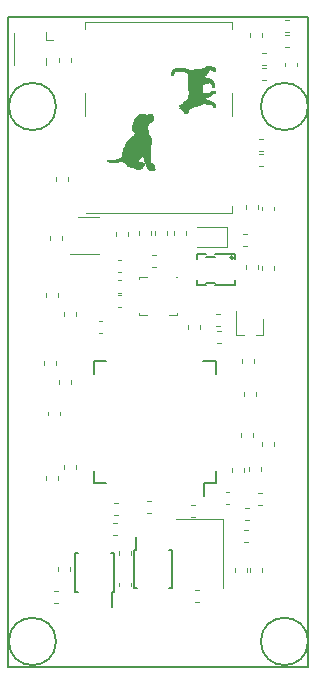
<source format=gbr>
G04 #@! TF.GenerationSoftware,KiCad,Pcbnew,(5.1.0-0)*
G04 #@! TF.CreationDate,2019-05-27T15:35:51-07:00*
G04 #@! TF.ProjectId,Nanopilot,4e616e6f-7069-46c6-9f74-2e6b69636164,rev?*
G04 #@! TF.SameCoordinates,Original*
G04 #@! TF.FileFunction,Legend,Bot*
G04 #@! TF.FilePolarity,Positive*
%FSLAX46Y46*%
G04 Gerber Fmt 4.6, Leading zero omitted, Abs format (unit mm)*
G04 Created by KiCad (PCBNEW (5.1.0-0)) date 2019-05-27 15:35:51*
%MOMM*%
%LPD*%
G04 APERTURE LIST*
%ADD10C,0.010000*%
%ADD11C,0.150000*%
%ADD12C,0.120000*%
%ADD13C,0.200000*%
G04 APERTURE END LIST*
D10*
G36*
X81309348Y-32329262D02*
G01*
X81310021Y-32340230D01*
X81311208Y-32348848D01*
X81312884Y-32353911D01*
X81313758Y-32354698D01*
X81316598Y-32357860D01*
X81316786Y-32359095D01*
X81318700Y-32363331D01*
X81323670Y-32369627D01*
X81330544Y-32376818D01*
X81338169Y-32383744D01*
X81345390Y-32389242D01*
X81348596Y-32391146D01*
X81361710Y-32395527D01*
X81377669Y-32397325D01*
X81394671Y-32396511D01*
X81410914Y-32393055D01*
X81413402Y-32392226D01*
X81422024Y-32388896D01*
X81428240Y-32385947D01*
X81430765Y-32383994D01*
X81430771Y-32383934D01*
X81432903Y-32381973D01*
X81434439Y-32381774D01*
X81437753Y-32380026D01*
X81443597Y-32375456D01*
X81450896Y-32369074D01*
X81458575Y-32361891D01*
X81465559Y-32354916D01*
X81470772Y-32349161D01*
X81473140Y-32345634D01*
X81473184Y-32345364D01*
X81474828Y-32341896D01*
X81478457Y-32337351D01*
X81481751Y-32332727D01*
X81486624Y-32324547D01*
X81492374Y-32314039D01*
X81497333Y-32304379D01*
X81502978Y-32293051D01*
X81507919Y-32283147D01*
X81511578Y-32275826D01*
X81513266Y-32272464D01*
X81515287Y-32265783D01*
X81515597Y-32262523D01*
X81516700Y-32258196D01*
X81518247Y-32257186D01*
X81520377Y-32254958D01*
X81520898Y-32251702D01*
X81521529Y-32246854D01*
X81523225Y-32238298D01*
X81525692Y-32227447D01*
X81527386Y-32220555D01*
X81530652Y-32206879D01*
X81533758Y-32192582D01*
X81536187Y-32180082D01*
X81536813Y-32176380D01*
X81539067Y-32165126D01*
X81541998Y-32154313D01*
X81544585Y-32147221D01*
X81548669Y-32139988D01*
X81554342Y-32132057D01*
X81560531Y-32124691D01*
X81566165Y-32119157D01*
X81570173Y-32116718D01*
X81570458Y-32116693D01*
X81574077Y-32115055D01*
X81578053Y-32111931D01*
X81582811Y-32108522D01*
X81590697Y-32103851D01*
X81600404Y-32098586D01*
X81610625Y-32093391D01*
X81620054Y-32088934D01*
X81627383Y-32085881D01*
X81631101Y-32084884D01*
X81634502Y-32083388D01*
X81634883Y-32082233D01*
X81637151Y-32080240D01*
X81641510Y-32079582D01*
X81646491Y-32078675D01*
X81648137Y-32076931D01*
X81650327Y-32074664D01*
X81652776Y-32074240D01*
X81658366Y-32073329D01*
X81665984Y-32071154D01*
X81673407Y-32068457D01*
X81678414Y-32065978D01*
X81679013Y-32065494D01*
X81682847Y-32064062D01*
X81687051Y-32063677D01*
X81694105Y-32062656D01*
X81697875Y-32061285D01*
X81703291Y-32059129D01*
X81711182Y-32056673D01*
X81713744Y-32055983D01*
X81744255Y-32048174D01*
X81770445Y-32041677D01*
X81793097Y-32036373D01*
X81812996Y-32032145D01*
X81830924Y-32028874D01*
X81847666Y-32026443D01*
X81864006Y-32024732D01*
X81880727Y-32023625D01*
X81898613Y-32023002D01*
X81918448Y-32022746D01*
X81934424Y-32022723D01*
X81955258Y-32022891D01*
X81976541Y-32023303D01*
X81997002Y-32023917D01*
X82015371Y-32024691D01*
X82030376Y-32025584D01*
X82036479Y-32026086D01*
X82049241Y-32027362D01*
X82065399Y-32029084D01*
X82083923Y-32031133D01*
X82103782Y-32033388D01*
X82123946Y-32035729D01*
X82143383Y-32038035D01*
X82161064Y-32040187D01*
X82175957Y-32042064D01*
X82187031Y-32043547D01*
X82190226Y-32044012D01*
X82198977Y-32045305D01*
X82209952Y-32046881D01*
X82216734Y-32047836D01*
X82227588Y-32049357D01*
X82240847Y-32051228D01*
X82253668Y-32053049D01*
X82253845Y-32053074D01*
X82266638Y-32054895D01*
X82279912Y-32056782D01*
X82290824Y-32058330D01*
X82290957Y-32058348D01*
X82312337Y-32061432D01*
X82335344Y-32064843D01*
X82357052Y-32068148D01*
X82363854Y-32069207D01*
X82375513Y-32070908D01*
X82387426Y-32072450D01*
X82394338Y-32073222D01*
X82403239Y-32074467D01*
X82410625Y-32076117D01*
X82412894Y-32076909D01*
X82418994Y-32078797D01*
X82427217Y-32080404D01*
X82428798Y-32080622D01*
X82437773Y-32081966D01*
X82448640Y-32083871D01*
X82453981Y-32084905D01*
X82464719Y-32086910D01*
X82475463Y-32088669D01*
X82479826Y-32089282D01*
X82486702Y-32090658D01*
X82490689Y-32092421D01*
X82491092Y-32093103D01*
X82493442Y-32094605D01*
X82499303Y-32095431D01*
X82501539Y-32095487D01*
X82508597Y-32096103D01*
X82513122Y-32097633D01*
X82513624Y-32098138D01*
X82517215Y-32100063D01*
X82522902Y-32100788D01*
X82528965Y-32101622D01*
X82532180Y-32103439D01*
X82535705Y-32105232D01*
X82542128Y-32106080D01*
X82542939Y-32106090D01*
X82549009Y-32106766D01*
X82551996Y-32108426D01*
X82552061Y-32108741D01*
X82554361Y-32110616D01*
X82559857Y-32111392D01*
X82565979Y-32112209D01*
X82569291Y-32114042D01*
X82573027Y-32116264D01*
X82576110Y-32116693D01*
X82583047Y-32117911D01*
X82585895Y-32119035D01*
X82591812Y-32121791D01*
X82597787Y-32124336D01*
X82606129Y-32127724D01*
X82612367Y-32130256D01*
X82619385Y-32133267D01*
X82624259Y-32135558D01*
X82629519Y-32137552D01*
X82631672Y-32137900D01*
X82635044Y-32139201D01*
X82641977Y-32142751D01*
X82651520Y-32148017D01*
X82662718Y-32154467D01*
X82674621Y-32161569D01*
X82680502Y-32165176D01*
X82685474Y-32169017D01*
X82692396Y-32175326D01*
X82700349Y-32183145D01*
X82708417Y-32191513D01*
X82715683Y-32199470D01*
X82721229Y-32206056D01*
X82724138Y-32210313D01*
X82724363Y-32211068D01*
X82725620Y-32214422D01*
X82726544Y-32214773D01*
X82728681Y-32217059D01*
X82732205Y-32223175D01*
X82736590Y-32232006D01*
X82741309Y-32242438D01*
X82745835Y-32253354D01*
X82749643Y-32263642D01*
X82749701Y-32263813D01*
X82752982Y-32273950D01*
X82755797Y-32283933D01*
X82758269Y-32294499D01*
X82760517Y-32306385D01*
X82762661Y-32320328D01*
X82764824Y-32337066D01*
X82767125Y-32357336D01*
X82769685Y-32381876D01*
X82770741Y-32392377D01*
X82772251Y-32408229D01*
X82773632Y-32424393D01*
X82774890Y-32441142D01*
X82776028Y-32458747D01*
X82777052Y-32477482D01*
X82777966Y-32497619D01*
X82778776Y-32519431D01*
X82779486Y-32543190D01*
X82780101Y-32569169D01*
X82780625Y-32597641D01*
X82781065Y-32628879D01*
X82781424Y-32663154D01*
X82781707Y-32700739D01*
X82781919Y-32741908D01*
X82782066Y-32786932D01*
X82782151Y-32836085D01*
X82782179Y-32889638D01*
X82782157Y-32947865D01*
X82782087Y-33011038D01*
X82782057Y-33031220D01*
X82781976Y-33088131D01*
X82781918Y-33140121D01*
X82781891Y-33187570D01*
X82781900Y-33230859D01*
X82781950Y-33270367D01*
X82782048Y-33306477D01*
X82782200Y-33339567D01*
X82782412Y-33370018D01*
X82782689Y-33398212D01*
X82783037Y-33424527D01*
X82783463Y-33449345D01*
X82783972Y-33473047D01*
X82784571Y-33496011D01*
X82785264Y-33518620D01*
X82786058Y-33541252D01*
X82786959Y-33564290D01*
X82787973Y-33588112D01*
X82789106Y-33613100D01*
X82790363Y-33639634D01*
X82791751Y-33668094D01*
X82792044Y-33674040D01*
X82795514Y-33752408D01*
X82797955Y-33826156D01*
X82799373Y-33895232D01*
X82799767Y-33959586D01*
X82799142Y-34019165D01*
X82797499Y-34073919D01*
X82794841Y-34123798D01*
X82791170Y-34168749D01*
X82786489Y-34208722D01*
X82780799Y-34243665D01*
X82774104Y-34273528D01*
X82766405Y-34298259D01*
X82762507Y-34307946D01*
X82757389Y-34316824D01*
X82750713Y-34324770D01*
X82743753Y-34330508D01*
X82737784Y-34332764D01*
X82737690Y-34332765D01*
X82730266Y-34335034D01*
X82725394Y-34340794D01*
X82724363Y-34345673D01*
X82723187Y-34350826D01*
X82721712Y-34352646D01*
X82719802Y-34356229D01*
X82719061Y-34362080D01*
X82718279Y-34367596D01*
X82716411Y-34369876D01*
X82714262Y-34372098D01*
X82713760Y-34375214D01*
X82712553Y-34382080D01*
X82711109Y-34385817D01*
X82707575Y-34392837D01*
X82705807Y-34396348D01*
X82703623Y-34402432D01*
X82703157Y-34405626D01*
X82702079Y-34409181D01*
X82701153Y-34409638D01*
X82698866Y-34411813D01*
X82695849Y-34417158D01*
X82695349Y-34418253D01*
X82690757Y-34427131D01*
X82683913Y-34438545D01*
X82675859Y-34450879D01*
X82667635Y-34462517D01*
X82662693Y-34468941D01*
X82652608Y-34480570D01*
X82640128Y-34493628D01*
X82626503Y-34506922D01*
X82612980Y-34519257D01*
X82600809Y-34529440D01*
X82594474Y-34534160D01*
X82588427Y-34538499D01*
X82584454Y-34541616D01*
X82583870Y-34542178D01*
X82581024Y-34544550D01*
X82575496Y-34548581D01*
X82573267Y-34550131D01*
X82567209Y-34554456D01*
X82563238Y-34557597D01*
X82562664Y-34558169D01*
X82560015Y-34560281D01*
X82553983Y-34564590D01*
X82545603Y-34570365D01*
X82540132Y-34574061D01*
X82530292Y-34580798D01*
X82521652Y-34586959D01*
X82515508Y-34591608D01*
X82513787Y-34593066D01*
X82508665Y-34596695D01*
X82505172Y-34597845D01*
X82501976Y-34599347D01*
X82501696Y-34600317D01*
X82499508Y-34603011D01*
X82496410Y-34604467D01*
X82490339Y-34607424D01*
X82487794Y-34609372D01*
X82483564Y-34612896D01*
X82477143Y-34617685D01*
X82475187Y-34619067D01*
X82468774Y-34623590D01*
X82464073Y-34626996D01*
X82463259Y-34627614D01*
X82460162Y-34629971D01*
X82453798Y-34634767D01*
X82445144Y-34641268D01*
X82436751Y-34647559D01*
X82408327Y-34670028D01*
X82384137Y-34691796D01*
X82363328Y-34713653D01*
X82355901Y-34722424D01*
X82349063Y-34730642D01*
X82342808Y-34737927D01*
X82338671Y-34742509D01*
X82333504Y-34748352D01*
X82327662Y-34755585D01*
X82326742Y-34756788D01*
X82321458Y-34763629D01*
X82316845Y-34769364D01*
X82316139Y-34770202D01*
X82312116Y-34775097D01*
X82306606Y-34782020D01*
X82304211Y-34785083D01*
X82299066Y-34791163D01*
X82291666Y-34799218D01*
X82282782Y-34808484D01*
X82273185Y-34818199D01*
X82263646Y-34827597D01*
X82254936Y-34835916D01*
X82247827Y-34842393D01*
X82243089Y-34846264D01*
X82241657Y-34847021D01*
X82237991Y-34848674D01*
X82233354Y-34852322D01*
X82228104Y-34856186D01*
X82224187Y-34857624D01*
X82220993Y-34859231D01*
X82220710Y-34860275D01*
X82218500Y-34862459D01*
X82215630Y-34862926D01*
X82210988Y-34863885D01*
X82209665Y-34865051D01*
X82206843Y-34867234D01*
X82200041Y-34870996D01*
X82190190Y-34875920D01*
X82178221Y-34881591D01*
X82165067Y-34887591D01*
X82151659Y-34893504D01*
X82138927Y-34898913D01*
X82127805Y-34903403D01*
X82119222Y-34906556D01*
X82114111Y-34907956D01*
X82113644Y-34907989D01*
X82109289Y-34909227D01*
X82108376Y-34910115D01*
X82105259Y-34911965D01*
X82098704Y-34914391D01*
X82093640Y-34915896D01*
X82086109Y-34918323D01*
X82081239Y-34920616D01*
X82080218Y-34921723D01*
X82077992Y-34923484D01*
X82074880Y-34923894D01*
X82067933Y-34925073D01*
X82064940Y-34926236D01*
X82059172Y-34928931D01*
X82052384Y-34931847D01*
X82045236Y-34934924D01*
X82039829Y-34937457D01*
X82033149Y-34939488D01*
X82029888Y-34939799D01*
X82025561Y-34940902D01*
X82024551Y-34942450D01*
X82022401Y-34944796D01*
X82020539Y-34945101D01*
X82014942Y-34946254D01*
X82011261Y-34947751D01*
X82004241Y-34951286D01*
X82000730Y-34953053D01*
X81994646Y-34955237D01*
X81991452Y-34955704D01*
X81987901Y-34957124D01*
X81987440Y-34958355D01*
X81985278Y-34960671D01*
X81983243Y-34961005D01*
X81980218Y-34962392D01*
X81980987Y-34965663D01*
X81985125Y-34969488D01*
X81986127Y-34970094D01*
X81992133Y-34974143D01*
X81996410Y-34977573D01*
X82001230Y-34981064D01*
X82004151Y-34982212D01*
X82007204Y-34984008D01*
X82012389Y-34988616D01*
X82016242Y-34992552D01*
X82028694Y-35003675D01*
X82045838Y-35015286D01*
X82067907Y-35027537D01*
X82076384Y-35031783D01*
X82090133Y-35038617D01*
X82100075Y-35043852D01*
X82107229Y-35048077D01*
X82112618Y-35051880D01*
X82115706Y-35054446D01*
X82120475Y-35057936D01*
X82123320Y-35059085D01*
X82127877Y-35061321D01*
X82131738Y-35066550D01*
X82133234Y-35072186D01*
X82131915Y-35078898D01*
X82129920Y-35083507D01*
X82126520Y-35088111D01*
X82120779Y-35094645D01*
X82113732Y-35102067D01*
X82106419Y-35109336D01*
X82099875Y-35115411D01*
X82095139Y-35119250D01*
X82093512Y-35120054D01*
X82089800Y-35121683D01*
X82087697Y-35123367D01*
X82083529Y-35126663D01*
X82076735Y-35131437D01*
X82072265Y-35134398D01*
X82062648Y-35140701D01*
X82052597Y-35147407D01*
X82049300Y-35149640D01*
X82042380Y-35153994D01*
X82037033Y-35156711D01*
X82035383Y-35157165D01*
X82032627Y-35159049D01*
X82032503Y-35159816D01*
X82030356Y-35162167D01*
X82028527Y-35162466D01*
X82024995Y-35163593D01*
X82024551Y-35164546D01*
X82022488Y-35167116D01*
X82017388Y-35170829D01*
X82016009Y-35171671D01*
X82007467Y-35176717D01*
X82016379Y-35180354D01*
X82023715Y-35181976D01*
X82034941Y-35182832D01*
X82048707Y-35182956D01*
X82063662Y-35182381D01*
X82078454Y-35181140D01*
X82091734Y-35179267D01*
X82096123Y-35178391D01*
X82105755Y-35176742D01*
X82118347Y-35175233D01*
X82131558Y-35174134D01*
X82134841Y-35173946D01*
X82158980Y-35172724D01*
X82165325Y-35180642D01*
X82171478Y-35188347D01*
X82177495Y-35195925D01*
X82177599Y-35196057D01*
X82181616Y-35202319D01*
X82183537Y-35207636D01*
X82183564Y-35208068D01*
X82184555Y-35213788D01*
X82186580Y-35219997D01*
X82189476Y-35227340D01*
X82191527Y-35232713D01*
X82196641Y-35245822D01*
X82201918Y-35257610D01*
X82204429Y-35262785D01*
X82207796Y-35270345D01*
X82209832Y-35276325D01*
X82210107Y-35278027D01*
X82211622Y-35281391D01*
X82212758Y-35281753D01*
X82214912Y-35283973D01*
X82215409Y-35287054D01*
X82216519Y-35291362D01*
X82218060Y-35292356D01*
X82220244Y-35294566D01*
X82220710Y-35297437D01*
X82221609Y-35302080D01*
X82222698Y-35303401D01*
X82225483Y-35306303D01*
X82229357Y-35312091D01*
X82233155Y-35318850D01*
X82235711Y-35324669D01*
X82235762Y-35324828D01*
X82238097Y-35328746D01*
X82239575Y-35329467D01*
X82241479Y-35331690D01*
X82241917Y-35334769D01*
X82242841Y-35339079D01*
X82244120Y-35340070D01*
X82246753Y-35342178D01*
X82250031Y-35347257D01*
X82250084Y-35347360D01*
X82254472Y-35354559D01*
X82258484Y-35359788D01*
X82262027Y-35364951D01*
X82263123Y-35368404D01*
X82264625Y-35371599D01*
X82265595Y-35371880D01*
X82268286Y-35374068D01*
X82269754Y-35377195D01*
X82272513Y-35381702D01*
X82278257Y-35388677D01*
X82285984Y-35397112D01*
X82294695Y-35406000D01*
X82303388Y-35414332D01*
X82311060Y-35421099D01*
X82316713Y-35425295D01*
X82318288Y-35426062D01*
X82322830Y-35428442D01*
X82324092Y-35430376D01*
X82326203Y-35432649D01*
X82327568Y-35432848D01*
X82331906Y-35434529D01*
X82336735Y-35438150D01*
X82342213Y-35442032D01*
X82346513Y-35443452D01*
X82350114Y-35444616D01*
X82350600Y-35445655D01*
X82352707Y-35448288D01*
X82357787Y-35451566D01*
X82357889Y-35451619D01*
X82364068Y-35455168D01*
X82368073Y-35458031D01*
X82372039Y-35461331D01*
X82378790Y-35466644D01*
X82386855Y-35472822D01*
X82390098Y-35475261D01*
X82393504Y-35479206D01*
X82398708Y-35486935D01*
X82405144Y-35497493D01*
X82412243Y-35509920D01*
X82419435Y-35523258D01*
X82424695Y-35533579D01*
X82430308Y-35544582D01*
X82435260Y-35553690D01*
X82439001Y-35559925D01*
X82440929Y-35562296D01*
X82443298Y-35565339D01*
X82443413Y-35566272D01*
X82445371Y-35571414D01*
X82450467Y-35578702D01*
X82457663Y-35587083D01*
X82465919Y-35595502D01*
X82474198Y-35602905D01*
X82481460Y-35608236D01*
X82486668Y-35610442D01*
X82486926Y-35610452D01*
X82491005Y-35612446D01*
X82491755Y-35613766D01*
X82494726Y-35615125D01*
X82501883Y-35616139D01*
X82512121Y-35616805D01*
X82524334Y-35617121D01*
X82537418Y-35617082D01*
X82550267Y-35616687D01*
X82561778Y-35615931D01*
X82570843Y-35614814D01*
X82574593Y-35613985D01*
X82584234Y-35611206D01*
X82594826Y-35608203D01*
X82597124Y-35607559D01*
X82604804Y-35605115D01*
X82610343Y-35602809D01*
X82611571Y-35602039D01*
X82616048Y-35600284D01*
X82620186Y-35599849D01*
X82624909Y-35598870D01*
X82626283Y-35597198D01*
X82628500Y-35595034D01*
X82631504Y-35594547D01*
X82637129Y-35593284D01*
X82644469Y-35590154D01*
X82646164Y-35589246D01*
X82653110Y-35585854D01*
X82658593Y-35584040D01*
X82659499Y-35583944D01*
X82662978Y-35582755D01*
X82663395Y-35581788D01*
X82665613Y-35579523D01*
X82671102Y-35576639D01*
X82672672Y-35575992D01*
X82678675Y-35573121D01*
X82681816Y-35570613D01*
X82681950Y-35570195D01*
X82684067Y-35568212D01*
X82685427Y-35568039D01*
X82689890Y-35566374D01*
X82694042Y-35563328D01*
X82699593Y-35558727D01*
X82706831Y-35553298D01*
X82708458Y-35552148D01*
X82716145Y-35546091D01*
X82724518Y-35538403D01*
X82732610Y-35530120D01*
X82739457Y-35522279D01*
X82744090Y-35515916D01*
X82745569Y-35512342D01*
X82747588Y-35509798D01*
X82748220Y-35509722D01*
X82750572Y-35507575D01*
X82750871Y-35505746D01*
X82751952Y-35502213D01*
X82752864Y-35501769D01*
X82755481Y-35499459D01*
X82759148Y-35493361D01*
X82763269Y-35484731D01*
X82767246Y-35474820D01*
X82770483Y-35464881D01*
X82770545Y-35464658D01*
X82772789Y-35455414D01*
X82775619Y-35442002D01*
X82778842Y-35425496D01*
X82782265Y-35406971D01*
X82785696Y-35387503D01*
X82788941Y-35368168D01*
X82791807Y-35350039D01*
X82794101Y-35334193D01*
X82794467Y-35331445D01*
X82797717Y-35311865D01*
X82801904Y-35296343D01*
X82805688Y-35286965D01*
X82809764Y-35278924D01*
X82813181Y-35273230D01*
X82815149Y-35271149D01*
X82816919Y-35268993D01*
X82817141Y-35267173D01*
X82818222Y-35263605D01*
X82819129Y-35263137D01*
X82821621Y-35261116D01*
X82826028Y-35255944D01*
X82830143Y-35250464D01*
X82837806Y-35241268D01*
X82847014Y-35232240D01*
X82851349Y-35228671D01*
X82858186Y-35223463D01*
X82863165Y-35219566D01*
X82864856Y-35218146D01*
X82867948Y-35216082D01*
X82873471Y-35213042D01*
X82878586Y-35209769D01*
X82880760Y-35207113D01*
X82880760Y-35207082D01*
X82882984Y-35205291D01*
X82886062Y-35204879D01*
X82890370Y-35203769D01*
X82891364Y-35202229D01*
X82893584Y-35200075D01*
X82896665Y-35199578D01*
X82900973Y-35198468D01*
X82901967Y-35196927D01*
X82904116Y-35194581D01*
X82905979Y-35194276D01*
X82911575Y-35193123D01*
X82915257Y-35191625D01*
X82922277Y-35188091D01*
X82925788Y-35186324D01*
X82931892Y-35184139D01*
X82935102Y-35183673D01*
X82940732Y-35182518D01*
X82944416Y-35181022D01*
X82951436Y-35177488D01*
X82954947Y-35175721D01*
X82961693Y-35173505D01*
X82965394Y-35173070D01*
X82970483Y-35171861D01*
X82972213Y-35170419D01*
X82975950Y-35168197D01*
X82979033Y-35167768D01*
X82985747Y-35166568D01*
X82989479Y-35165117D01*
X82996500Y-35161583D01*
X83000011Y-35159816D01*
X83006338Y-35157620D01*
X83009727Y-35157165D01*
X83013737Y-35155965D01*
X83021272Y-35152707D01*
X83031220Y-35147900D01*
X83041480Y-35142585D01*
X83052591Y-35136820D01*
X83062229Y-35132132D01*
X83069307Y-35129027D01*
X83072630Y-35128006D01*
X83076643Y-35126826D01*
X83077362Y-35125985D01*
X83080016Y-35123979D01*
X83086341Y-35120336D01*
X83095185Y-35115631D01*
X83105399Y-35110436D01*
X83115833Y-35105323D01*
X83125337Y-35100864D01*
X83132761Y-35097633D01*
X83136955Y-35096202D01*
X83137226Y-35096178D01*
X83140304Y-35094522D01*
X83140539Y-35093546D01*
X83142759Y-35091392D01*
X83145841Y-35090895D01*
X83150148Y-35089785D01*
X83151142Y-35088244D01*
X83153284Y-35085879D01*
X83155038Y-35085593D01*
X83159728Y-35084359D01*
X83166520Y-35081293D01*
X83168373Y-35080292D01*
X83175318Y-35076900D01*
X83180802Y-35075085D01*
X83181707Y-35074990D01*
X83185183Y-35073533D01*
X83185603Y-35072339D01*
X83187816Y-35070164D01*
X83190748Y-35069688D01*
X83195823Y-35068471D01*
X83197531Y-35067038D01*
X83201185Y-35064986D01*
X83205640Y-35064387D01*
X83210547Y-35063459D01*
X83212111Y-35061736D01*
X83214260Y-35059389D01*
X83216116Y-35059085D01*
X83220859Y-35058057D01*
X83228116Y-35055468D01*
X83231358Y-35054097D01*
X83240688Y-35050162D01*
X83249887Y-35046589D01*
X83251873Y-35045877D01*
X83259903Y-35042996D01*
X83266779Y-35040396D01*
X83267115Y-35040262D01*
X83274717Y-35037229D01*
X83279044Y-35035506D01*
X83287419Y-35032540D01*
X83299274Y-35028833D01*
X83313628Y-35024643D01*
X83329497Y-35020230D01*
X83345901Y-35015850D01*
X83361855Y-35011764D01*
X83376380Y-35008229D01*
X83388492Y-35005503D01*
X83397209Y-35003846D01*
X83400824Y-35003459D01*
X83406626Y-35002636D01*
X83409423Y-35001047D01*
X83412787Y-34999169D01*
X83419236Y-34997539D01*
X83420845Y-34997287D01*
X83430194Y-34995661D01*
X83440394Y-34993446D01*
X83442068Y-34993031D01*
X83452237Y-34990455D01*
X83462545Y-34987862D01*
X83463937Y-34987513D01*
X83473838Y-34985032D01*
X83484343Y-34982389D01*
X83485806Y-34982020D01*
X83495222Y-34979827D01*
X83504179Y-34978017D01*
X83505712Y-34977751D01*
X83512070Y-34976115D01*
X83515724Y-34974088D01*
X83515809Y-34973967D01*
X83519307Y-34972149D01*
X83523773Y-34971609D01*
X83530874Y-34970636D01*
X83534882Y-34969216D01*
X83540212Y-34967084D01*
X83548154Y-34964562D01*
X83551414Y-34963656D01*
X83559685Y-34961213D01*
X83566337Y-34958827D01*
X83567945Y-34958096D01*
X83574668Y-34956000D01*
X83577729Y-34955704D01*
X83582819Y-34954495D01*
X83584549Y-34953053D01*
X83588285Y-34950831D01*
X83591368Y-34950402D01*
X83598235Y-34949112D01*
X83601152Y-34947877D01*
X83605958Y-34945768D01*
X83614017Y-34942727D01*
X83622985Y-34939615D01*
X83632058Y-34936387D01*
X83639170Y-34933474D01*
X83642734Y-34931538D01*
X83647383Y-34929497D01*
X83650060Y-34929196D01*
X83656639Y-34927999D01*
X83659470Y-34926877D01*
X83672739Y-34920322D01*
X83682025Y-34916065D01*
X83687979Y-34913823D01*
X83690831Y-34913291D01*
X83694195Y-34911777D01*
X83694557Y-34910640D01*
X83696691Y-34908257D01*
X83698346Y-34907989D01*
X83701993Y-34906898D01*
X83709437Y-34903922D01*
X83719714Y-34899505D01*
X83731861Y-34894092D01*
X83744913Y-34888130D01*
X83757907Y-34882063D01*
X83769877Y-34876337D01*
X83779859Y-34871396D01*
X83786891Y-34867686D01*
X83789986Y-34865676D01*
X83792841Y-34863845D01*
X83799209Y-34860375D01*
X83807834Y-34855946D01*
X83809867Y-34854931D01*
X83818752Y-34850333D01*
X83825570Y-34846453D01*
X83829095Y-34843997D01*
X83829306Y-34843719D01*
X83832340Y-34842049D01*
X83835271Y-34841719D01*
X83839457Y-34840566D01*
X83840351Y-34839068D01*
X83842572Y-34836915D01*
X83845653Y-34836418D01*
X83849960Y-34835308D01*
X83850955Y-34833767D01*
X83853175Y-34831613D01*
X83856256Y-34831116D01*
X83860564Y-34830006D01*
X83861558Y-34828465D01*
X83863686Y-34826072D01*
X83865283Y-34825814D01*
X83869752Y-34824701D01*
X83876811Y-34821879D01*
X83880526Y-34820136D01*
X83888954Y-34816125D01*
X83896524Y-34812753D01*
X83898669Y-34811875D01*
X83905587Y-34808971D01*
X83909899Y-34806950D01*
X83915883Y-34804925D01*
X83918514Y-34804608D01*
X83922065Y-34803188D01*
X83922526Y-34801957D01*
X83924790Y-34799947D01*
X83928997Y-34799306D01*
X83934610Y-34798329D01*
X83937106Y-34796656D01*
X83940769Y-34794585D01*
X83945058Y-34794005D01*
X83950528Y-34793119D01*
X83952829Y-34791647D01*
X83956226Y-34789610D01*
X83962480Y-34787880D01*
X83962926Y-34787800D01*
X83970396Y-34786501D01*
X83980436Y-34784743D01*
X83987471Y-34783505D01*
X84006839Y-34780552D01*
X84026068Y-34778662D01*
X84045960Y-34777858D01*
X84067316Y-34778163D01*
X84090938Y-34779602D01*
X84117627Y-34782197D01*
X84148187Y-34785974D01*
X84169051Y-34788864D01*
X84180695Y-34790488D01*
X84194570Y-34792364D01*
X84207488Y-34794061D01*
X84220897Y-34795793D01*
X84235353Y-34797664D01*
X84247250Y-34799209D01*
X84259041Y-34800729D01*
X84273329Y-34802549D01*
X84287352Y-34804319D01*
X84289663Y-34804608D01*
X84303338Y-34806321D01*
X84317783Y-34808133D01*
X84330235Y-34809698D01*
X84332075Y-34809930D01*
X84343595Y-34811354D01*
X84357793Y-34813073D01*
X84372078Y-34814773D01*
X84375814Y-34815211D01*
X84402754Y-34818466D01*
X84429856Y-34821969D01*
X84457989Y-34825814D01*
X84471283Y-34827654D01*
X84485790Y-34829637D01*
X84496425Y-34831072D01*
X84509124Y-34832858D01*
X84522726Y-34834902D01*
X84531548Y-34836312D01*
X84554037Y-34840055D01*
X84572164Y-34843077D01*
X84586796Y-34845528D01*
X84598802Y-34847557D01*
X84609050Y-34849313D01*
X84618407Y-34850946D01*
X84627740Y-34852604D01*
X84637919Y-34854437D01*
X84649810Y-34856594D01*
X84655473Y-34857624D01*
X84678826Y-34861846D01*
X84697721Y-34865202D01*
X84712910Y-34867818D01*
X84725143Y-34869821D01*
X84735172Y-34871337D01*
X84743747Y-34872493D01*
X84744275Y-34872559D01*
X84752049Y-34873957D01*
X84757595Y-34875734D01*
X84758722Y-34876437D01*
X84763146Y-34878304D01*
X84767780Y-34878831D01*
X84776378Y-34880725D01*
X84787329Y-34885881D01*
X84799566Y-34893509D01*
X84812024Y-34902819D01*
X84823637Y-34913022D01*
X84833337Y-34923327D01*
X84839504Y-34931956D01*
X84844533Y-34941240D01*
X84850000Y-34952227D01*
X84854669Y-34962388D01*
X84856295Y-34966307D01*
X84859199Y-34973225D01*
X84861220Y-34977537D01*
X84863273Y-34984268D01*
X84863562Y-34987321D01*
X84864771Y-34992411D01*
X84866212Y-34994140D01*
X84868283Y-34997804D01*
X84868863Y-35002093D01*
X84869864Y-35007644D01*
X84871514Y-35010045D01*
X84873631Y-35013731D01*
X84874165Y-35017624D01*
X84875071Y-35023472D01*
X84876355Y-35026083D01*
X84878390Y-35029992D01*
X84880997Y-35036952D01*
X84882137Y-35040530D01*
X84891950Y-35065306D01*
X84905345Y-35086210D01*
X84922429Y-35103374D01*
X84943307Y-35116928D01*
X84944233Y-35117403D01*
X84956763Y-35121947D01*
X84970637Y-35124102D01*
X84984130Y-35123822D01*
X84995513Y-35121060D01*
X84999638Y-35118894D01*
X85011884Y-35107732D01*
X85022652Y-35091888D01*
X85031691Y-35071834D01*
X85038750Y-35048046D01*
X85039971Y-35042557D01*
X85041297Y-35033339D01*
X85042342Y-35020270D01*
X85043107Y-35004335D01*
X85043591Y-34986514D01*
X85043792Y-34967792D01*
X85043709Y-34949151D01*
X85043343Y-34931574D01*
X85042691Y-34916042D01*
X85041754Y-34903540D01*
X85040529Y-34895049D01*
X85040099Y-34893410D01*
X85033371Y-34876066D01*
X85024418Y-34860499D01*
X85012255Y-34845178D01*
X85002653Y-34835113D01*
X84992056Y-34825013D01*
X84984237Y-34818647D01*
X84978661Y-34815610D01*
X84976411Y-34815211D01*
X84972464Y-34814015D01*
X84971803Y-34813223D01*
X84969096Y-34810928D01*
X84962995Y-34807071D01*
X84954855Y-34802438D01*
X84946036Y-34797817D01*
X84941118Y-34795440D01*
X84936573Y-34792625D01*
X84935154Y-34790691D01*
X84933114Y-34788741D01*
X84932624Y-34788703D01*
X84929223Y-34787445D01*
X84922689Y-34784143D01*
X84914420Y-34779504D01*
X84914215Y-34779384D01*
X84903671Y-34772514D01*
X84893473Y-34764674D01*
X84884571Y-34756736D01*
X84877912Y-34749570D01*
X84874447Y-34744049D01*
X84874165Y-34742632D01*
X84872826Y-34738905D01*
X84871514Y-34738338D01*
X84869743Y-34736087D01*
X84868959Y-34730762D01*
X84869194Y-34724502D01*
X84870479Y-34719448D01*
X84871216Y-34718324D01*
X84873836Y-34713890D01*
X84875351Y-34709903D01*
X84875752Y-34705865D01*
X84873258Y-34702822D01*
X84866809Y-34699527D01*
X84866372Y-34699337D01*
X84859864Y-34696103D01*
X84856037Y-34693399D01*
X84855609Y-34692649D01*
X84853391Y-34690985D01*
X84850464Y-34690623D01*
X84845389Y-34689406D01*
X84843680Y-34687973D01*
X84839942Y-34685746D01*
X84836897Y-34685322D01*
X84832675Y-34684182D01*
X84831752Y-34682671D01*
X84829532Y-34680517D01*
X84826450Y-34680020D01*
X84822143Y-34678910D01*
X84821149Y-34677369D01*
X84818999Y-34675024D01*
X84817136Y-34674719D01*
X84811369Y-34673549D01*
X84808521Y-34672377D01*
X84801820Y-34669308D01*
X84791667Y-34665079D01*
X84778964Y-34660026D01*
X84764612Y-34654484D01*
X84749512Y-34648788D01*
X84734567Y-34643274D01*
X84720677Y-34638277D01*
X84708744Y-34634132D01*
X84699669Y-34631174D01*
X84694355Y-34629739D01*
X84693638Y-34629655D01*
X84688409Y-34628348D01*
X84687151Y-34627545D01*
X84683177Y-34625458D01*
X84676352Y-34622837D01*
X84674029Y-34622068D01*
X84653206Y-34614373D01*
X84645569Y-34610790D01*
X84638889Y-34608759D01*
X84635628Y-34608449D01*
X84631301Y-34607345D01*
X84630291Y-34605798D01*
X84628027Y-34603788D01*
X84623820Y-34603147D01*
X84618349Y-34602370D01*
X84616036Y-34601021D01*
X84612919Y-34599171D01*
X84606364Y-34596746D01*
X84601300Y-34595240D01*
X84593769Y-34592813D01*
X84588899Y-34590521D01*
X84587878Y-34589414D01*
X84585661Y-34587631D01*
X84582733Y-34587242D01*
X84577658Y-34586025D01*
X84575949Y-34584591D01*
X84572295Y-34582539D01*
X84567840Y-34581941D01*
X84562934Y-34581013D01*
X84561370Y-34579290D01*
X84559150Y-34577136D01*
X84556068Y-34576639D01*
X84551761Y-34575529D01*
X84550767Y-34573988D01*
X84548617Y-34571642D01*
X84546755Y-34571337D01*
X84540994Y-34570161D01*
X84538139Y-34568977D01*
X84533190Y-34566534D01*
X84525517Y-34562845D01*
X84520282Y-34560361D01*
X84512811Y-34556572D01*
X84507616Y-34553443D01*
X84506145Y-34552119D01*
X84503111Y-34550458D01*
X84500181Y-34550131D01*
X84495994Y-34548978D01*
X84495100Y-34547480D01*
X84492880Y-34545326D01*
X84489798Y-34544829D01*
X84485487Y-34543988D01*
X84484497Y-34542826D01*
X84482320Y-34540543D01*
X84476972Y-34537537D01*
X84475882Y-34537042D01*
X84470151Y-34534456D01*
X84460897Y-34530200D01*
X84449392Y-34524862D01*
X84436911Y-34519032D01*
X84436782Y-34518971D01*
X84424546Y-34513261D01*
X84413514Y-34508161D01*
X84404868Y-34504214D01*
X84399788Y-34501962D01*
X84399671Y-34501913D01*
X84392790Y-34498884D01*
X84388441Y-34496806D01*
X84382457Y-34494781D01*
X84379826Y-34494464D01*
X84376275Y-34493044D01*
X84375814Y-34491813D01*
X84373664Y-34489467D01*
X84371801Y-34489162D01*
X84366034Y-34487993D01*
X84363186Y-34486821D01*
X84357089Y-34484008D01*
X84351956Y-34481874D01*
X84344500Y-34478867D01*
X84337377Y-34475908D01*
X84329976Y-34472874D01*
X84324123Y-34470607D01*
X84315074Y-34467079D01*
X84305563Y-34463058D01*
X84298314Y-34459694D01*
X84292330Y-34457669D01*
X84289699Y-34457353D01*
X84286148Y-34455933D01*
X84285686Y-34454702D01*
X84283418Y-34452709D01*
X84279059Y-34452051D01*
X84274078Y-34451144D01*
X84272432Y-34449400D01*
X84270283Y-34447054D01*
X84268420Y-34446750D01*
X84262824Y-34445596D01*
X84259142Y-34444099D01*
X84252122Y-34440565D01*
X84248611Y-34438797D01*
X84242527Y-34436613D01*
X84239333Y-34436146D01*
X84235783Y-34434726D01*
X84235321Y-34433496D01*
X84233242Y-34431007D01*
X84232154Y-34430845D01*
X84228747Y-34429733D01*
X84221531Y-34426677D01*
X84211442Y-34422096D01*
X84199416Y-34416407D01*
X84194380Y-34413967D01*
X84181479Y-34407770D01*
X84169788Y-34402327D01*
X84160367Y-34398120D01*
X84154274Y-34395629D01*
X84153146Y-34395257D01*
X84147068Y-34393035D01*
X84138267Y-34389181D01*
X84128168Y-34384398D01*
X84118196Y-34379388D01*
X84109773Y-34374851D01*
X84104325Y-34371490D01*
X84103428Y-34370763D01*
X84098093Y-34367257D01*
X84094813Y-34365895D01*
X84090537Y-34363515D01*
X84089527Y-34361745D01*
X84087430Y-34359443D01*
X84086213Y-34359267D01*
X84082333Y-34357650D01*
X84076396Y-34353577D01*
X84073622Y-34351321D01*
X84067429Y-34346544D01*
X84062574Y-34343711D01*
X84061314Y-34343374D01*
X84057952Y-34341340D01*
X84056231Y-34337216D01*
X84057016Y-34334350D01*
X84060523Y-34333256D01*
X84066862Y-34332767D01*
X84067280Y-34332765D01*
X84073726Y-34332028D01*
X84077509Y-34330242D01*
X84077598Y-34330114D01*
X84081074Y-34328420D01*
X84087667Y-34327512D01*
X84089683Y-34327463D01*
X84096265Y-34326867D01*
X84099887Y-34325381D01*
X84100130Y-34324813D01*
X84102458Y-34323049D01*
X84108168Y-34322180D01*
X84109251Y-34322162D01*
X84115854Y-34321459D01*
X84119831Y-34319745D01*
X84120011Y-34319511D01*
X84123672Y-34317444D01*
X84127995Y-34316860D01*
X84135773Y-34315855D01*
X84140430Y-34314498D01*
X84145886Y-34312610D01*
X84154662Y-34309806D01*
X84164988Y-34306651D01*
X84166400Y-34306230D01*
X84176656Y-34303099D01*
X84185459Y-34300259D01*
X84191114Y-34298260D01*
X84191583Y-34298069D01*
X84196211Y-34296353D01*
X84204598Y-34293470D01*
X84215448Y-34289858D01*
X84224718Y-34286840D01*
X84237921Y-34282415D01*
X84253536Y-34276912D01*
X84270538Y-34270721D01*
X84287904Y-34264230D01*
X84304611Y-34257827D01*
X84319635Y-34251902D01*
X84331953Y-34246842D01*
X84340541Y-34243036D01*
X84341980Y-34242328D01*
X84347964Y-34240304D01*
X84350595Y-34239987D01*
X84354146Y-34238567D01*
X84354607Y-34237336D01*
X84356757Y-34234990D01*
X84358619Y-34234685D01*
X84364216Y-34233532D01*
X84367897Y-34232034D01*
X84374918Y-34228500D01*
X84378428Y-34226733D01*
X84384512Y-34224549D01*
X84387706Y-34224082D01*
X84391257Y-34222662D01*
X84391718Y-34221431D01*
X84393932Y-34219256D01*
X84396864Y-34218780D01*
X84401938Y-34217563D01*
X84403647Y-34216130D01*
X84407386Y-34213903D01*
X84410431Y-34213479D01*
X84414652Y-34212339D01*
X84415576Y-34210828D01*
X84417796Y-34208674D01*
X84420877Y-34208177D01*
X84425185Y-34207067D01*
X84426179Y-34205526D01*
X84428307Y-34203133D01*
X84429905Y-34202876D01*
X84434489Y-34201753D01*
X84441420Y-34198947D01*
X84443821Y-34197799D01*
X84448819Y-34195330D01*
X84457865Y-34190884D01*
X84470243Y-34184811D01*
X84485238Y-34177462D01*
X84502135Y-34169187D01*
X84520218Y-34160338D01*
X84522933Y-34159010D01*
X84540571Y-34150320D01*
X84556602Y-34142303D01*
X84570420Y-34135271D01*
X84581421Y-34129536D01*
X84589001Y-34125410D01*
X84592553Y-34123205D01*
X84592738Y-34122999D01*
X84595768Y-34121080D01*
X84598702Y-34120701D01*
X84602902Y-34119833D01*
X84603803Y-34118713D01*
X84605935Y-34116212D01*
X84609768Y-34113963D01*
X84616077Y-34110837D01*
X84623908Y-34106701D01*
X84631698Y-34102416D01*
X84637883Y-34098841D01*
X84640894Y-34096843D01*
X84644934Y-34093902D01*
X84651499Y-34089979D01*
X84658318Y-34086362D01*
X84662763Y-34084442D01*
X84666681Y-34082108D01*
X84667402Y-34080629D01*
X84669554Y-34078551D01*
X84671378Y-34078288D01*
X84674909Y-34077095D01*
X84675354Y-34076085D01*
X84677462Y-34073452D01*
X84682541Y-34070174D01*
X84682644Y-34070121D01*
X84690075Y-34065448D01*
X84695511Y-34061058D01*
X84700229Y-34056584D01*
X84707293Y-34049898D01*
X84715196Y-34042427D01*
X84715392Y-34042242D01*
X84723105Y-34034782D01*
X84730126Y-34027515D01*
X84737516Y-34019270D01*
X84746335Y-34008875D01*
X84754288Y-33999251D01*
X84763680Y-33988081D01*
X84773389Y-33976985D01*
X84782362Y-33967132D01*
X84789548Y-33959691D01*
X84791990Y-33957377D01*
X84802500Y-33948108D01*
X84809877Y-33942078D01*
X84814763Y-33938803D01*
X84817797Y-33937799D01*
X84817835Y-33937798D01*
X84820915Y-33936121D01*
X84821149Y-33935144D01*
X84823362Y-33932969D01*
X84826294Y-33932494D01*
X84831368Y-33931276D01*
X84833077Y-33929843D01*
X84836391Y-33928528D01*
X84843333Y-33927667D01*
X84852260Y-33927271D01*
X84861526Y-33927349D01*
X84869486Y-33927914D01*
X84874495Y-33928976D01*
X84875317Y-33929563D01*
X84879258Y-33931810D01*
X84887210Y-33933618D01*
X84897895Y-33934916D01*
X84910035Y-33935631D01*
X84922353Y-33935692D01*
X84933570Y-33935028D01*
X84942408Y-33933566D01*
X84943127Y-33933369D01*
X84963387Y-33925016D01*
X84981307Y-33912652D01*
X84995935Y-33897051D01*
X85004171Y-33883696D01*
X85007256Y-33876721D01*
X85009187Y-33869866D01*
X85010221Y-33861553D01*
X85010615Y-33850206D01*
X85010652Y-33843934D01*
X85009959Y-33824722D01*
X85007600Y-33808999D01*
X85003226Y-33795116D01*
X84997944Y-33784049D01*
X84989237Y-33770149D01*
X84979293Y-33757731D01*
X84969403Y-33748357D01*
X84966943Y-33746573D01*
X84960872Y-33742397D01*
X84956902Y-33739465D01*
X84956340Y-33738973D01*
X84952588Y-33736548D01*
X84945553Y-33733015D01*
X84936913Y-33729133D01*
X84928347Y-33725657D01*
X84921879Y-33723441D01*
X84912854Y-33720864D01*
X84903071Y-33718076D01*
X84901998Y-33717770D01*
X84894762Y-33716561D01*
X84884338Y-33715917D01*
X84871725Y-33715782D01*
X84857920Y-33716098D01*
X84843919Y-33716807D01*
X84830721Y-33717853D01*
X84819322Y-33719177D01*
X84810721Y-33720721D01*
X84805913Y-33722430D01*
X84805244Y-33723347D01*
X84802973Y-33725136D01*
X84798581Y-33725731D01*
X84790735Y-33727000D01*
X84785990Y-33728796D01*
X84777480Y-33733083D01*
X84772174Y-33735377D01*
X84768633Y-33736251D01*
X84767064Y-33736334D01*
X84763081Y-33737511D01*
X84762389Y-33738322D01*
X84759704Y-33740515D01*
X84753714Y-33744070D01*
X84748252Y-33746934D01*
X84740432Y-33750968D01*
X84734461Y-33754273D01*
X84732347Y-33755619D01*
X84728788Y-33758093D01*
X84722335Y-33762356D01*
X84716442Y-33766161D01*
X84708627Y-33771349D01*
X84702331Y-33775858D01*
X84699676Y-33778030D01*
X84695592Y-33781378D01*
X84688860Y-33786354D01*
X84683771Y-33789925D01*
X84675721Y-33795735D01*
X84668682Y-33801289D01*
X84665810Y-33803833D01*
X84659689Y-33809360D01*
X84652717Y-33815137D01*
X84652637Y-33815200D01*
X84639440Y-33825900D01*
X84626343Y-33837101D01*
X84616159Y-33846343D01*
X84608979Y-33852743D01*
X84600189Y-33860054D01*
X84595830Y-33863498D01*
X84588364Y-33869504D01*
X84582115Y-33874955D01*
X84579615Y-33877414D01*
X84575573Y-33881072D01*
X84573401Y-33882128D01*
X84570549Y-33883597D01*
X84564500Y-33887537D01*
X84556304Y-33893248D01*
X84551511Y-33896708D01*
X84542382Y-33903103D01*
X84534584Y-33908071D01*
X84529269Y-33910899D01*
X84527903Y-33911287D01*
X84524590Y-33912548D01*
X84524259Y-33913443D01*
X84522041Y-33915709D01*
X84516551Y-33918592D01*
X84514981Y-33919240D01*
X84508978Y-33922110D01*
X84505837Y-33924618D01*
X84505703Y-33925036D01*
X84503479Y-33926789D01*
X84500401Y-33927192D01*
X84496094Y-33928302D01*
X84495100Y-33929843D01*
X84492950Y-33932189D01*
X84491088Y-33932494D01*
X84485671Y-33933665D01*
X84481147Y-33935558D01*
X84472655Y-33939810D01*
X84467082Y-33942084D01*
X84462716Y-33942975D01*
X84459506Y-33943097D01*
X84453955Y-33943962D01*
X84451535Y-33945468D01*
X84447268Y-33948034D01*
X84438337Y-33950132D01*
X84425357Y-33951754D01*
X84408947Y-33952888D01*
X84389722Y-33953524D01*
X84368300Y-33953653D01*
X84345298Y-33953264D01*
X84321332Y-33952347D01*
X84297020Y-33950893D01*
X84272978Y-33948891D01*
X84268456Y-33948445D01*
X84242605Y-33946163D01*
X84212907Y-33944186D01*
X84179092Y-33942500D01*
X84140886Y-33941096D01*
X84098018Y-33939961D01*
X84050217Y-33939086D01*
X84033283Y-33938851D01*
X83922699Y-33937433D01*
X83920872Y-33927697D01*
X83920551Y-33922958D01*
X83920406Y-33913548D01*
X83920430Y-33900092D01*
X83920614Y-33883216D01*
X83920952Y-33863548D01*
X83921435Y-33841714D01*
X83922057Y-33818340D01*
X83922286Y-33810580D01*
X83923271Y-33778686D01*
X83924185Y-33751133D01*
X83925075Y-33726962D01*
X83925989Y-33705214D01*
X83926975Y-33684930D01*
X83928081Y-33665151D01*
X83929355Y-33644917D01*
X83930845Y-33623270D01*
X83932598Y-33599251D01*
X83933350Y-33589215D01*
X83934302Y-33573440D01*
X83935099Y-33553963D01*
X83935740Y-33531555D01*
X83936224Y-33506990D01*
X83936549Y-33481039D01*
X83936715Y-33454475D01*
X83936722Y-33428070D01*
X83936567Y-33402597D01*
X83936250Y-33378827D01*
X83935769Y-33357534D01*
X83935125Y-33339489D01*
X83934316Y-33325466D01*
X83933696Y-33318833D01*
X83932006Y-33304837D01*
X83930197Y-33290296D01*
X83928574Y-33277644D01*
X83928059Y-33273769D01*
X83926525Y-33261969D01*
X83924743Y-33247669D01*
X83923057Y-33233641D01*
X83922790Y-33231356D01*
X83920917Y-33216813D01*
X83918563Y-33200699D01*
X83916205Y-33186265D01*
X83915974Y-33184967D01*
X83913471Y-33170968D01*
X83912121Y-33161379D01*
X83912292Y-33155368D01*
X83914348Y-33152103D01*
X83918657Y-33150749D01*
X83925584Y-33150476D01*
X83931141Y-33150485D01*
X83954503Y-33149527D01*
X83982613Y-33146716D01*
X84015262Y-33142076D01*
X84029884Y-33139654D01*
X84045024Y-33137015D01*
X84056756Y-33134834D01*
X84066906Y-33132729D01*
X84077300Y-33130317D01*
X84089764Y-33127213D01*
X84092840Y-33126431D01*
X84102752Y-33123931D01*
X84112595Y-33121485D01*
X84114047Y-33121129D01*
X84131953Y-33116605D01*
X84147392Y-33112423D01*
X84159569Y-33108810D01*
X84167689Y-33105996D01*
X84169678Y-33105118D01*
X84175722Y-33103386D01*
X84182113Y-33102792D01*
X84188180Y-33102072D01*
X84191402Y-33100434D01*
X84194773Y-33098442D01*
X84201121Y-33096652D01*
X84202161Y-33096458D01*
X84211809Y-33094780D01*
X84220766Y-33093221D01*
X84227358Y-33091532D01*
X84231307Y-33089517D01*
X84231526Y-33089245D01*
X84234973Y-33087536D01*
X84240623Y-33086887D01*
X84246686Y-33086054D01*
X84249900Y-33084236D01*
X84253432Y-33082431D01*
X84259832Y-33081593D01*
X84260504Y-33081586D01*
X84267051Y-33080871D01*
X84270960Y-33079132D01*
X84271107Y-33078935D01*
X84274843Y-33076713D01*
X84277926Y-33076284D01*
X84284838Y-33075028D01*
X84287710Y-33073855D01*
X84292354Y-33071962D01*
X84300503Y-33069140D01*
X84310571Y-33065931D01*
X84312844Y-33065240D01*
X84322358Y-33062146D01*
X84329536Y-33059379D01*
X84333169Y-33057419D01*
X84333388Y-33057066D01*
X84335654Y-33055525D01*
X84339498Y-33055078D01*
X84345399Y-33054226D01*
X84348113Y-33052968D01*
X84352087Y-33050880D01*
X84358911Y-33048259D01*
X84361234Y-33047491D01*
X84369340Y-33044802D01*
X84376060Y-33042383D01*
X84377139Y-33041957D01*
X84383310Y-33039778D01*
X84393331Y-33036613D01*
X84405926Y-33032830D01*
X84419821Y-33028801D01*
X84433740Y-33024893D01*
X84446408Y-33021478D01*
X84456550Y-33018925D01*
X84456663Y-33018898D01*
X84474079Y-33015977D01*
X84493994Y-33014552D01*
X84514682Y-33014593D01*
X84534418Y-33016073D01*
X84551478Y-33018963D01*
X84557394Y-33020578D01*
X84569634Y-33024991D01*
X84583033Y-33030697D01*
X84596180Y-33037004D01*
X84607670Y-33043223D01*
X84616092Y-33048664D01*
X84618199Y-33050387D01*
X84622951Y-33053932D01*
X84625841Y-33055078D01*
X84629388Y-33056856D01*
X84632631Y-33059842D01*
X84637608Y-33064470D01*
X84644472Y-33069867D01*
X84646006Y-33070963D01*
X84653446Y-33076789D01*
X84663745Y-33085725D01*
X84676125Y-33097024D01*
X84689808Y-33109938D01*
X84704015Y-33123720D01*
X84717969Y-33137622D01*
X84730892Y-33150896D01*
X84742005Y-33162797D01*
X84744489Y-33165559D01*
X84752152Y-33174827D01*
X84760706Y-33186240D01*
X84769480Y-33198775D01*
X84777805Y-33211411D01*
X84785012Y-33223125D01*
X84790431Y-33232896D01*
X84793393Y-33239700D01*
X84793624Y-33240580D01*
X84795845Y-33248177D01*
X84797698Y-33252762D01*
X84798795Y-33258081D01*
X84799263Y-33267363D01*
X84799053Y-33279301D01*
X84798848Y-33283246D01*
X84797456Y-33306598D01*
X84796385Y-33325275D01*
X84795644Y-33339899D01*
X84795240Y-33351087D01*
X84795184Y-33359459D01*
X84795484Y-33365633D01*
X84796149Y-33370228D01*
X84797188Y-33373865D01*
X84798609Y-33377160D01*
X84800242Y-33380385D01*
X84805684Y-33388992D01*
X84813206Y-33398348D01*
X84821795Y-33407462D01*
X84830442Y-33415346D01*
X84838134Y-33421012D01*
X84843862Y-33423471D01*
X84844343Y-33423504D01*
X84847443Y-33424803D01*
X84847677Y-33425527D01*
X84849873Y-33427933D01*
X84855006Y-33430865D01*
X84860949Y-33433278D01*
X84865195Y-33434143D01*
X84868948Y-33436235D01*
X84869448Y-33437222D01*
X84872737Y-33438936D01*
X84881154Y-33439982D01*
X84894188Y-33440339D01*
X84906615Y-33440130D01*
X84915356Y-33439266D01*
X84922016Y-33437468D01*
X84928198Y-33434457D01*
X84928312Y-33434392D01*
X84942188Y-33424050D01*
X84955260Y-33409943D01*
X84966198Y-33393581D01*
X84968886Y-33388412D01*
X84972807Y-33380018D01*
X84975930Y-33372346D01*
X84978755Y-33363911D01*
X84981781Y-33353227D01*
X84985363Y-33339376D01*
X84990158Y-33311592D01*
X84991421Y-33280675D01*
X84989169Y-33247436D01*
X84983417Y-33212682D01*
X84982869Y-33210150D01*
X84980831Y-33200777D01*
X84979028Y-33192349D01*
X84978447Y-33189573D01*
X84976576Y-33183722D01*
X84974590Y-33180802D01*
X84972903Y-33177367D01*
X84972244Y-33171557D01*
X84971462Y-33166041D01*
X84969594Y-33163761D01*
X84967248Y-33161611D01*
X84966943Y-33159748D01*
X84965745Y-33154011D01*
X84964522Y-33151133D01*
X84962199Y-33146374D01*
X84958564Y-33138574D01*
X84954948Y-33130626D01*
X84948967Y-33117674D01*
X84942802Y-33104909D01*
X84936973Y-33093348D01*
X84932000Y-33084009D01*
X84928403Y-33077909D01*
X84927181Y-33076284D01*
X84925255Y-33073362D01*
X84921795Y-33067357D01*
X84919421Y-33063030D01*
X84915088Y-33055649D01*
X84908731Y-33045613D01*
X84901136Y-33034082D01*
X84893091Y-33022215D01*
X84885383Y-33011170D01*
X84878799Y-33002105D01*
X84874127Y-32996181D01*
X84873605Y-32995597D01*
X84870029Y-32990858D01*
X84868863Y-32987956D01*
X84867084Y-32984409D01*
X84864098Y-32981166D01*
X84859506Y-32976211D01*
X84854108Y-32969314D01*
X84852890Y-32967601D01*
X84847384Y-32960212D01*
X84842000Y-32953789D01*
X84841087Y-32952818D01*
X84835891Y-32946981D01*
X84830036Y-32939736D01*
X84829101Y-32938509D01*
X84822898Y-32930701D01*
X84816514Y-32923278D01*
X84815847Y-32922551D01*
X84809962Y-32916026D01*
X84803024Y-32908104D01*
X84800541Y-32905211D01*
X84795723Y-32899741D01*
X84788135Y-32891343D01*
X84778631Y-32880954D01*
X84768069Y-32869512D01*
X84762104Y-32863095D01*
X84750243Y-32850368D01*
X84737909Y-32837134D01*
X84726313Y-32824691D01*
X84716665Y-32814339D01*
X84713791Y-32811255D01*
X84705841Y-32802845D01*
X84699155Y-32795999D01*
X84694597Y-32791586D01*
X84693142Y-32790415D01*
X84690496Y-32788281D01*
X84684948Y-32783222D01*
X84677364Y-32776041D01*
X84670298Y-32769197D01*
X84652490Y-32751978D01*
X84637928Y-32738332D01*
X84626260Y-32727940D01*
X84617134Y-32720484D01*
X84614009Y-32718176D01*
X84605861Y-32711887D01*
X84597998Y-32705078D01*
X84597425Y-32704538D01*
X84591668Y-32699850D01*
X84586964Y-32697348D01*
X84586159Y-32697219D01*
X84582888Y-32695913D01*
X84582576Y-32695016D01*
X84580468Y-32692384D01*
X84575388Y-32689109D01*
X84575287Y-32689056D01*
X84569730Y-32685963D01*
X84566672Y-32683842D01*
X84563822Y-32681805D01*
X84557833Y-32678053D01*
X84552092Y-32674628D01*
X84538882Y-32667825D01*
X84524486Y-32661920D01*
X84510549Y-32657482D01*
X84498714Y-32655075D01*
X84494587Y-32654806D01*
X84487247Y-32655562D01*
X84476575Y-32657560D01*
X84464279Y-32660392D01*
X84452067Y-32663651D01*
X84441647Y-32666931D01*
X84438108Y-32668261D01*
X84435595Y-32669166D01*
X84432380Y-32669991D01*
X84427640Y-32670862D01*
X84420550Y-32671904D01*
X84410286Y-32673244D01*
X84396024Y-32675008D01*
X84386417Y-32676175D01*
X84362356Y-32677874D01*
X84341319Y-32676875D01*
X84323670Y-32673291D01*
X84309777Y-32667234D01*
X84300004Y-32658814D01*
X84294735Y-32648212D01*
X84290467Y-32641429D01*
X84282233Y-32637304D01*
X84273549Y-32636251D01*
X84266451Y-32635288D01*
X84262456Y-32633890D01*
X84257506Y-32631447D01*
X84249834Y-32627759D01*
X84244599Y-32625275D01*
X84237127Y-32621486D01*
X84231933Y-32618356D01*
X84230461Y-32617032D01*
X84227428Y-32615372D01*
X84224497Y-32615044D01*
X84220297Y-32614176D01*
X84219396Y-32613056D01*
X84217283Y-32610512D01*
X84213431Y-32608143D01*
X84207999Y-32605364D01*
X84199817Y-32601062D01*
X84191976Y-32596877D01*
X84183476Y-32592591D01*
X84176493Y-32589582D01*
X84172758Y-32588536D01*
X84169407Y-32587015D01*
X84169051Y-32585885D01*
X84166787Y-32583875D01*
X84162580Y-32583235D01*
X84156968Y-32582257D01*
X84154472Y-32580584D01*
X84150861Y-32578621D01*
X84145567Y-32577933D01*
X84139274Y-32577127D01*
X84135783Y-32575554D01*
X84131783Y-32573769D01*
X84124668Y-32572070D01*
X84121337Y-32571536D01*
X84100389Y-32568724D01*
X84083662Y-32566647D01*
X84070143Y-32565202D01*
X84058819Y-32564288D01*
X84048675Y-32563800D01*
X84043804Y-32563686D01*
X84034126Y-32563269D01*
X84026901Y-32562461D01*
X84023403Y-32561419D01*
X84023260Y-32561158D01*
X84025088Y-32558068D01*
X84030654Y-32552056D01*
X84040072Y-32543009D01*
X84053456Y-32530815D01*
X84061570Y-32523592D01*
X84072449Y-32513811D01*
X84084733Y-32502533D01*
X84096031Y-32491958D01*
X84097610Y-32490456D01*
X84106197Y-32482298D01*
X84117395Y-32471704D01*
X84129946Y-32459862D01*
X84142591Y-32447962D01*
X84146737Y-32444067D01*
X84169096Y-32422881D01*
X84189107Y-32403521D01*
X84206417Y-32386341D01*
X84220674Y-32371695D01*
X84231525Y-32359935D01*
X84236789Y-32353755D01*
X84243963Y-32345098D01*
X84251241Y-32336663D01*
X84255202Y-32332275D01*
X84259029Y-32328155D01*
X84262140Y-32324691D01*
X84265240Y-32321000D01*
X84269034Y-32316201D01*
X84274228Y-32309413D01*
X84281525Y-32299754D01*
X84286636Y-32292972D01*
X84294190Y-32282970D01*
X84300809Y-32274250D01*
X84305697Y-32267857D01*
X84307861Y-32265078D01*
X84312780Y-32258560D01*
X84318166Y-32250820D01*
X84323116Y-32243239D01*
X84326727Y-32237199D01*
X84328099Y-32234099D01*
X84330019Y-32230985D01*
X84333401Y-32228027D01*
X84337510Y-32223770D01*
X84338702Y-32220704D01*
X84340384Y-32216346D01*
X84344004Y-32211511D01*
X84347868Y-32206262D01*
X84349306Y-32202344D01*
X84350722Y-32199148D01*
X84351635Y-32198868D01*
X84354143Y-32196679D01*
X84357069Y-32191364D01*
X84357258Y-32190916D01*
X84360163Y-32185450D01*
X84362745Y-32182976D01*
X84362881Y-32182963D01*
X84365119Y-32180914D01*
X84365210Y-32180127D01*
X84366616Y-32176479D01*
X84370216Y-32170219D01*
X84373163Y-32165733D01*
X84377631Y-32158966D01*
X84380516Y-32154073D01*
X84381115Y-32152607D01*
X84382402Y-32149596D01*
X84385641Y-32143864D01*
X84387299Y-32141156D01*
X84394575Y-32129151D01*
X84402740Y-32115048D01*
X84411401Y-32099599D01*
X84420161Y-32083554D01*
X84428625Y-32067664D01*
X84436399Y-32052679D01*
X84443086Y-32039351D01*
X84448292Y-32028431D01*
X84451621Y-32020668D01*
X84452687Y-32016959D01*
X84454229Y-32013648D01*
X84455338Y-32013312D01*
X84457492Y-32011092D01*
X84457989Y-32008010D01*
X84459099Y-32003703D01*
X84460639Y-32002709D01*
X84462793Y-32000488D01*
X84463290Y-31997407D01*
X84464400Y-31993100D01*
X84465941Y-31992105D01*
X84468095Y-31989885D01*
X84468592Y-31986804D01*
X84469702Y-31982496D01*
X84471243Y-31981502D01*
X84473427Y-31979292D01*
X84473893Y-31976421D01*
X84474792Y-31971779D01*
X84475882Y-31970457D01*
X84478183Y-31967791D01*
X84481878Y-31961952D01*
X84484299Y-31957645D01*
X84488284Y-31950567D01*
X84491377Y-31945636D01*
X84492379Y-31944391D01*
X84494796Y-31941543D01*
X84498855Y-31936012D01*
X84500403Y-31933788D01*
X84508463Y-31923496D01*
X84517292Y-31915818D01*
X84529042Y-31908899D01*
X84529667Y-31908580D01*
X84547799Y-31901813D01*
X84569575Y-31897871D01*
X84594102Y-31896840D01*
X84620486Y-31898803D01*
X84625807Y-31899547D01*
X84637498Y-31901597D01*
X84651857Y-31904556D01*
X84667760Y-31908145D01*
X84684082Y-31912083D01*
X84699698Y-31916090D01*
X84713482Y-31919888D01*
X84724311Y-31923195D01*
X84731021Y-31925715D01*
X84735836Y-31927546D01*
X84743498Y-31930040D01*
X84747589Y-31931270D01*
X84754835Y-31933765D01*
X84759387Y-31936063D01*
X84760180Y-31937017D01*
X84762330Y-31938868D01*
X84764076Y-31939089D01*
X84768766Y-31940324D01*
X84775558Y-31943390D01*
X84777410Y-31944391D01*
X84784356Y-31947782D01*
X84789839Y-31949597D01*
X84790745Y-31949693D01*
X84794225Y-31950811D01*
X84794641Y-31951718D01*
X84796840Y-31953921D01*
X84802357Y-31957023D01*
X84804896Y-31958186D01*
X84812293Y-31961837D01*
X84817918Y-31965383D01*
X84818813Y-31966140D01*
X84823196Y-31969341D01*
X84830370Y-31973658D01*
X84835124Y-31976240D01*
X84843936Y-31981998D01*
X84849946Y-31988231D01*
X84851013Y-31990117D01*
X84853898Y-31995278D01*
X84856256Y-31997407D01*
X84858072Y-31999543D01*
X84858260Y-32001102D01*
X84860025Y-32004757D01*
X84864662Y-32010916D01*
X84871182Y-32018524D01*
X84878597Y-32026523D01*
X84885918Y-32033859D01*
X84892158Y-32039475D01*
X84896327Y-32042316D01*
X84896983Y-32042471D01*
X84900328Y-32043631D01*
X84900673Y-32044474D01*
X84902873Y-32046695D01*
X84908271Y-32049526D01*
X84909288Y-32049950D01*
X84916599Y-32053073D01*
X84922371Y-32055826D01*
X84922506Y-32055898D01*
X84928583Y-32057609D01*
X84937579Y-32058308D01*
X84948232Y-32058125D01*
X84959281Y-32057187D01*
X84969464Y-32055623D01*
X84977518Y-32053560D01*
X84982181Y-32051126D01*
X84982848Y-32049778D01*
X84984980Y-32047954D01*
X84986491Y-32047772D01*
X84991349Y-32045721D01*
X84997738Y-32040417D01*
X85004433Y-32033136D01*
X85010207Y-32025156D01*
X85012805Y-32020377D01*
X85017450Y-32005050D01*
X85019345Y-31985910D01*
X85018431Y-31963710D01*
X85017726Y-31957524D01*
X85016611Y-31947310D01*
X85015342Y-31933210D01*
X85014034Y-31916633D01*
X85012799Y-31898988D01*
X85011998Y-31886073D01*
X85010413Y-31862107D01*
X85008684Y-31842791D01*
X85006727Y-31827474D01*
X85004455Y-31815505D01*
X85001784Y-31806234D01*
X85001414Y-31805224D01*
X84997339Y-31795510D01*
X84992327Y-31785150D01*
X84987268Y-31775852D01*
X84983049Y-31769322D01*
X84982188Y-31768275D01*
X84978698Y-31763911D01*
X84977528Y-31761648D01*
X84975516Y-31759418D01*
X84970454Y-31755510D01*
X84967587Y-31753533D01*
X84960163Y-31748301D01*
X84953834Y-31743395D01*
X84952526Y-31742267D01*
X84947364Y-31738724D01*
X84943911Y-31737628D01*
X84940717Y-31736021D01*
X84940435Y-31734977D01*
X84938222Y-31732802D01*
X84935290Y-31732327D01*
X84930215Y-31731109D01*
X84928506Y-31729676D01*
X84924767Y-31727449D01*
X84921723Y-31727025D01*
X84917501Y-31725885D01*
X84916578Y-31724374D01*
X84914309Y-31722382D01*
X84909951Y-31721723D01*
X84904969Y-31720816D01*
X84903324Y-31719073D01*
X84901060Y-31717063D01*
X84896853Y-31716422D01*
X84891240Y-31715444D01*
X84888744Y-31713771D01*
X84885008Y-31711549D01*
X84881925Y-31711120D01*
X84874995Y-31709878D01*
X84872141Y-31708728D01*
X84866725Y-31706572D01*
X84858834Y-31704117D01*
X84856272Y-31703426D01*
X84845846Y-31700729D01*
X84835069Y-31697935D01*
X84833740Y-31697590D01*
X84825165Y-31695180D01*
X84817805Y-31692813D01*
X84816385Y-31692289D01*
X84808713Y-31690348D01*
X84803950Y-31689914D01*
X84798464Y-31689028D01*
X84796139Y-31687543D01*
X84792775Y-31685664D01*
X84786326Y-31684035D01*
X84784717Y-31683783D01*
X84775572Y-31682193D01*
X84765267Y-31679976D01*
X84762831Y-31679381D01*
X84739609Y-31673903D01*
X84712380Y-31668117D01*
X84682410Y-31662246D01*
X84650968Y-31656511D01*
X84619320Y-31651136D01*
X84588734Y-31646342D01*
X84560478Y-31642352D01*
X84535819Y-31639389D01*
X84533536Y-31639151D01*
X84519124Y-31638004D01*
X84501408Y-31637110D01*
X84481375Y-31636470D01*
X84460012Y-31636087D01*
X84438309Y-31635961D01*
X84417252Y-31636095D01*
X84397830Y-31636490D01*
X84381029Y-31637147D01*
X84367838Y-31638068D01*
X84361234Y-31638878D01*
X84335531Y-31644356D01*
X84313991Y-31651834D01*
X84295726Y-31661706D01*
X84279847Y-31674364D01*
X84278856Y-31675312D01*
X84273021Y-31680477D01*
X84265770Y-31686313D01*
X84264519Y-31687263D01*
X84258223Y-31692098D01*
X84253529Y-31695896D01*
X84252794Y-31696541D01*
X84248427Y-31699632D01*
X84242611Y-31702953D01*
X84237496Y-31706229D01*
X84235322Y-31708886D01*
X84235321Y-31708917D01*
X84233205Y-31710944D01*
X84231845Y-31711120D01*
X84227507Y-31712801D01*
X84222678Y-31716422D01*
X84217199Y-31720304D01*
X84212900Y-31721723D01*
X84209285Y-31722777D01*
X84208792Y-31723712D01*
X84206677Y-31726250D01*
X84202828Y-31728602D01*
X84198296Y-31730857D01*
X84190128Y-31734963D01*
X84179414Y-31740368D01*
X84167246Y-31746524D01*
X84165075Y-31747624D01*
X84150462Y-31754889D01*
X84134839Y-31762424D01*
X84120175Y-31769293D01*
X84109408Y-31774136D01*
X84095926Y-31779963D01*
X84084400Y-31784813D01*
X84072647Y-31789587D01*
X84058482Y-31795185D01*
X84055729Y-31796263D01*
X84048389Y-31799158D01*
X84043138Y-31801248D01*
X84035533Y-31804262D01*
X84030546Y-31806213D01*
X84024718Y-31808626D01*
X84016406Y-31812237D01*
X84011328Y-31814502D01*
X84002472Y-31818426D01*
X83994572Y-31821816D01*
X83991447Y-31823099D01*
X83984537Y-31826031D01*
X83980217Y-31828065D01*
X83973537Y-31830096D01*
X83970277Y-31830406D01*
X83965950Y-31831510D01*
X83964939Y-31833057D01*
X83962717Y-31835206D01*
X83959602Y-31835708D01*
X83952735Y-31836914D01*
X83948998Y-31838359D01*
X83941978Y-31841893D01*
X83938467Y-31843660D01*
X83931628Y-31845880D01*
X83927864Y-31846311D01*
X83923537Y-31847415D01*
X83922526Y-31848962D01*
X83920263Y-31850972D01*
X83916056Y-31851613D01*
X83910443Y-31852590D01*
X83907947Y-31854264D01*
X83904356Y-31856189D01*
X83898669Y-31856914D01*
X83892606Y-31857748D01*
X83889391Y-31859565D01*
X83885728Y-31861636D01*
X83881439Y-31862216D01*
X83875969Y-31863101D01*
X83873667Y-31864574D01*
X83870269Y-31866594D01*
X83864012Y-31868283D01*
X83863570Y-31868359D01*
X83855399Y-31869944D01*
X83845670Y-31872137D01*
X83843002Y-31872794D01*
X83818076Y-31878501D01*
X83793931Y-31882725D01*
X83769721Y-31885485D01*
X83744598Y-31886803D01*
X83717714Y-31886697D01*
X83688222Y-31885189D01*
X83655275Y-31882299D01*
X83619009Y-31878169D01*
X83608387Y-31876897D01*
X83594569Y-31875301D01*
X83579631Y-31873618D01*
X83569969Y-31872553D01*
X83557569Y-31871524D01*
X83541542Y-31870683D01*
X83522744Y-31870029D01*
X83502031Y-31869566D01*
X83480259Y-31869294D01*
X83458286Y-31869215D01*
X83436966Y-31869330D01*
X83417156Y-31869642D01*
X83399712Y-31870151D01*
X83385490Y-31870858D01*
X83375346Y-31871766D01*
X83372485Y-31872213D01*
X83360995Y-31874451D01*
X83349116Y-31876786D01*
X83343326Y-31877933D01*
X83333348Y-31879901D01*
X83323805Y-31881754D01*
X83320794Y-31882330D01*
X83313821Y-31884033D01*
X83309139Y-31885853D01*
X83308865Y-31886033D01*
X83304597Y-31887830D01*
X83297795Y-31889574D01*
X83297194Y-31889691D01*
X83292202Y-31891256D01*
X83283866Y-31894492D01*
X83273341Y-31898887D01*
X83261780Y-31903927D01*
X83250338Y-31909097D01*
X83240168Y-31913885D01*
X83232425Y-31917777D01*
X83228262Y-31920259D01*
X83228016Y-31920480D01*
X83225093Y-31922436D01*
X83219084Y-31925915D01*
X83214762Y-31928288D01*
X83207687Y-31932249D01*
X83202756Y-31935281D01*
X83201508Y-31936241D01*
X83198582Y-31938281D01*
X83192568Y-31941815D01*
X83188254Y-31944193D01*
X83181177Y-31948164D01*
X83176247Y-31951222D01*
X83175000Y-31952199D01*
X83172144Y-31954052D01*
X83165775Y-31957538D01*
X83157149Y-31961975D01*
X83155119Y-31962988D01*
X83146233Y-31967587D01*
X83139416Y-31971467D01*
X83135891Y-31973923D01*
X83135679Y-31974201D01*
X83132628Y-31976026D01*
X83131005Y-31976201D01*
X83125615Y-31977345D01*
X83121948Y-31978851D01*
X83114927Y-31982386D01*
X83111416Y-31984153D01*
X83104485Y-31986281D01*
X83099488Y-31986804D01*
X83094487Y-31987612D01*
X83092825Y-31989176D01*
X83090472Y-31990970D01*
X83084553Y-31992685D01*
X83081559Y-31993212D01*
X83073353Y-31994324D01*
X83062466Y-31995664D01*
X83050265Y-31997081D01*
X83038114Y-31998423D01*
X83027380Y-31999540D01*
X83019428Y-32000278D01*
X83015951Y-32000495D01*
X83010231Y-31999947D01*
X83000250Y-31998367D01*
X82986909Y-31995926D01*
X82971113Y-31992792D01*
X82953763Y-31989137D01*
X82942392Y-31986632D01*
X82932327Y-31984552D01*
X82922442Y-31982777D01*
X82919843Y-31982376D01*
X82913012Y-31980870D01*
X82908784Y-31978969D01*
X82908421Y-31978571D01*
X82904967Y-31976853D01*
X82899316Y-31976201D01*
X82893253Y-31975367D01*
X82890038Y-31973550D01*
X82886447Y-31971625D01*
X82880760Y-31970899D01*
X82874697Y-31970066D01*
X82871483Y-31968248D01*
X82867899Y-31966338D01*
X82862048Y-31965597D01*
X82856533Y-31964815D01*
X82854252Y-31962947D01*
X82851953Y-31961071D01*
X82846456Y-31960296D01*
X82840335Y-31959479D01*
X82837022Y-31957645D01*
X82833286Y-31955423D01*
X82830203Y-31954994D01*
X82823266Y-31953774D01*
X82820419Y-31952649D01*
X82815675Y-31950724D01*
X82807560Y-31947883D01*
X82797785Y-31944723D01*
X82797260Y-31944560D01*
X82787314Y-31941388D01*
X82778806Y-31938509D01*
X82773522Y-31936528D01*
X82773403Y-31936476D01*
X82768206Y-31934462D01*
X82759840Y-31931502D01*
X82750871Y-31928486D01*
X82741252Y-31925273D01*
X82733050Y-31922428D01*
X82728339Y-31920684D01*
X82723558Y-31918912D01*
X82715188Y-31915966D01*
X82704672Y-31912351D01*
X82699180Y-31910490D01*
X82677303Y-31903105D01*
X82659998Y-31897237D01*
X82646805Y-31892729D01*
X82637268Y-31889424D01*
X82630927Y-31887163D01*
X82627609Y-31885906D01*
X82621666Y-31883729D01*
X82613623Y-31881022D01*
X82611704Y-31880406D01*
X82604454Y-31877809D01*
X82599366Y-31875457D01*
X82598582Y-31874929D01*
X82594085Y-31873222D01*
X82590124Y-31872819D01*
X82584723Y-31871758D01*
X82582545Y-31870168D01*
X82578882Y-31868098D01*
X82574593Y-31867518D01*
X82569042Y-31866517D01*
X82566640Y-31864867D01*
X82562977Y-31862796D01*
X82558688Y-31862216D01*
X82553137Y-31861215D01*
X82550735Y-31859565D01*
X82547072Y-31857495D01*
X82542783Y-31856914D01*
X82537232Y-31855914D01*
X82534831Y-31854264D01*
X82531247Y-31852354D01*
X82525396Y-31851613D01*
X82519881Y-31850831D01*
X82517600Y-31848962D01*
X82515301Y-31847087D01*
X82509804Y-31846311D01*
X82503683Y-31845494D01*
X82500370Y-31843660D01*
X82496845Y-31841868D01*
X82490422Y-31841020D01*
X82489610Y-31841010D01*
X82483541Y-31840333D01*
X82480554Y-31838674D01*
X82480489Y-31838359D01*
X82478162Y-31836595D01*
X82472451Y-31835727D01*
X82471368Y-31835708D01*
X82464824Y-31835086D01*
X82460960Y-31833565D01*
X82460789Y-31833350D01*
X82458843Y-31831855D01*
X82454398Y-31830407D01*
X82446602Y-31828803D01*
X82434605Y-31826844D01*
X82430787Y-31826266D01*
X82422677Y-31824647D01*
X82416072Y-31822673D01*
X82415544Y-31822454D01*
X82409218Y-31820445D01*
X82401243Y-31818794D01*
X82400965Y-31818753D01*
X82392870Y-31817419D01*
X82382599Y-31815561D01*
X82377108Y-31814508D01*
X82349706Y-31809313D01*
X82324014Y-31804890D01*
X82299085Y-31801131D01*
X82273976Y-31797934D01*
X82247741Y-31795193D01*
X82219434Y-31792804D01*
X82188111Y-31790660D01*
X82152827Y-31788659D01*
X82136671Y-31787839D01*
X82094034Y-31786531D01*
X82047094Y-31786564D01*
X81996673Y-31787916D01*
X81943592Y-31790570D01*
X81902614Y-31793396D01*
X81879837Y-31795391D01*
X81854600Y-31798022D01*
X81827973Y-31801143D01*
X81801023Y-31804609D01*
X81774820Y-31808276D01*
X81750433Y-31811999D01*
X81728930Y-31815632D01*
X81711379Y-31819031D01*
X81707780Y-31819817D01*
X81697634Y-31821930D01*
X81687719Y-31823738D01*
X81684569Y-31824231D01*
X81677737Y-31825737D01*
X81673509Y-31827638D01*
X81673146Y-31828036D01*
X81669693Y-31829754D01*
X81664042Y-31830406D01*
X81657978Y-31831240D01*
X81654764Y-31833057D01*
X81651101Y-31835128D01*
X81646811Y-31835708D01*
X81641261Y-31836709D01*
X81638859Y-31838359D01*
X81635196Y-31840430D01*
X81630907Y-31841010D01*
X81625356Y-31842010D01*
X81622954Y-31843660D01*
X81619300Y-31845712D01*
X81614845Y-31846311D01*
X81609939Y-31847239D01*
X81608375Y-31848962D01*
X81606225Y-31851308D01*
X81604363Y-31851613D01*
X81598766Y-31852766D01*
X81595085Y-31854264D01*
X81588064Y-31857798D01*
X81584553Y-31859565D01*
X81578470Y-31861749D01*
X81575276Y-31862216D01*
X81571725Y-31863636D01*
X81571263Y-31864867D01*
X81569043Y-31867021D01*
X81565962Y-31867518D01*
X81561651Y-31868368D01*
X81560660Y-31869543D01*
X81558483Y-31871806D01*
X81553035Y-31875018D01*
X81550720Y-31876138D01*
X81541850Y-31880635D01*
X81531102Y-31886706D01*
X81519606Y-31893635D01*
X81508492Y-31900707D01*
X81498892Y-31907208D01*
X81491935Y-31912422D01*
X81489089Y-31915114D01*
X81486248Y-31917571D01*
X81480730Y-31921678D01*
X81478485Y-31923260D01*
X81472460Y-31928154D01*
X81463946Y-31935977D01*
X81453974Y-31945694D01*
X81443573Y-31956267D01*
X81433774Y-31966660D01*
X81425607Y-31975838D01*
X81422564Y-31979514D01*
X81415525Y-31988681D01*
X81408644Y-31998240D01*
X81402663Y-32007090D01*
X81398319Y-32014130D01*
X81396355Y-32018259D01*
X81396310Y-32018586D01*
X81394310Y-32021182D01*
X81393660Y-32021264D01*
X81391308Y-32023411D01*
X81391009Y-32025240D01*
X81389841Y-32028772D01*
X81388853Y-32029217D01*
X81386587Y-32031435D01*
X81383704Y-32036924D01*
X81383056Y-32038494D01*
X81380186Y-32044497D01*
X81377678Y-32047638D01*
X81377260Y-32047772D01*
X81375507Y-32049997D01*
X81375104Y-32053074D01*
X81373994Y-32057381D01*
X81372453Y-32058375D01*
X81370107Y-32060525D01*
X81369802Y-32062388D01*
X81368633Y-32068155D01*
X81367461Y-32071003D01*
X81364766Y-32076771D01*
X81361850Y-32083558D01*
X81358773Y-32090707D01*
X81356239Y-32096113D01*
X81354208Y-32102794D01*
X81353898Y-32106054D01*
X81352794Y-32110381D01*
X81351247Y-32111392D01*
X81349371Y-32113691D01*
X81348596Y-32119188D01*
X81347779Y-32125309D01*
X81345945Y-32128622D01*
X81344020Y-32132213D01*
X81343294Y-32137900D01*
X81342552Y-32143897D01*
X81340924Y-32147004D01*
X81339026Y-32150366D01*
X81337348Y-32156812D01*
X81337082Y-32158427D01*
X81335653Y-32167122D01*
X81333728Y-32177670D01*
X81332826Y-32182301D01*
X81329382Y-32199565D01*
X81326730Y-32213073D01*
X81324600Y-32224264D01*
X81322729Y-32234578D01*
X81320848Y-32245453D01*
X81318692Y-32258329D01*
X81318222Y-32261162D01*
X81316398Y-32270094D01*
X81313748Y-32280812D01*
X81312310Y-32285979D01*
X81310671Y-32294302D01*
X81309647Y-32305094D01*
X81309215Y-32317148D01*
X81309348Y-32329262D01*
X81309348Y-32329262D01*
G37*
X81309348Y-32329262D02*
X81310021Y-32340230D01*
X81311208Y-32348848D01*
X81312884Y-32353911D01*
X81313758Y-32354698D01*
X81316598Y-32357860D01*
X81316786Y-32359095D01*
X81318700Y-32363331D01*
X81323670Y-32369627D01*
X81330544Y-32376818D01*
X81338169Y-32383744D01*
X81345390Y-32389242D01*
X81348596Y-32391146D01*
X81361710Y-32395527D01*
X81377669Y-32397325D01*
X81394671Y-32396511D01*
X81410914Y-32393055D01*
X81413402Y-32392226D01*
X81422024Y-32388896D01*
X81428240Y-32385947D01*
X81430765Y-32383994D01*
X81430771Y-32383934D01*
X81432903Y-32381973D01*
X81434439Y-32381774D01*
X81437753Y-32380026D01*
X81443597Y-32375456D01*
X81450896Y-32369074D01*
X81458575Y-32361891D01*
X81465559Y-32354916D01*
X81470772Y-32349161D01*
X81473140Y-32345634D01*
X81473184Y-32345364D01*
X81474828Y-32341896D01*
X81478457Y-32337351D01*
X81481751Y-32332727D01*
X81486624Y-32324547D01*
X81492374Y-32314039D01*
X81497333Y-32304379D01*
X81502978Y-32293051D01*
X81507919Y-32283147D01*
X81511578Y-32275826D01*
X81513266Y-32272464D01*
X81515287Y-32265783D01*
X81515597Y-32262523D01*
X81516700Y-32258196D01*
X81518247Y-32257186D01*
X81520377Y-32254958D01*
X81520898Y-32251702D01*
X81521529Y-32246854D01*
X81523225Y-32238298D01*
X81525692Y-32227447D01*
X81527386Y-32220555D01*
X81530652Y-32206879D01*
X81533758Y-32192582D01*
X81536187Y-32180082D01*
X81536813Y-32176380D01*
X81539067Y-32165126D01*
X81541998Y-32154313D01*
X81544585Y-32147221D01*
X81548669Y-32139988D01*
X81554342Y-32132057D01*
X81560531Y-32124691D01*
X81566165Y-32119157D01*
X81570173Y-32116718D01*
X81570458Y-32116693D01*
X81574077Y-32115055D01*
X81578053Y-32111931D01*
X81582811Y-32108522D01*
X81590697Y-32103851D01*
X81600404Y-32098586D01*
X81610625Y-32093391D01*
X81620054Y-32088934D01*
X81627383Y-32085881D01*
X81631101Y-32084884D01*
X81634502Y-32083388D01*
X81634883Y-32082233D01*
X81637151Y-32080240D01*
X81641510Y-32079582D01*
X81646491Y-32078675D01*
X81648137Y-32076931D01*
X81650327Y-32074664D01*
X81652776Y-32074240D01*
X81658366Y-32073329D01*
X81665984Y-32071154D01*
X81673407Y-32068457D01*
X81678414Y-32065978D01*
X81679013Y-32065494D01*
X81682847Y-32064062D01*
X81687051Y-32063677D01*
X81694105Y-32062656D01*
X81697875Y-32061285D01*
X81703291Y-32059129D01*
X81711182Y-32056673D01*
X81713744Y-32055983D01*
X81744255Y-32048174D01*
X81770445Y-32041677D01*
X81793097Y-32036373D01*
X81812996Y-32032145D01*
X81830924Y-32028874D01*
X81847666Y-32026443D01*
X81864006Y-32024732D01*
X81880727Y-32023625D01*
X81898613Y-32023002D01*
X81918448Y-32022746D01*
X81934424Y-32022723D01*
X81955258Y-32022891D01*
X81976541Y-32023303D01*
X81997002Y-32023917D01*
X82015371Y-32024691D01*
X82030376Y-32025584D01*
X82036479Y-32026086D01*
X82049241Y-32027362D01*
X82065399Y-32029084D01*
X82083923Y-32031133D01*
X82103782Y-32033388D01*
X82123946Y-32035729D01*
X82143383Y-32038035D01*
X82161064Y-32040187D01*
X82175957Y-32042064D01*
X82187031Y-32043547D01*
X82190226Y-32044012D01*
X82198977Y-32045305D01*
X82209952Y-32046881D01*
X82216734Y-32047836D01*
X82227588Y-32049357D01*
X82240847Y-32051228D01*
X82253668Y-32053049D01*
X82253845Y-32053074D01*
X82266638Y-32054895D01*
X82279912Y-32056782D01*
X82290824Y-32058330D01*
X82290957Y-32058348D01*
X82312337Y-32061432D01*
X82335344Y-32064843D01*
X82357052Y-32068148D01*
X82363854Y-32069207D01*
X82375513Y-32070908D01*
X82387426Y-32072450D01*
X82394338Y-32073222D01*
X82403239Y-32074467D01*
X82410625Y-32076117D01*
X82412894Y-32076909D01*
X82418994Y-32078797D01*
X82427217Y-32080404D01*
X82428798Y-32080622D01*
X82437773Y-32081966D01*
X82448640Y-32083871D01*
X82453981Y-32084905D01*
X82464719Y-32086910D01*
X82475463Y-32088669D01*
X82479826Y-32089282D01*
X82486702Y-32090658D01*
X82490689Y-32092421D01*
X82491092Y-32093103D01*
X82493442Y-32094605D01*
X82499303Y-32095431D01*
X82501539Y-32095487D01*
X82508597Y-32096103D01*
X82513122Y-32097633D01*
X82513624Y-32098138D01*
X82517215Y-32100063D01*
X82522902Y-32100788D01*
X82528965Y-32101622D01*
X82532180Y-32103439D01*
X82535705Y-32105232D01*
X82542128Y-32106080D01*
X82542939Y-32106090D01*
X82549009Y-32106766D01*
X82551996Y-32108426D01*
X82552061Y-32108741D01*
X82554361Y-32110616D01*
X82559857Y-32111392D01*
X82565979Y-32112209D01*
X82569291Y-32114042D01*
X82573027Y-32116264D01*
X82576110Y-32116693D01*
X82583047Y-32117911D01*
X82585895Y-32119035D01*
X82591812Y-32121791D01*
X82597787Y-32124336D01*
X82606129Y-32127724D01*
X82612367Y-32130256D01*
X82619385Y-32133267D01*
X82624259Y-32135558D01*
X82629519Y-32137552D01*
X82631672Y-32137900D01*
X82635044Y-32139201D01*
X82641977Y-32142751D01*
X82651520Y-32148017D01*
X82662718Y-32154467D01*
X82674621Y-32161569D01*
X82680502Y-32165176D01*
X82685474Y-32169017D01*
X82692396Y-32175326D01*
X82700349Y-32183145D01*
X82708417Y-32191513D01*
X82715683Y-32199470D01*
X82721229Y-32206056D01*
X82724138Y-32210313D01*
X82724363Y-32211068D01*
X82725620Y-32214422D01*
X82726544Y-32214773D01*
X82728681Y-32217059D01*
X82732205Y-32223175D01*
X82736590Y-32232006D01*
X82741309Y-32242438D01*
X82745835Y-32253354D01*
X82749643Y-32263642D01*
X82749701Y-32263813D01*
X82752982Y-32273950D01*
X82755797Y-32283933D01*
X82758269Y-32294499D01*
X82760517Y-32306385D01*
X82762661Y-32320328D01*
X82764824Y-32337066D01*
X82767125Y-32357336D01*
X82769685Y-32381876D01*
X82770741Y-32392377D01*
X82772251Y-32408229D01*
X82773632Y-32424393D01*
X82774890Y-32441142D01*
X82776028Y-32458747D01*
X82777052Y-32477482D01*
X82777966Y-32497619D01*
X82778776Y-32519431D01*
X82779486Y-32543190D01*
X82780101Y-32569169D01*
X82780625Y-32597641D01*
X82781065Y-32628879D01*
X82781424Y-32663154D01*
X82781707Y-32700739D01*
X82781919Y-32741908D01*
X82782066Y-32786932D01*
X82782151Y-32836085D01*
X82782179Y-32889638D01*
X82782157Y-32947865D01*
X82782087Y-33011038D01*
X82782057Y-33031220D01*
X82781976Y-33088131D01*
X82781918Y-33140121D01*
X82781891Y-33187570D01*
X82781900Y-33230859D01*
X82781950Y-33270367D01*
X82782048Y-33306477D01*
X82782200Y-33339567D01*
X82782412Y-33370018D01*
X82782689Y-33398212D01*
X82783037Y-33424527D01*
X82783463Y-33449345D01*
X82783972Y-33473047D01*
X82784571Y-33496011D01*
X82785264Y-33518620D01*
X82786058Y-33541252D01*
X82786959Y-33564290D01*
X82787973Y-33588112D01*
X82789106Y-33613100D01*
X82790363Y-33639634D01*
X82791751Y-33668094D01*
X82792044Y-33674040D01*
X82795514Y-33752408D01*
X82797955Y-33826156D01*
X82799373Y-33895232D01*
X82799767Y-33959586D01*
X82799142Y-34019165D01*
X82797499Y-34073919D01*
X82794841Y-34123798D01*
X82791170Y-34168749D01*
X82786489Y-34208722D01*
X82780799Y-34243665D01*
X82774104Y-34273528D01*
X82766405Y-34298259D01*
X82762507Y-34307946D01*
X82757389Y-34316824D01*
X82750713Y-34324770D01*
X82743753Y-34330508D01*
X82737784Y-34332764D01*
X82737690Y-34332765D01*
X82730266Y-34335034D01*
X82725394Y-34340794D01*
X82724363Y-34345673D01*
X82723187Y-34350826D01*
X82721712Y-34352646D01*
X82719802Y-34356229D01*
X82719061Y-34362080D01*
X82718279Y-34367596D01*
X82716411Y-34369876D01*
X82714262Y-34372098D01*
X82713760Y-34375214D01*
X82712553Y-34382080D01*
X82711109Y-34385817D01*
X82707575Y-34392837D01*
X82705807Y-34396348D01*
X82703623Y-34402432D01*
X82703157Y-34405626D01*
X82702079Y-34409181D01*
X82701153Y-34409638D01*
X82698866Y-34411813D01*
X82695849Y-34417158D01*
X82695349Y-34418253D01*
X82690757Y-34427131D01*
X82683913Y-34438545D01*
X82675859Y-34450879D01*
X82667635Y-34462517D01*
X82662693Y-34468941D01*
X82652608Y-34480570D01*
X82640128Y-34493628D01*
X82626503Y-34506922D01*
X82612980Y-34519257D01*
X82600809Y-34529440D01*
X82594474Y-34534160D01*
X82588427Y-34538499D01*
X82584454Y-34541616D01*
X82583870Y-34542178D01*
X82581024Y-34544550D01*
X82575496Y-34548581D01*
X82573267Y-34550131D01*
X82567209Y-34554456D01*
X82563238Y-34557597D01*
X82562664Y-34558169D01*
X82560015Y-34560281D01*
X82553983Y-34564590D01*
X82545603Y-34570365D01*
X82540132Y-34574061D01*
X82530292Y-34580798D01*
X82521652Y-34586959D01*
X82515508Y-34591608D01*
X82513787Y-34593066D01*
X82508665Y-34596695D01*
X82505172Y-34597845D01*
X82501976Y-34599347D01*
X82501696Y-34600317D01*
X82499508Y-34603011D01*
X82496410Y-34604467D01*
X82490339Y-34607424D01*
X82487794Y-34609372D01*
X82483564Y-34612896D01*
X82477143Y-34617685D01*
X82475187Y-34619067D01*
X82468774Y-34623590D01*
X82464073Y-34626996D01*
X82463259Y-34627614D01*
X82460162Y-34629971D01*
X82453798Y-34634767D01*
X82445144Y-34641268D01*
X82436751Y-34647559D01*
X82408327Y-34670028D01*
X82384137Y-34691796D01*
X82363328Y-34713653D01*
X82355901Y-34722424D01*
X82349063Y-34730642D01*
X82342808Y-34737927D01*
X82338671Y-34742509D01*
X82333504Y-34748352D01*
X82327662Y-34755585D01*
X82326742Y-34756788D01*
X82321458Y-34763629D01*
X82316845Y-34769364D01*
X82316139Y-34770202D01*
X82312116Y-34775097D01*
X82306606Y-34782020D01*
X82304211Y-34785083D01*
X82299066Y-34791163D01*
X82291666Y-34799218D01*
X82282782Y-34808484D01*
X82273185Y-34818199D01*
X82263646Y-34827597D01*
X82254936Y-34835916D01*
X82247827Y-34842393D01*
X82243089Y-34846264D01*
X82241657Y-34847021D01*
X82237991Y-34848674D01*
X82233354Y-34852322D01*
X82228104Y-34856186D01*
X82224187Y-34857624D01*
X82220993Y-34859231D01*
X82220710Y-34860275D01*
X82218500Y-34862459D01*
X82215630Y-34862926D01*
X82210988Y-34863885D01*
X82209665Y-34865051D01*
X82206843Y-34867234D01*
X82200041Y-34870996D01*
X82190190Y-34875920D01*
X82178221Y-34881591D01*
X82165067Y-34887591D01*
X82151659Y-34893504D01*
X82138927Y-34898913D01*
X82127805Y-34903403D01*
X82119222Y-34906556D01*
X82114111Y-34907956D01*
X82113644Y-34907989D01*
X82109289Y-34909227D01*
X82108376Y-34910115D01*
X82105259Y-34911965D01*
X82098704Y-34914391D01*
X82093640Y-34915896D01*
X82086109Y-34918323D01*
X82081239Y-34920616D01*
X82080218Y-34921723D01*
X82077992Y-34923484D01*
X82074880Y-34923894D01*
X82067933Y-34925073D01*
X82064940Y-34926236D01*
X82059172Y-34928931D01*
X82052384Y-34931847D01*
X82045236Y-34934924D01*
X82039829Y-34937457D01*
X82033149Y-34939488D01*
X82029888Y-34939799D01*
X82025561Y-34940902D01*
X82024551Y-34942450D01*
X82022401Y-34944796D01*
X82020539Y-34945101D01*
X82014942Y-34946254D01*
X82011261Y-34947751D01*
X82004241Y-34951286D01*
X82000730Y-34953053D01*
X81994646Y-34955237D01*
X81991452Y-34955704D01*
X81987901Y-34957124D01*
X81987440Y-34958355D01*
X81985278Y-34960671D01*
X81983243Y-34961005D01*
X81980218Y-34962392D01*
X81980987Y-34965663D01*
X81985125Y-34969488D01*
X81986127Y-34970094D01*
X81992133Y-34974143D01*
X81996410Y-34977573D01*
X82001230Y-34981064D01*
X82004151Y-34982212D01*
X82007204Y-34984008D01*
X82012389Y-34988616D01*
X82016242Y-34992552D01*
X82028694Y-35003675D01*
X82045838Y-35015286D01*
X82067907Y-35027537D01*
X82076384Y-35031783D01*
X82090133Y-35038617D01*
X82100075Y-35043852D01*
X82107229Y-35048077D01*
X82112618Y-35051880D01*
X82115706Y-35054446D01*
X82120475Y-35057936D01*
X82123320Y-35059085D01*
X82127877Y-35061321D01*
X82131738Y-35066550D01*
X82133234Y-35072186D01*
X82131915Y-35078898D01*
X82129920Y-35083507D01*
X82126520Y-35088111D01*
X82120779Y-35094645D01*
X82113732Y-35102067D01*
X82106419Y-35109336D01*
X82099875Y-35115411D01*
X82095139Y-35119250D01*
X82093512Y-35120054D01*
X82089800Y-35121683D01*
X82087697Y-35123367D01*
X82083529Y-35126663D01*
X82076735Y-35131437D01*
X82072265Y-35134398D01*
X82062648Y-35140701D01*
X82052597Y-35147407D01*
X82049300Y-35149640D01*
X82042380Y-35153994D01*
X82037033Y-35156711D01*
X82035383Y-35157165D01*
X82032627Y-35159049D01*
X82032503Y-35159816D01*
X82030356Y-35162167D01*
X82028527Y-35162466D01*
X82024995Y-35163593D01*
X82024551Y-35164546D01*
X82022488Y-35167116D01*
X82017388Y-35170829D01*
X82016009Y-35171671D01*
X82007467Y-35176717D01*
X82016379Y-35180354D01*
X82023715Y-35181976D01*
X82034941Y-35182832D01*
X82048707Y-35182956D01*
X82063662Y-35182381D01*
X82078454Y-35181140D01*
X82091734Y-35179267D01*
X82096123Y-35178391D01*
X82105755Y-35176742D01*
X82118347Y-35175233D01*
X82131558Y-35174134D01*
X82134841Y-35173946D01*
X82158980Y-35172724D01*
X82165325Y-35180642D01*
X82171478Y-35188347D01*
X82177495Y-35195925D01*
X82177599Y-35196057D01*
X82181616Y-35202319D01*
X82183537Y-35207636D01*
X82183564Y-35208068D01*
X82184555Y-35213788D01*
X82186580Y-35219997D01*
X82189476Y-35227340D01*
X82191527Y-35232713D01*
X82196641Y-35245822D01*
X82201918Y-35257610D01*
X82204429Y-35262785D01*
X82207796Y-35270345D01*
X82209832Y-35276325D01*
X82210107Y-35278027D01*
X82211622Y-35281391D01*
X82212758Y-35281753D01*
X82214912Y-35283973D01*
X82215409Y-35287054D01*
X82216519Y-35291362D01*
X82218060Y-35292356D01*
X82220244Y-35294566D01*
X82220710Y-35297437D01*
X82221609Y-35302080D01*
X82222698Y-35303401D01*
X82225483Y-35306303D01*
X82229357Y-35312091D01*
X82233155Y-35318850D01*
X82235711Y-35324669D01*
X82235762Y-35324828D01*
X82238097Y-35328746D01*
X82239575Y-35329467D01*
X82241479Y-35331690D01*
X82241917Y-35334769D01*
X82242841Y-35339079D01*
X82244120Y-35340070D01*
X82246753Y-35342178D01*
X82250031Y-35347257D01*
X82250084Y-35347360D01*
X82254472Y-35354559D01*
X82258484Y-35359788D01*
X82262027Y-35364951D01*
X82263123Y-35368404D01*
X82264625Y-35371599D01*
X82265595Y-35371880D01*
X82268286Y-35374068D01*
X82269754Y-35377195D01*
X82272513Y-35381702D01*
X82278257Y-35388677D01*
X82285984Y-35397112D01*
X82294695Y-35406000D01*
X82303388Y-35414332D01*
X82311060Y-35421099D01*
X82316713Y-35425295D01*
X82318288Y-35426062D01*
X82322830Y-35428442D01*
X82324092Y-35430376D01*
X82326203Y-35432649D01*
X82327568Y-35432848D01*
X82331906Y-35434529D01*
X82336735Y-35438150D01*
X82342213Y-35442032D01*
X82346513Y-35443452D01*
X82350114Y-35444616D01*
X82350600Y-35445655D01*
X82352707Y-35448288D01*
X82357787Y-35451566D01*
X82357889Y-35451619D01*
X82364068Y-35455168D01*
X82368073Y-35458031D01*
X82372039Y-35461331D01*
X82378790Y-35466644D01*
X82386855Y-35472822D01*
X82390098Y-35475261D01*
X82393504Y-35479206D01*
X82398708Y-35486935D01*
X82405144Y-35497493D01*
X82412243Y-35509920D01*
X82419435Y-35523258D01*
X82424695Y-35533579D01*
X82430308Y-35544582D01*
X82435260Y-35553690D01*
X82439001Y-35559925D01*
X82440929Y-35562296D01*
X82443298Y-35565339D01*
X82443413Y-35566272D01*
X82445371Y-35571414D01*
X82450467Y-35578702D01*
X82457663Y-35587083D01*
X82465919Y-35595502D01*
X82474198Y-35602905D01*
X82481460Y-35608236D01*
X82486668Y-35610442D01*
X82486926Y-35610452D01*
X82491005Y-35612446D01*
X82491755Y-35613766D01*
X82494726Y-35615125D01*
X82501883Y-35616139D01*
X82512121Y-35616805D01*
X82524334Y-35617121D01*
X82537418Y-35617082D01*
X82550267Y-35616687D01*
X82561778Y-35615931D01*
X82570843Y-35614814D01*
X82574593Y-35613985D01*
X82584234Y-35611206D01*
X82594826Y-35608203D01*
X82597124Y-35607559D01*
X82604804Y-35605115D01*
X82610343Y-35602809D01*
X82611571Y-35602039D01*
X82616048Y-35600284D01*
X82620186Y-35599849D01*
X82624909Y-35598870D01*
X82626283Y-35597198D01*
X82628500Y-35595034D01*
X82631504Y-35594547D01*
X82637129Y-35593284D01*
X82644469Y-35590154D01*
X82646164Y-35589246D01*
X82653110Y-35585854D01*
X82658593Y-35584040D01*
X82659499Y-35583944D01*
X82662978Y-35582755D01*
X82663395Y-35581788D01*
X82665613Y-35579523D01*
X82671102Y-35576639D01*
X82672672Y-35575992D01*
X82678675Y-35573121D01*
X82681816Y-35570613D01*
X82681950Y-35570195D01*
X82684067Y-35568212D01*
X82685427Y-35568039D01*
X82689890Y-35566374D01*
X82694042Y-35563328D01*
X82699593Y-35558727D01*
X82706831Y-35553298D01*
X82708458Y-35552148D01*
X82716145Y-35546091D01*
X82724518Y-35538403D01*
X82732610Y-35530120D01*
X82739457Y-35522279D01*
X82744090Y-35515916D01*
X82745569Y-35512342D01*
X82747588Y-35509798D01*
X82748220Y-35509722D01*
X82750572Y-35507575D01*
X82750871Y-35505746D01*
X82751952Y-35502213D01*
X82752864Y-35501769D01*
X82755481Y-35499459D01*
X82759148Y-35493361D01*
X82763269Y-35484731D01*
X82767246Y-35474820D01*
X82770483Y-35464881D01*
X82770545Y-35464658D01*
X82772789Y-35455414D01*
X82775619Y-35442002D01*
X82778842Y-35425496D01*
X82782265Y-35406971D01*
X82785696Y-35387503D01*
X82788941Y-35368168D01*
X82791807Y-35350039D01*
X82794101Y-35334193D01*
X82794467Y-35331445D01*
X82797717Y-35311865D01*
X82801904Y-35296343D01*
X82805688Y-35286965D01*
X82809764Y-35278924D01*
X82813181Y-35273230D01*
X82815149Y-35271149D01*
X82816919Y-35268993D01*
X82817141Y-35267173D01*
X82818222Y-35263605D01*
X82819129Y-35263137D01*
X82821621Y-35261116D01*
X82826028Y-35255944D01*
X82830143Y-35250464D01*
X82837806Y-35241268D01*
X82847014Y-35232240D01*
X82851349Y-35228671D01*
X82858186Y-35223463D01*
X82863165Y-35219566D01*
X82864856Y-35218146D01*
X82867948Y-35216082D01*
X82873471Y-35213042D01*
X82878586Y-35209769D01*
X82880760Y-35207113D01*
X82880760Y-35207082D01*
X82882984Y-35205291D01*
X82886062Y-35204879D01*
X82890370Y-35203769D01*
X82891364Y-35202229D01*
X82893584Y-35200075D01*
X82896665Y-35199578D01*
X82900973Y-35198468D01*
X82901967Y-35196927D01*
X82904116Y-35194581D01*
X82905979Y-35194276D01*
X82911575Y-35193123D01*
X82915257Y-35191625D01*
X82922277Y-35188091D01*
X82925788Y-35186324D01*
X82931892Y-35184139D01*
X82935102Y-35183673D01*
X82940732Y-35182518D01*
X82944416Y-35181022D01*
X82951436Y-35177488D01*
X82954947Y-35175721D01*
X82961693Y-35173505D01*
X82965394Y-35173070D01*
X82970483Y-35171861D01*
X82972213Y-35170419D01*
X82975950Y-35168197D01*
X82979033Y-35167768D01*
X82985747Y-35166568D01*
X82989479Y-35165117D01*
X82996500Y-35161583D01*
X83000011Y-35159816D01*
X83006338Y-35157620D01*
X83009727Y-35157165D01*
X83013737Y-35155965D01*
X83021272Y-35152707D01*
X83031220Y-35147900D01*
X83041480Y-35142585D01*
X83052591Y-35136820D01*
X83062229Y-35132132D01*
X83069307Y-35129027D01*
X83072630Y-35128006D01*
X83076643Y-35126826D01*
X83077362Y-35125985D01*
X83080016Y-35123979D01*
X83086341Y-35120336D01*
X83095185Y-35115631D01*
X83105399Y-35110436D01*
X83115833Y-35105323D01*
X83125337Y-35100864D01*
X83132761Y-35097633D01*
X83136955Y-35096202D01*
X83137226Y-35096178D01*
X83140304Y-35094522D01*
X83140539Y-35093546D01*
X83142759Y-35091392D01*
X83145841Y-35090895D01*
X83150148Y-35089785D01*
X83151142Y-35088244D01*
X83153284Y-35085879D01*
X83155038Y-35085593D01*
X83159728Y-35084359D01*
X83166520Y-35081293D01*
X83168373Y-35080292D01*
X83175318Y-35076900D01*
X83180802Y-35075085D01*
X83181707Y-35074990D01*
X83185183Y-35073533D01*
X83185603Y-35072339D01*
X83187816Y-35070164D01*
X83190748Y-35069688D01*
X83195823Y-35068471D01*
X83197531Y-35067038D01*
X83201185Y-35064986D01*
X83205640Y-35064387D01*
X83210547Y-35063459D01*
X83212111Y-35061736D01*
X83214260Y-35059389D01*
X83216116Y-35059085D01*
X83220859Y-35058057D01*
X83228116Y-35055468D01*
X83231358Y-35054097D01*
X83240688Y-35050162D01*
X83249887Y-35046589D01*
X83251873Y-35045877D01*
X83259903Y-35042996D01*
X83266779Y-35040396D01*
X83267115Y-35040262D01*
X83274717Y-35037229D01*
X83279044Y-35035506D01*
X83287419Y-35032540D01*
X83299274Y-35028833D01*
X83313628Y-35024643D01*
X83329497Y-35020230D01*
X83345901Y-35015850D01*
X83361855Y-35011764D01*
X83376380Y-35008229D01*
X83388492Y-35005503D01*
X83397209Y-35003846D01*
X83400824Y-35003459D01*
X83406626Y-35002636D01*
X83409423Y-35001047D01*
X83412787Y-34999169D01*
X83419236Y-34997539D01*
X83420845Y-34997287D01*
X83430194Y-34995661D01*
X83440394Y-34993446D01*
X83442068Y-34993031D01*
X83452237Y-34990455D01*
X83462545Y-34987862D01*
X83463937Y-34987513D01*
X83473838Y-34985032D01*
X83484343Y-34982389D01*
X83485806Y-34982020D01*
X83495222Y-34979827D01*
X83504179Y-34978017D01*
X83505712Y-34977751D01*
X83512070Y-34976115D01*
X83515724Y-34974088D01*
X83515809Y-34973967D01*
X83519307Y-34972149D01*
X83523773Y-34971609D01*
X83530874Y-34970636D01*
X83534882Y-34969216D01*
X83540212Y-34967084D01*
X83548154Y-34964562D01*
X83551414Y-34963656D01*
X83559685Y-34961213D01*
X83566337Y-34958827D01*
X83567945Y-34958096D01*
X83574668Y-34956000D01*
X83577729Y-34955704D01*
X83582819Y-34954495D01*
X83584549Y-34953053D01*
X83588285Y-34950831D01*
X83591368Y-34950402D01*
X83598235Y-34949112D01*
X83601152Y-34947877D01*
X83605958Y-34945768D01*
X83614017Y-34942727D01*
X83622985Y-34939615D01*
X83632058Y-34936387D01*
X83639170Y-34933474D01*
X83642734Y-34931538D01*
X83647383Y-34929497D01*
X83650060Y-34929196D01*
X83656639Y-34927999D01*
X83659470Y-34926877D01*
X83672739Y-34920322D01*
X83682025Y-34916065D01*
X83687979Y-34913823D01*
X83690831Y-34913291D01*
X83694195Y-34911777D01*
X83694557Y-34910640D01*
X83696691Y-34908257D01*
X83698346Y-34907989D01*
X83701993Y-34906898D01*
X83709437Y-34903922D01*
X83719714Y-34899505D01*
X83731861Y-34894092D01*
X83744913Y-34888130D01*
X83757907Y-34882063D01*
X83769877Y-34876337D01*
X83779859Y-34871396D01*
X83786891Y-34867686D01*
X83789986Y-34865676D01*
X83792841Y-34863845D01*
X83799209Y-34860375D01*
X83807834Y-34855946D01*
X83809867Y-34854931D01*
X83818752Y-34850333D01*
X83825570Y-34846453D01*
X83829095Y-34843997D01*
X83829306Y-34843719D01*
X83832340Y-34842049D01*
X83835271Y-34841719D01*
X83839457Y-34840566D01*
X83840351Y-34839068D01*
X83842572Y-34836915D01*
X83845653Y-34836418D01*
X83849960Y-34835308D01*
X83850955Y-34833767D01*
X83853175Y-34831613D01*
X83856256Y-34831116D01*
X83860564Y-34830006D01*
X83861558Y-34828465D01*
X83863686Y-34826072D01*
X83865283Y-34825814D01*
X83869752Y-34824701D01*
X83876811Y-34821879D01*
X83880526Y-34820136D01*
X83888954Y-34816125D01*
X83896524Y-34812753D01*
X83898669Y-34811875D01*
X83905587Y-34808971D01*
X83909899Y-34806950D01*
X83915883Y-34804925D01*
X83918514Y-34804608D01*
X83922065Y-34803188D01*
X83922526Y-34801957D01*
X83924790Y-34799947D01*
X83928997Y-34799306D01*
X83934610Y-34798329D01*
X83937106Y-34796656D01*
X83940769Y-34794585D01*
X83945058Y-34794005D01*
X83950528Y-34793119D01*
X83952829Y-34791647D01*
X83956226Y-34789610D01*
X83962480Y-34787880D01*
X83962926Y-34787800D01*
X83970396Y-34786501D01*
X83980436Y-34784743D01*
X83987471Y-34783505D01*
X84006839Y-34780552D01*
X84026068Y-34778662D01*
X84045960Y-34777858D01*
X84067316Y-34778163D01*
X84090938Y-34779602D01*
X84117627Y-34782197D01*
X84148187Y-34785974D01*
X84169051Y-34788864D01*
X84180695Y-34790488D01*
X84194570Y-34792364D01*
X84207488Y-34794061D01*
X84220897Y-34795793D01*
X84235353Y-34797664D01*
X84247250Y-34799209D01*
X84259041Y-34800729D01*
X84273329Y-34802549D01*
X84287352Y-34804319D01*
X84289663Y-34804608D01*
X84303338Y-34806321D01*
X84317783Y-34808133D01*
X84330235Y-34809698D01*
X84332075Y-34809930D01*
X84343595Y-34811354D01*
X84357793Y-34813073D01*
X84372078Y-34814773D01*
X84375814Y-34815211D01*
X84402754Y-34818466D01*
X84429856Y-34821969D01*
X84457989Y-34825814D01*
X84471283Y-34827654D01*
X84485790Y-34829637D01*
X84496425Y-34831072D01*
X84509124Y-34832858D01*
X84522726Y-34834902D01*
X84531548Y-34836312D01*
X84554037Y-34840055D01*
X84572164Y-34843077D01*
X84586796Y-34845528D01*
X84598802Y-34847557D01*
X84609050Y-34849313D01*
X84618407Y-34850946D01*
X84627740Y-34852604D01*
X84637919Y-34854437D01*
X84649810Y-34856594D01*
X84655473Y-34857624D01*
X84678826Y-34861846D01*
X84697721Y-34865202D01*
X84712910Y-34867818D01*
X84725143Y-34869821D01*
X84735172Y-34871337D01*
X84743747Y-34872493D01*
X84744275Y-34872559D01*
X84752049Y-34873957D01*
X84757595Y-34875734D01*
X84758722Y-34876437D01*
X84763146Y-34878304D01*
X84767780Y-34878831D01*
X84776378Y-34880725D01*
X84787329Y-34885881D01*
X84799566Y-34893509D01*
X84812024Y-34902819D01*
X84823637Y-34913022D01*
X84833337Y-34923327D01*
X84839504Y-34931956D01*
X84844533Y-34941240D01*
X84850000Y-34952227D01*
X84854669Y-34962388D01*
X84856295Y-34966307D01*
X84859199Y-34973225D01*
X84861220Y-34977537D01*
X84863273Y-34984268D01*
X84863562Y-34987321D01*
X84864771Y-34992411D01*
X84866212Y-34994140D01*
X84868283Y-34997804D01*
X84868863Y-35002093D01*
X84869864Y-35007644D01*
X84871514Y-35010045D01*
X84873631Y-35013731D01*
X84874165Y-35017624D01*
X84875071Y-35023472D01*
X84876355Y-35026083D01*
X84878390Y-35029992D01*
X84880997Y-35036952D01*
X84882137Y-35040530D01*
X84891950Y-35065306D01*
X84905345Y-35086210D01*
X84922429Y-35103374D01*
X84943307Y-35116928D01*
X84944233Y-35117403D01*
X84956763Y-35121947D01*
X84970637Y-35124102D01*
X84984130Y-35123822D01*
X84995513Y-35121060D01*
X84999638Y-35118894D01*
X85011884Y-35107732D01*
X85022652Y-35091888D01*
X85031691Y-35071834D01*
X85038750Y-35048046D01*
X85039971Y-35042557D01*
X85041297Y-35033339D01*
X85042342Y-35020270D01*
X85043107Y-35004335D01*
X85043591Y-34986514D01*
X85043792Y-34967792D01*
X85043709Y-34949151D01*
X85043343Y-34931574D01*
X85042691Y-34916042D01*
X85041754Y-34903540D01*
X85040529Y-34895049D01*
X85040099Y-34893410D01*
X85033371Y-34876066D01*
X85024418Y-34860499D01*
X85012255Y-34845178D01*
X85002653Y-34835113D01*
X84992056Y-34825013D01*
X84984237Y-34818647D01*
X84978661Y-34815610D01*
X84976411Y-34815211D01*
X84972464Y-34814015D01*
X84971803Y-34813223D01*
X84969096Y-34810928D01*
X84962995Y-34807071D01*
X84954855Y-34802438D01*
X84946036Y-34797817D01*
X84941118Y-34795440D01*
X84936573Y-34792625D01*
X84935154Y-34790691D01*
X84933114Y-34788741D01*
X84932624Y-34788703D01*
X84929223Y-34787445D01*
X84922689Y-34784143D01*
X84914420Y-34779504D01*
X84914215Y-34779384D01*
X84903671Y-34772514D01*
X84893473Y-34764674D01*
X84884571Y-34756736D01*
X84877912Y-34749570D01*
X84874447Y-34744049D01*
X84874165Y-34742632D01*
X84872826Y-34738905D01*
X84871514Y-34738338D01*
X84869743Y-34736087D01*
X84868959Y-34730762D01*
X84869194Y-34724502D01*
X84870479Y-34719448D01*
X84871216Y-34718324D01*
X84873836Y-34713890D01*
X84875351Y-34709903D01*
X84875752Y-34705865D01*
X84873258Y-34702822D01*
X84866809Y-34699527D01*
X84866372Y-34699337D01*
X84859864Y-34696103D01*
X84856037Y-34693399D01*
X84855609Y-34692649D01*
X84853391Y-34690985D01*
X84850464Y-34690623D01*
X84845389Y-34689406D01*
X84843680Y-34687973D01*
X84839942Y-34685746D01*
X84836897Y-34685322D01*
X84832675Y-34684182D01*
X84831752Y-34682671D01*
X84829532Y-34680517D01*
X84826450Y-34680020D01*
X84822143Y-34678910D01*
X84821149Y-34677369D01*
X84818999Y-34675024D01*
X84817136Y-34674719D01*
X84811369Y-34673549D01*
X84808521Y-34672377D01*
X84801820Y-34669308D01*
X84791667Y-34665079D01*
X84778964Y-34660026D01*
X84764612Y-34654484D01*
X84749512Y-34648788D01*
X84734567Y-34643274D01*
X84720677Y-34638277D01*
X84708744Y-34634132D01*
X84699669Y-34631174D01*
X84694355Y-34629739D01*
X84693638Y-34629655D01*
X84688409Y-34628348D01*
X84687151Y-34627545D01*
X84683177Y-34625458D01*
X84676352Y-34622837D01*
X84674029Y-34622068D01*
X84653206Y-34614373D01*
X84645569Y-34610790D01*
X84638889Y-34608759D01*
X84635628Y-34608449D01*
X84631301Y-34607345D01*
X84630291Y-34605798D01*
X84628027Y-34603788D01*
X84623820Y-34603147D01*
X84618349Y-34602370D01*
X84616036Y-34601021D01*
X84612919Y-34599171D01*
X84606364Y-34596746D01*
X84601300Y-34595240D01*
X84593769Y-34592813D01*
X84588899Y-34590521D01*
X84587878Y-34589414D01*
X84585661Y-34587631D01*
X84582733Y-34587242D01*
X84577658Y-34586025D01*
X84575949Y-34584591D01*
X84572295Y-34582539D01*
X84567840Y-34581941D01*
X84562934Y-34581013D01*
X84561370Y-34579290D01*
X84559150Y-34577136D01*
X84556068Y-34576639D01*
X84551761Y-34575529D01*
X84550767Y-34573988D01*
X84548617Y-34571642D01*
X84546755Y-34571337D01*
X84540994Y-34570161D01*
X84538139Y-34568977D01*
X84533190Y-34566534D01*
X84525517Y-34562845D01*
X84520282Y-34560361D01*
X84512811Y-34556572D01*
X84507616Y-34553443D01*
X84506145Y-34552119D01*
X84503111Y-34550458D01*
X84500181Y-34550131D01*
X84495994Y-34548978D01*
X84495100Y-34547480D01*
X84492880Y-34545326D01*
X84489798Y-34544829D01*
X84485487Y-34543988D01*
X84484497Y-34542826D01*
X84482320Y-34540543D01*
X84476972Y-34537537D01*
X84475882Y-34537042D01*
X84470151Y-34534456D01*
X84460897Y-34530200D01*
X84449392Y-34524862D01*
X84436911Y-34519032D01*
X84436782Y-34518971D01*
X84424546Y-34513261D01*
X84413514Y-34508161D01*
X84404868Y-34504214D01*
X84399788Y-34501962D01*
X84399671Y-34501913D01*
X84392790Y-34498884D01*
X84388441Y-34496806D01*
X84382457Y-34494781D01*
X84379826Y-34494464D01*
X84376275Y-34493044D01*
X84375814Y-34491813D01*
X84373664Y-34489467D01*
X84371801Y-34489162D01*
X84366034Y-34487993D01*
X84363186Y-34486821D01*
X84357089Y-34484008D01*
X84351956Y-34481874D01*
X84344500Y-34478867D01*
X84337377Y-34475908D01*
X84329976Y-34472874D01*
X84324123Y-34470607D01*
X84315074Y-34467079D01*
X84305563Y-34463058D01*
X84298314Y-34459694D01*
X84292330Y-34457669D01*
X84289699Y-34457353D01*
X84286148Y-34455933D01*
X84285686Y-34454702D01*
X84283418Y-34452709D01*
X84279059Y-34452051D01*
X84274078Y-34451144D01*
X84272432Y-34449400D01*
X84270283Y-34447054D01*
X84268420Y-34446750D01*
X84262824Y-34445596D01*
X84259142Y-34444099D01*
X84252122Y-34440565D01*
X84248611Y-34438797D01*
X84242527Y-34436613D01*
X84239333Y-34436146D01*
X84235783Y-34434726D01*
X84235321Y-34433496D01*
X84233242Y-34431007D01*
X84232154Y-34430845D01*
X84228747Y-34429733D01*
X84221531Y-34426677D01*
X84211442Y-34422096D01*
X84199416Y-34416407D01*
X84194380Y-34413967D01*
X84181479Y-34407770D01*
X84169788Y-34402327D01*
X84160367Y-34398120D01*
X84154274Y-34395629D01*
X84153146Y-34395257D01*
X84147068Y-34393035D01*
X84138267Y-34389181D01*
X84128168Y-34384398D01*
X84118196Y-34379388D01*
X84109773Y-34374851D01*
X84104325Y-34371490D01*
X84103428Y-34370763D01*
X84098093Y-34367257D01*
X84094813Y-34365895D01*
X84090537Y-34363515D01*
X84089527Y-34361745D01*
X84087430Y-34359443D01*
X84086213Y-34359267D01*
X84082333Y-34357650D01*
X84076396Y-34353577D01*
X84073622Y-34351321D01*
X84067429Y-34346544D01*
X84062574Y-34343711D01*
X84061314Y-34343374D01*
X84057952Y-34341340D01*
X84056231Y-34337216D01*
X84057016Y-34334350D01*
X84060523Y-34333256D01*
X84066862Y-34332767D01*
X84067280Y-34332765D01*
X84073726Y-34332028D01*
X84077509Y-34330242D01*
X84077598Y-34330114D01*
X84081074Y-34328420D01*
X84087667Y-34327512D01*
X84089683Y-34327463D01*
X84096265Y-34326867D01*
X84099887Y-34325381D01*
X84100130Y-34324813D01*
X84102458Y-34323049D01*
X84108168Y-34322180D01*
X84109251Y-34322162D01*
X84115854Y-34321459D01*
X84119831Y-34319745D01*
X84120011Y-34319511D01*
X84123672Y-34317444D01*
X84127995Y-34316860D01*
X84135773Y-34315855D01*
X84140430Y-34314498D01*
X84145886Y-34312610D01*
X84154662Y-34309806D01*
X84164988Y-34306651D01*
X84166400Y-34306230D01*
X84176656Y-34303099D01*
X84185459Y-34300259D01*
X84191114Y-34298260D01*
X84191583Y-34298069D01*
X84196211Y-34296353D01*
X84204598Y-34293470D01*
X84215448Y-34289858D01*
X84224718Y-34286840D01*
X84237921Y-34282415D01*
X84253536Y-34276912D01*
X84270538Y-34270721D01*
X84287904Y-34264230D01*
X84304611Y-34257827D01*
X84319635Y-34251902D01*
X84331953Y-34246842D01*
X84340541Y-34243036D01*
X84341980Y-34242328D01*
X84347964Y-34240304D01*
X84350595Y-34239987D01*
X84354146Y-34238567D01*
X84354607Y-34237336D01*
X84356757Y-34234990D01*
X84358619Y-34234685D01*
X84364216Y-34233532D01*
X84367897Y-34232034D01*
X84374918Y-34228500D01*
X84378428Y-34226733D01*
X84384512Y-34224549D01*
X84387706Y-34224082D01*
X84391257Y-34222662D01*
X84391718Y-34221431D01*
X84393932Y-34219256D01*
X84396864Y-34218780D01*
X84401938Y-34217563D01*
X84403647Y-34216130D01*
X84407386Y-34213903D01*
X84410431Y-34213479D01*
X84414652Y-34212339D01*
X84415576Y-34210828D01*
X84417796Y-34208674D01*
X84420877Y-34208177D01*
X84425185Y-34207067D01*
X84426179Y-34205526D01*
X84428307Y-34203133D01*
X84429905Y-34202876D01*
X84434489Y-34201753D01*
X84441420Y-34198947D01*
X84443821Y-34197799D01*
X84448819Y-34195330D01*
X84457865Y-34190884D01*
X84470243Y-34184811D01*
X84485238Y-34177462D01*
X84502135Y-34169187D01*
X84520218Y-34160338D01*
X84522933Y-34159010D01*
X84540571Y-34150320D01*
X84556602Y-34142303D01*
X84570420Y-34135271D01*
X84581421Y-34129536D01*
X84589001Y-34125410D01*
X84592553Y-34123205D01*
X84592738Y-34122999D01*
X84595768Y-34121080D01*
X84598702Y-34120701D01*
X84602902Y-34119833D01*
X84603803Y-34118713D01*
X84605935Y-34116212D01*
X84609768Y-34113963D01*
X84616077Y-34110837D01*
X84623908Y-34106701D01*
X84631698Y-34102416D01*
X84637883Y-34098841D01*
X84640894Y-34096843D01*
X84644934Y-34093902D01*
X84651499Y-34089979D01*
X84658318Y-34086362D01*
X84662763Y-34084442D01*
X84666681Y-34082108D01*
X84667402Y-34080629D01*
X84669554Y-34078551D01*
X84671378Y-34078288D01*
X84674909Y-34077095D01*
X84675354Y-34076085D01*
X84677462Y-34073452D01*
X84682541Y-34070174D01*
X84682644Y-34070121D01*
X84690075Y-34065448D01*
X84695511Y-34061058D01*
X84700229Y-34056584D01*
X84707293Y-34049898D01*
X84715196Y-34042427D01*
X84715392Y-34042242D01*
X84723105Y-34034782D01*
X84730126Y-34027515D01*
X84737516Y-34019270D01*
X84746335Y-34008875D01*
X84754288Y-33999251D01*
X84763680Y-33988081D01*
X84773389Y-33976985D01*
X84782362Y-33967132D01*
X84789548Y-33959691D01*
X84791990Y-33957377D01*
X84802500Y-33948108D01*
X84809877Y-33942078D01*
X84814763Y-33938803D01*
X84817797Y-33937799D01*
X84817835Y-33937798D01*
X84820915Y-33936121D01*
X84821149Y-33935144D01*
X84823362Y-33932969D01*
X84826294Y-33932494D01*
X84831368Y-33931276D01*
X84833077Y-33929843D01*
X84836391Y-33928528D01*
X84843333Y-33927667D01*
X84852260Y-33927271D01*
X84861526Y-33927349D01*
X84869486Y-33927914D01*
X84874495Y-33928976D01*
X84875317Y-33929563D01*
X84879258Y-33931810D01*
X84887210Y-33933618D01*
X84897895Y-33934916D01*
X84910035Y-33935631D01*
X84922353Y-33935692D01*
X84933570Y-33935028D01*
X84942408Y-33933566D01*
X84943127Y-33933369D01*
X84963387Y-33925016D01*
X84981307Y-33912652D01*
X84995935Y-33897051D01*
X85004171Y-33883696D01*
X85007256Y-33876721D01*
X85009187Y-33869866D01*
X85010221Y-33861553D01*
X85010615Y-33850206D01*
X85010652Y-33843934D01*
X85009959Y-33824722D01*
X85007600Y-33808999D01*
X85003226Y-33795116D01*
X84997944Y-33784049D01*
X84989237Y-33770149D01*
X84979293Y-33757731D01*
X84969403Y-33748357D01*
X84966943Y-33746573D01*
X84960872Y-33742397D01*
X84956902Y-33739465D01*
X84956340Y-33738973D01*
X84952588Y-33736548D01*
X84945553Y-33733015D01*
X84936913Y-33729133D01*
X84928347Y-33725657D01*
X84921879Y-33723441D01*
X84912854Y-33720864D01*
X84903071Y-33718076D01*
X84901998Y-33717770D01*
X84894762Y-33716561D01*
X84884338Y-33715917D01*
X84871725Y-33715782D01*
X84857920Y-33716098D01*
X84843919Y-33716807D01*
X84830721Y-33717853D01*
X84819322Y-33719177D01*
X84810721Y-33720721D01*
X84805913Y-33722430D01*
X84805244Y-33723347D01*
X84802973Y-33725136D01*
X84798581Y-33725731D01*
X84790735Y-33727000D01*
X84785990Y-33728796D01*
X84777480Y-33733083D01*
X84772174Y-33735377D01*
X84768633Y-33736251D01*
X84767064Y-33736334D01*
X84763081Y-33737511D01*
X84762389Y-33738322D01*
X84759704Y-33740515D01*
X84753714Y-33744070D01*
X84748252Y-33746934D01*
X84740432Y-33750968D01*
X84734461Y-33754273D01*
X84732347Y-33755619D01*
X84728788Y-33758093D01*
X84722335Y-33762356D01*
X84716442Y-33766161D01*
X84708627Y-33771349D01*
X84702331Y-33775858D01*
X84699676Y-33778030D01*
X84695592Y-33781378D01*
X84688860Y-33786354D01*
X84683771Y-33789925D01*
X84675721Y-33795735D01*
X84668682Y-33801289D01*
X84665810Y-33803833D01*
X84659689Y-33809360D01*
X84652717Y-33815137D01*
X84652637Y-33815200D01*
X84639440Y-33825900D01*
X84626343Y-33837101D01*
X84616159Y-33846343D01*
X84608979Y-33852743D01*
X84600189Y-33860054D01*
X84595830Y-33863498D01*
X84588364Y-33869504D01*
X84582115Y-33874955D01*
X84579615Y-33877414D01*
X84575573Y-33881072D01*
X84573401Y-33882128D01*
X84570549Y-33883597D01*
X84564500Y-33887537D01*
X84556304Y-33893248D01*
X84551511Y-33896708D01*
X84542382Y-33903103D01*
X84534584Y-33908071D01*
X84529269Y-33910899D01*
X84527903Y-33911287D01*
X84524590Y-33912548D01*
X84524259Y-33913443D01*
X84522041Y-33915709D01*
X84516551Y-33918592D01*
X84514981Y-33919240D01*
X84508978Y-33922110D01*
X84505837Y-33924618D01*
X84505703Y-33925036D01*
X84503479Y-33926789D01*
X84500401Y-33927192D01*
X84496094Y-33928302D01*
X84495100Y-33929843D01*
X84492950Y-33932189D01*
X84491088Y-33932494D01*
X84485671Y-33933665D01*
X84481147Y-33935558D01*
X84472655Y-33939810D01*
X84467082Y-33942084D01*
X84462716Y-33942975D01*
X84459506Y-33943097D01*
X84453955Y-33943962D01*
X84451535Y-33945468D01*
X84447268Y-33948034D01*
X84438337Y-33950132D01*
X84425357Y-33951754D01*
X84408947Y-33952888D01*
X84389722Y-33953524D01*
X84368300Y-33953653D01*
X84345298Y-33953264D01*
X84321332Y-33952347D01*
X84297020Y-33950893D01*
X84272978Y-33948891D01*
X84268456Y-33948445D01*
X84242605Y-33946163D01*
X84212907Y-33944186D01*
X84179092Y-33942500D01*
X84140886Y-33941096D01*
X84098018Y-33939961D01*
X84050217Y-33939086D01*
X84033283Y-33938851D01*
X83922699Y-33937433D01*
X83920872Y-33927697D01*
X83920551Y-33922958D01*
X83920406Y-33913548D01*
X83920430Y-33900092D01*
X83920614Y-33883216D01*
X83920952Y-33863548D01*
X83921435Y-33841714D01*
X83922057Y-33818340D01*
X83922286Y-33810580D01*
X83923271Y-33778686D01*
X83924185Y-33751133D01*
X83925075Y-33726962D01*
X83925989Y-33705214D01*
X83926975Y-33684930D01*
X83928081Y-33665151D01*
X83929355Y-33644917D01*
X83930845Y-33623270D01*
X83932598Y-33599251D01*
X83933350Y-33589215D01*
X83934302Y-33573440D01*
X83935099Y-33553963D01*
X83935740Y-33531555D01*
X83936224Y-33506990D01*
X83936549Y-33481039D01*
X83936715Y-33454475D01*
X83936722Y-33428070D01*
X83936567Y-33402597D01*
X83936250Y-33378827D01*
X83935769Y-33357534D01*
X83935125Y-33339489D01*
X83934316Y-33325466D01*
X83933696Y-33318833D01*
X83932006Y-33304837D01*
X83930197Y-33290296D01*
X83928574Y-33277644D01*
X83928059Y-33273769D01*
X83926525Y-33261969D01*
X83924743Y-33247669D01*
X83923057Y-33233641D01*
X83922790Y-33231356D01*
X83920917Y-33216813D01*
X83918563Y-33200699D01*
X83916205Y-33186265D01*
X83915974Y-33184967D01*
X83913471Y-33170968D01*
X83912121Y-33161379D01*
X83912292Y-33155368D01*
X83914348Y-33152103D01*
X83918657Y-33150749D01*
X83925584Y-33150476D01*
X83931141Y-33150485D01*
X83954503Y-33149527D01*
X83982613Y-33146716D01*
X84015262Y-33142076D01*
X84029884Y-33139654D01*
X84045024Y-33137015D01*
X84056756Y-33134834D01*
X84066906Y-33132729D01*
X84077300Y-33130317D01*
X84089764Y-33127213D01*
X84092840Y-33126431D01*
X84102752Y-33123931D01*
X84112595Y-33121485D01*
X84114047Y-33121129D01*
X84131953Y-33116605D01*
X84147392Y-33112423D01*
X84159569Y-33108810D01*
X84167689Y-33105996D01*
X84169678Y-33105118D01*
X84175722Y-33103386D01*
X84182113Y-33102792D01*
X84188180Y-33102072D01*
X84191402Y-33100434D01*
X84194773Y-33098442D01*
X84201121Y-33096652D01*
X84202161Y-33096458D01*
X84211809Y-33094780D01*
X84220766Y-33093221D01*
X84227358Y-33091532D01*
X84231307Y-33089517D01*
X84231526Y-33089245D01*
X84234973Y-33087536D01*
X84240623Y-33086887D01*
X84246686Y-33086054D01*
X84249900Y-33084236D01*
X84253432Y-33082431D01*
X84259832Y-33081593D01*
X84260504Y-33081586D01*
X84267051Y-33080871D01*
X84270960Y-33079132D01*
X84271107Y-33078935D01*
X84274843Y-33076713D01*
X84277926Y-33076284D01*
X84284838Y-33075028D01*
X84287710Y-33073855D01*
X84292354Y-33071962D01*
X84300503Y-33069140D01*
X84310571Y-33065931D01*
X84312844Y-33065240D01*
X84322358Y-33062146D01*
X84329536Y-33059379D01*
X84333169Y-33057419D01*
X84333388Y-33057066D01*
X84335654Y-33055525D01*
X84339498Y-33055078D01*
X84345399Y-33054226D01*
X84348113Y-33052968D01*
X84352087Y-33050880D01*
X84358911Y-33048259D01*
X84361234Y-33047491D01*
X84369340Y-33044802D01*
X84376060Y-33042383D01*
X84377139Y-33041957D01*
X84383310Y-33039778D01*
X84393331Y-33036613D01*
X84405926Y-33032830D01*
X84419821Y-33028801D01*
X84433740Y-33024893D01*
X84446408Y-33021478D01*
X84456550Y-33018925D01*
X84456663Y-33018898D01*
X84474079Y-33015977D01*
X84493994Y-33014552D01*
X84514682Y-33014593D01*
X84534418Y-33016073D01*
X84551478Y-33018963D01*
X84557394Y-33020578D01*
X84569634Y-33024991D01*
X84583033Y-33030697D01*
X84596180Y-33037004D01*
X84607670Y-33043223D01*
X84616092Y-33048664D01*
X84618199Y-33050387D01*
X84622951Y-33053932D01*
X84625841Y-33055078D01*
X84629388Y-33056856D01*
X84632631Y-33059842D01*
X84637608Y-33064470D01*
X84644472Y-33069867D01*
X84646006Y-33070963D01*
X84653446Y-33076789D01*
X84663745Y-33085725D01*
X84676125Y-33097024D01*
X84689808Y-33109938D01*
X84704015Y-33123720D01*
X84717969Y-33137622D01*
X84730892Y-33150896D01*
X84742005Y-33162797D01*
X84744489Y-33165559D01*
X84752152Y-33174827D01*
X84760706Y-33186240D01*
X84769480Y-33198775D01*
X84777805Y-33211411D01*
X84785012Y-33223125D01*
X84790431Y-33232896D01*
X84793393Y-33239700D01*
X84793624Y-33240580D01*
X84795845Y-33248177D01*
X84797698Y-33252762D01*
X84798795Y-33258081D01*
X84799263Y-33267363D01*
X84799053Y-33279301D01*
X84798848Y-33283246D01*
X84797456Y-33306598D01*
X84796385Y-33325275D01*
X84795644Y-33339899D01*
X84795240Y-33351087D01*
X84795184Y-33359459D01*
X84795484Y-33365633D01*
X84796149Y-33370228D01*
X84797188Y-33373865D01*
X84798609Y-33377160D01*
X84800242Y-33380385D01*
X84805684Y-33388992D01*
X84813206Y-33398348D01*
X84821795Y-33407462D01*
X84830442Y-33415346D01*
X84838134Y-33421012D01*
X84843862Y-33423471D01*
X84844343Y-33423504D01*
X84847443Y-33424803D01*
X84847677Y-33425527D01*
X84849873Y-33427933D01*
X84855006Y-33430865D01*
X84860949Y-33433278D01*
X84865195Y-33434143D01*
X84868948Y-33436235D01*
X84869448Y-33437222D01*
X84872737Y-33438936D01*
X84881154Y-33439982D01*
X84894188Y-33440339D01*
X84906615Y-33440130D01*
X84915356Y-33439266D01*
X84922016Y-33437468D01*
X84928198Y-33434457D01*
X84928312Y-33434392D01*
X84942188Y-33424050D01*
X84955260Y-33409943D01*
X84966198Y-33393581D01*
X84968886Y-33388412D01*
X84972807Y-33380018D01*
X84975930Y-33372346D01*
X84978755Y-33363911D01*
X84981781Y-33353227D01*
X84985363Y-33339376D01*
X84990158Y-33311592D01*
X84991421Y-33280675D01*
X84989169Y-33247436D01*
X84983417Y-33212682D01*
X84982869Y-33210150D01*
X84980831Y-33200777D01*
X84979028Y-33192349D01*
X84978447Y-33189573D01*
X84976576Y-33183722D01*
X84974590Y-33180802D01*
X84972903Y-33177367D01*
X84972244Y-33171557D01*
X84971462Y-33166041D01*
X84969594Y-33163761D01*
X84967248Y-33161611D01*
X84966943Y-33159748D01*
X84965745Y-33154011D01*
X84964522Y-33151133D01*
X84962199Y-33146374D01*
X84958564Y-33138574D01*
X84954948Y-33130626D01*
X84948967Y-33117674D01*
X84942802Y-33104909D01*
X84936973Y-33093348D01*
X84932000Y-33084009D01*
X84928403Y-33077909D01*
X84927181Y-33076284D01*
X84925255Y-33073362D01*
X84921795Y-33067357D01*
X84919421Y-33063030D01*
X84915088Y-33055649D01*
X84908731Y-33045613D01*
X84901136Y-33034082D01*
X84893091Y-33022215D01*
X84885383Y-33011170D01*
X84878799Y-33002105D01*
X84874127Y-32996181D01*
X84873605Y-32995597D01*
X84870029Y-32990858D01*
X84868863Y-32987956D01*
X84867084Y-32984409D01*
X84864098Y-32981166D01*
X84859506Y-32976211D01*
X84854108Y-32969314D01*
X84852890Y-32967601D01*
X84847384Y-32960212D01*
X84842000Y-32953789D01*
X84841087Y-32952818D01*
X84835891Y-32946981D01*
X84830036Y-32939736D01*
X84829101Y-32938509D01*
X84822898Y-32930701D01*
X84816514Y-32923278D01*
X84815847Y-32922551D01*
X84809962Y-32916026D01*
X84803024Y-32908104D01*
X84800541Y-32905211D01*
X84795723Y-32899741D01*
X84788135Y-32891343D01*
X84778631Y-32880954D01*
X84768069Y-32869512D01*
X84762104Y-32863095D01*
X84750243Y-32850368D01*
X84737909Y-32837134D01*
X84726313Y-32824691D01*
X84716665Y-32814339D01*
X84713791Y-32811255D01*
X84705841Y-32802845D01*
X84699155Y-32795999D01*
X84694597Y-32791586D01*
X84693142Y-32790415D01*
X84690496Y-32788281D01*
X84684948Y-32783222D01*
X84677364Y-32776041D01*
X84670298Y-32769197D01*
X84652490Y-32751978D01*
X84637928Y-32738332D01*
X84626260Y-32727940D01*
X84617134Y-32720484D01*
X84614009Y-32718176D01*
X84605861Y-32711887D01*
X84597998Y-32705078D01*
X84597425Y-32704538D01*
X84591668Y-32699850D01*
X84586964Y-32697348D01*
X84586159Y-32697219D01*
X84582888Y-32695913D01*
X84582576Y-32695016D01*
X84580468Y-32692384D01*
X84575388Y-32689109D01*
X84575287Y-32689056D01*
X84569730Y-32685963D01*
X84566672Y-32683842D01*
X84563822Y-32681805D01*
X84557833Y-32678053D01*
X84552092Y-32674628D01*
X84538882Y-32667825D01*
X84524486Y-32661920D01*
X84510549Y-32657482D01*
X84498714Y-32655075D01*
X84494587Y-32654806D01*
X84487247Y-32655562D01*
X84476575Y-32657560D01*
X84464279Y-32660392D01*
X84452067Y-32663651D01*
X84441647Y-32666931D01*
X84438108Y-32668261D01*
X84435595Y-32669166D01*
X84432380Y-32669991D01*
X84427640Y-32670862D01*
X84420550Y-32671904D01*
X84410286Y-32673244D01*
X84396024Y-32675008D01*
X84386417Y-32676175D01*
X84362356Y-32677874D01*
X84341319Y-32676875D01*
X84323670Y-32673291D01*
X84309777Y-32667234D01*
X84300004Y-32658814D01*
X84294735Y-32648212D01*
X84290467Y-32641429D01*
X84282233Y-32637304D01*
X84273549Y-32636251D01*
X84266451Y-32635288D01*
X84262456Y-32633890D01*
X84257506Y-32631447D01*
X84249834Y-32627759D01*
X84244599Y-32625275D01*
X84237127Y-32621486D01*
X84231933Y-32618356D01*
X84230461Y-32617032D01*
X84227428Y-32615372D01*
X84224497Y-32615044D01*
X84220297Y-32614176D01*
X84219396Y-32613056D01*
X84217283Y-32610512D01*
X84213431Y-32608143D01*
X84207999Y-32605364D01*
X84199817Y-32601062D01*
X84191976Y-32596877D01*
X84183476Y-32592591D01*
X84176493Y-32589582D01*
X84172758Y-32588536D01*
X84169407Y-32587015D01*
X84169051Y-32585885D01*
X84166787Y-32583875D01*
X84162580Y-32583235D01*
X84156968Y-32582257D01*
X84154472Y-32580584D01*
X84150861Y-32578621D01*
X84145567Y-32577933D01*
X84139274Y-32577127D01*
X84135783Y-32575554D01*
X84131783Y-32573769D01*
X84124668Y-32572070D01*
X84121337Y-32571536D01*
X84100389Y-32568724D01*
X84083662Y-32566647D01*
X84070143Y-32565202D01*
X84058819Y-32564288D01*
X84048675Y-32563800D01*
X84043804Y-32563686D01*
X84034126Y-32563269D01*
X84026901Y-32562461D01*
X84023403Y-32561419D01*
X84023260Y-32561158D01*
X84025088Y-32558068D01*
X84030654Y-32552056D01*
X84040072Y-32543009D01*
X84053456Y-32530815D01*
X84061570Y-32523592D01*
X84072449Y-32513811D01*
X84084733Y-32502533D01*
X84096031Y-32491958D01*
X84097610Y-32490456D01*
X84106197Y-32482298D01*
X84117395Y-32471704D01*
X84129946Y-32459862D01*
X84142591Y-32447962D01*
X84146737Y-32444067D01*
X84169096Y-32422881D01*
X84189107Y-32403521D01*
X84206417Y-32386341D01*
X84220674Y-32371695D01*
X84231525Y-32359935D01*
X84236789Y-32353755D01*
X84243963Y-32345098D01*
X84251241Y-32336663D01*
X84255202Y-32332275D01*
X84259029Y-32328155D01*
X84262140Y-32324691D01*
X84265240Y-32321000D01*
X84269034Y-32316201D01*
X84274228Y-32309413D01*
X84281525Y-32299754D01*
X84286636Y-32292972D01*
X84294190Y-32282970D01*
X84300809Y-32274250D01*
X84305697Y-32267857D01*
X84307861Y-32265078D01*
X84312780Y-32258560D01*
X84318166Y-32250820D01*
X84323116Y-32243239D01*
X84326727Y-32237199D01*
X84328099Y-32234099D01*
X84330019Y-32230985D01*
X84333401Y-32228027D01*
X84337510Y-32223770D01*
X84338702Y-32220704D01*
X84340384Y-32216346D01*
X84344004Y-32211511D01*
X84347868Y-32206262D01*
X84349306Y-32202344D01*
X84350722Y-32199148D01*
X84351635Y-32198868D01*
X84354143Y-32196679D01*
X84357069Y-32191364D01*
X84357258Y-32190916D01*
X84360163Y-32185450D01*
X84362745Y-32182976D01*
X84362881Y-32182963D01*
X84365119Y-32180914D01*
X84365210Y-32180127D01*
X84366616Y-32176479D01*
X84370216Y-32170219D01*
X84373163Y-32165733D01*
X84377631Y-32158966D01*
X84380516Y-32154073D01*
X84381115Y-32152607D01*
X84382402Y-32149596D01*
X84385641Y-32143864D01*
X84387299Y-32141156D01*
X84394575Y-32129151D01*
X84402740Y-32115048D01*
X84411401Y-32099599D01*
X84420161Y-32083554D01*
X84428625Y-32067664D01*
X84436399Y-32052679D01*
X84443086Y-32039351D01*
X84448292Y-32028431D01*
X84451621Y-32020668D01*
X84452687Y-32016959D01*
X84454229Y-32013648D01*
X84455338Y-32013312D01*
X84457492Y-32011092D01*
X84457989Y-32008010D01*
X84459099Y-32003703D01*
X84460639Y-32002709D01*
X84462793Y-32000488D01*
X84463290Y-31997407D01*
X84464400Y-31993100D01*
X84465941Y-31992105D01*
X84468095Y-31989885D01*
X84468592Y-31986804D01*
X84469702Y-31982496D01*
X84471243Y-31981502D01*
X84473427Y-31979292D01*
X84473893Y-31976421D01*
X84474792Y-31971779D01*
X84475882Y-31970457D01*
X84478183Y-31967791D01*
X84481878Y-31961952D01*
X84484299Y-31957645D01*
X84488284Y-31950567D01*
X84491377Y-31945636D01*
X84492379Y-31944391D01*
X84494796Y-31941543D01*
X84498855Y-31936012D01*
X84500403Y-31933788D01*
X84508463Y-31923496D01*
X84517292Y-31915818D01*
X84529042Y-31908899D01*
X84529667Y-31908580D01*
X84547799Y-31901813D01*
X84569575Y-31897871D01*
X84594102Y-31896840D01*
X84620486Y-31898803D01*
X84625807Y-31899547D01*
X84637498Y-31901597D01*
X84651857Y-31904556D01*
X84667760Y-31908145D01*
X84684082Y-31912083D01*
X84699698Y-31916090D01*
X84713482Y-31919888D01*
X84724311Y-31923195D01*
X84731021Y-31925715D01*
X84735836Y-31927546D01*
X84743498Y-31930040D01*
X84747589Y-31931270D01*
X84754835Y-31933765D01*
X84759387Y-31936063D01*
X84760180Y-31937017D01*
X84762330Y-31938868D01*
X84764076Y-31939089D01*
X84768766Y-31940324D01*
X84775558Y-31943390D01*
X84777410Y-31944391D01*
X84784356Y-31947782D01*
X84789839Y-31949597D01*
X84790745Y-31949693D01*
X84794225Y-31950811D01*
X84794641Y-31951718D01*
X84796840Y-31953921D01*
X84802357Y-31957023D01*
X84804896Y-31958186D01*
X84812293Y-31961837D01*
X84817918Y-31965383D01*
X84818813Y-31966140D01*
X84823196Y-31969341D01*
X84830370Y-31973658D01*
X84835124Y-31976240D01*
X84843936Y-31981998D01*
X84849946Y-31988231D01*
X84851013Y-31990117D01*
X84853898Y-31995278D01*
X84856256Y-31997407D01*
X84858072Y-31999543D01*
X84858260Y-32001102D01*
X84860025Y-32004757D01*
X84864662Y-32010916D01*
X84871182Y-32018524D01*
X84878597Y-32026523D01*
X84885918Y-32033859D01*
X84892158Y-32039475D01*
X84896327Y-32042316D01*
X84896983Y-32042471D01*
X84900328Y-32043631D01*
X84900673Y-32044474D01*
X84902873Y-32046695D01*
X84908271Y-32049526D01*
X84909288Y-32049950D01*
X84916599Y-32053073D01*
X84922371Y-32055826D01*
X84922506Y-32055898D01*
X84928583Y-32057609D01*
X84937579Y-32058308D01*
X84948232Y-32058125D01*
X84959281Y-32057187D01*
X84969464Y-32055623D01*
X84977518Y-32053560D01*
X84982181Y-32051126D01*
X84982848Y-32049778D01*
X84984980Y-32047954D01*
X84986491Y-32047772D01*
X84991349Y-32045721D01*
X84997738Y-32040417D01*
X85004433Y-32033136D01*
X85010207Y-32025156D01*
X85012805Y-32020377D01*
X85017450Y-32005050D01*
X85019345Y-31985910D01*
X85018431Y-31963710D01*
X85017726Y-31957524D01*
X85016611Y-31947310D01*
X85015342Y-31933210D01*
X85014034Y-31916633D01*
X85012799Y-31898988D01*
X85011998Y-31886073D01*
X85010413Y-31862107D01*
X85008684Y-31842791D01*
X85006727Y-31827474D01*
X85004455Y-31815505D01*
X85001784Y-31806234D01*
X85001414Y-31805224D01*
X84997339Y-31795510D01*
X84992327Y-31785150D01*
X84987268Y-31775852D01*
X84983049Y-31769322D01*
X84982188Y-31768275D01*
X84978698Y-31763911D01*
X84977528Y-31761648D01*
X84975516Y-31759418D01*
X84970454Y-31755510D01*
X84967587Y-31753533D01*
X84960163Y-31748301D01*
X84953834Y-31743395D01*
X84952526Y-31742267D01*
X84947364Y-31738724D01*
X84943911Y-31737628D01*
X84940717Y-31736021D01*
X84940435Y-31734977D01*
X84938222Y-31732802D01*
X84935290Y-31732327D01*
X84930215Y-31731109D01*
X84928506Y-31729676D01*
X84924767Y-31727449D01*
X84921723Y-31727025D01*
X84917501Y-31725885D01*
X84916578Y-31724374D01*
X84914309Y-31722382D01*
X84909951Y-31721723D01*
X84904969Y-31720816D01*
X84903324Y-31719073D01*
X84901060Y-31717063D01*
X84896853Y-31716422D01*
X84891240Y-31715444D01*
X84888744Y-31713771D01*
X84885008Y-31711549D01*
X84881925Y-31711120D01*
X84874995Y-31709878D01*
X84872141Y-31708728D01*
X84866725Y-31706572D01*
X84858834Y-31704117D01*
X84856272Y-31703426D01*
X84845846Y-31700729D01*
X84835069Y-31697935D01*
X84833740Y-31697590D01*
X84825165Y-31695180D01*
X84817805Y-31692813D01*
X84816385Y-31692289D01*
X84808713Y-31690348D01*
X84803950Y-31689914D01*
X84798464Y-31689028D01*
X84796139Y-31687543D01*
X84792775Y-31685664D01*
X84786326Y-31684035D01*
X84784717Y-31683783D01*
X84775572Y-31682193D01*
X84765267Y-31679976D01*
X84762831Y-31679381D01*
X84739609Y-31673903D01*
X84712380Y-31668117D01*
X84682410Y-31662246D01*
X84650968Y-31656511D01*
X84619320Y-31651136D01*
X84588734Y-31646342D01*
X84560478Y-31642352D01*
X84535819Y-31639389D01*
X84533536Y-31639151D01*
X84519124Y-31638004D01*
X84501408Y-31637110D01*
X84481375Y-31636470D01*
X84460012Y-31636087D01*
X84438309Y-31635961D01*
X84417252Y-31636095D01*
X84397830Y-31636490D01*
X84381029Y-31637147D01*
X84367838Y-31638068D01*
X84361234Y-31638878D01*
X84335531Y-31644356D01*
X84313991Y-31651834D01*
X84295726Y-31661706D01*
X84279847Y-31674364D01*
X84278856Y-31675312D01*
X84273021Y-31680477D01*
X84265770Y-31686313D01*
X84264519Y-31687263D01*
X84258223Y-31692098D01*
X84253529Y-31695896D01*
X84252794Y-31696541D01*
X84248427Y-31699632D01*
X84242611Y-31702953D01*
X84237496Y-31706229D01*
X84235322Y-31708886D01*
X84235321Y-31708917D01*
X84233205Y-31710944D01*
X84231845Y-31711120D01*
X84227507Y-31712801D01*
X84222678Y-31716422D01*
X84217199Y-31720304D01*
X84212900Y-31721723D01*
X84209285Y-31722777D01*
X84208792Y-31723712D01*
X84206677Y-31726250D01*
X84202828Y-31728602D01*
X84198296Y-31730857D01*
X84190128Y-31734963D01*
X84179414Y-31740368D01*
X84167246Y-31746524D01*
X84165075Y-31747624D01*
X84150462Y-31754889D01*
X84134839Y-31762424D01*
X84120175Y-31769293D01*
X84109408Y-31774136D01*
X84095926Y-31779963D01*
X84084400Y-31784813D01*
X84072647Y-31789587D01*
X84058482Y-31795185D01*
X84055729Y-31796263D01*
X84048389Y-31799158D01*
X84043138Y-31801248D01*
X84035533Y-31804262D01*
X84030546Y-31806213D01*
X84024718Y-31808626D01*
X84016406Y-31812237D01*
X84011328Y-31814502D01*
X84002472Y-31818426D01*
X83994572Y-31821816D01*
X83991447Y-31823099D01*
X83984537Y-31826031D01*
X83980217Y-31828065D01*
X83973537Y-31830096D01*
X83970277Y-31830406D01*
X83965950Y-31831510D01*
X83964939Y-31833057D01*
X83962717Y-31835206D01*
X83959602Y-31835708D01*
X83952735Y-31836914D01*
X83948998Y-31838359D01*
X83941978Y-31841893D01*
X83938467Y-31843660D01*
X83931628Y-31845880D01*
X83927864Y-31846311D01*
X83923537Y-31847415D01*
X83922526Y-31848962D01*
X83920263Y-31850972D01*
X83916056Y-31851613D01*
X83910443Y-31852590D01*
X83907947Y-31854264D01*
X83904356Y-31856189D01*
X83898669Y-31856914D01*
X83892606Y-31857748D01*
X83889391Y-31859565D01*
X83885728Y-31861636D01*
X83881439Y-31862216D01*
X83875969Y-31863101D01*
X83873667Y-31864574D01*
X83870269Y-31866594D01*
X83864012Y-31868283D01*
X83863570Y-31868359D01*
X83855399Y-31869944D01*
X83845670Y-31872137D01*
X83843002Y-31872794D01*
X83818076Y-31878501D01*
X83793931Y-31882725D01*
X83769721Y-31885485D01*
X83744598Y-31886803D01*
X83717714Y-31886697D01*
X83688222Y-31885189D01*
X83655275Y-31882299D01*
X83619009Y-31878169D01*
X83608387Y-31876897D01*
X83594569Y-31875301D01*
X83579631Y-31873618D01*
X83569969Y-31872553D01*
X83557569Y-31871524D01*
X83541542Y-31870683D01*
X83522744Y-31870029D01*
X83502031Y-31869566D01*
X83480259Y-31869294D01*
X83458286Y-31869215D01*
X83436966Y-31869330D01*
X83417156Y-31869642D01*
X83399712Y-31870151D01*
X83385490Y-31870858D01*
X83375346Y-31871766D01*
X83372485Y-31872213D01*
X83360995Y-31874451D01*
X83349116Y-31876786D01*
X83343326Y-31877933D01*
X83333348Y-31879901D01*
X83323805Y-31881754D01*
X83320794Y-31882330D01*
X83313821Y-31884033D01*
X83309139Y-31885853D01*
X83308865Y-31886033D01*
X83304597Y-31887830D01*
X83297795Y-31889574D01*
X83297194Y-31889691D01*
X83292202Y-31891256D01*
X83283866Y-31894492D01*
X83273341Y-31898887D01*
X83261780Y-31903927D01*
X83250338Y-31909097D01*
X83240168Y-31913885D01*
X83232425Y-31917777D01*
X83228262Y-31920259D01*
X83228016Y-31920480D01*
X83225093Y-31922436D01*
X83219084Y-31925915D01*
X83214762Y-31928288D01*
X83207687Y-31932249D01*
X83202756Y-31935281D01*
X83201508Y-31936241D01*
X83198582Y-31938281D01*
X83192568Y-31941815D01*
X83188254Y-31944193D01*
X83181177Y-31948164D01*
X83176247Y-31951222D01*
X83175000Y-31952199D01*
X83172144Y-31954052D01*
X83165775Y-31957538D01*
X83157149Y-31961975D01*
X83155119Y-31962988D01*
X83146233Y-31967587D01*
X83139416Y-31971467D01*
X83135891Y-31973923D01*
X83135679Y-31974201D01*
X83132628Y-31976026D01*
X83131005Y-31976201D01*
X83125615Y-31977345D01*
X83121948Y-31978851D01*
X83114927Y-31982386D01*
X83111416Y-31984153D01*
X83104485Y-31986281D01*
X83099488Y-31986804D01*
X83094487Y-31987612D01*
X83092825Y-31989176D01*
X83090472Y-31990970D01*
X83084553Y-31992685D01*
X83081559Y-31993212D01*
X83073353Y-31994324D01*
X83062466Y-31995664D01*
X83050265Y-31997081D01*
X83038114Y-31998423D01*
X83027380Y-31999540D01*
X83019428Y-32000278D01*
X83015951Y-32000495D01*
X83010231Y-31999947D01*
X83000250Y-31998367D01*
X82986909Y-31995926D01*
X82971113Y-31992792D01*
X82953763Y-31989137D01*
X82942392Y-31986632D01*
X82932327Y-31984552D01*
X82922442Y-31982777D01*
X82919843Y-31982376D01*
X82913012Y-31980870D01*
X82908784Y-31978969D01*
X82908421Y-31978571D01*
X82904967Y-31976853D01*
X82899316Y-31976201D01*
X82893253Y-31975367D01*
X82890038Y-31973550D01*
X82886447Y-31971625D01*
X82880760Y-31970899D01*
X82874697Y-31970066D01*
X82871483Y-31968248D01*
X82867899Y-31966338D01*
X82862048Y-31965597D01*
X82856533Y-31964815D01*
X82854252Y-31962947D01*
X82851953Y-31961071D01*
X82846456Y-31960296D01*
X82840335Y-31959479D01*
X82837022Y-31957645D01*
X82833286Y-31955423D01*
X82830203Y-31954994D01*
X82823266Y-31953774D01*
X82820419Y-31952649D01*
X82815675Y-31950724D01*
X82807560Y-31947883D01*
X82797785Y-31944723D01*
X82797260Y-31944560D01*
X82787314Y-31941388D01*
X82778806Y-31938509D01*
X82773522Y-31936528D01*
X82773403Y-31936476D01*
X82768206Y-31934462D01*
X82759840Y-31931502D01*
X82750871Y-31928486D01*
X82741252Y-31925273D01*
X82733050Y-31922428D01*
X82728339Y-31920684D01*
X82723558Y-31918912D01*
X82715188Y-31915966D01*
X82704672Y-31912351D01*
X82699180Y-31910490D01*
X82677303Y-31903105D01*
X82659998Y-31897237D01*
X82646805Y-31892729D01*
X82637268Y-31889424D01*
X82630927Y-31887163D01*
X82627609Y-31885906D01*
X82621666Y-31883729D01*
X82613623Y-31881022D01*
X82611704Y-31880406D01*
X82604454Y-31877809D01*
X82599366Y-31875457D01*
X82598582Y-31874929D01*
X82594085Y-31873222D01*
X82590124Y-31872819D01*
X82584723Y-31871758D01*
X82582545Y-31870168D01*
X82578882Y-31868098D01*
X82574593Y-31867518D01*
X82569042Y-31866517D01*
X82566640Y-31864867D01*
X82562977Y-31862796D01*
X82558688Y-31862216D01*
X82553137Y-31861215D01*
X82550735Y-31859565D01*
X82547072Y-31857495D01*
X82542783Y-31856914D01*
X82537232Y-31855914D01*
X82534831Y-31854264D01*
X82531247Y-31852354D01*
X82525396Y-31851613D01*
X82519881Y-31850831D01*
X82517600Y-31848962D01*
X82515301Y-31847087D01*
X82509804Y-31846311D01*
X82503683Y-31845494D01*
X82500370Y-31843660D01*
X82496845Y-31841868D01*
X82490422Y-31841020D01*
X82489610Y-31841010D01*
X82483541Y-31840333D01*
X82480554Y-31838674D01*
X82480489Y-31838359D01*
X82478162Y-31836595D01*
X82472451Y-31835727D01*
X82471368Y-31835708D01*
X82464824Y-31835086D01*
X82460960Y-31833565D01*
X82460789Y-31833350D01*
X82458843Y-31831855D01*
X82454398Y-31830407D01*
X82446602Y-31828803D01*
X82434605Y-31826844D01*
X82430787Y-31826266D01*
X82422677Y-31824647D01*
X82416072Y-31822673D01*
X82415544Y-31822454D01*
X82409218Y-31820445D01*
X82401243Y-31818794D01*
X82400965Y-31818753D01*
X82392870Y-31817419D01*
X82382599Y-31815561D01*
X82377108Y-31814508D01*
X82349706Y-31809313D01*
X82324014Y-31804890D01*
X82299085Y-31801131D01*
X82273976Y-31797934D01*
X82247741Y-31795193D01*
X82219434Y-31792804D01*
X82188111Y-31790660D01*
X82152827Y-31788659D01*
X82136671Y-31787839D01*
X82094034Y-31786531D01*
X82047094Y-31786564D01*
X81996673Y-31787916D01*
X81943592Y-31790570D01*
X81902614Y-31793396D01*
X81879837Y-31795391D01*
X81854600Y-31798022D01*
X81827973Y-31801143D01*
X81801023Y-31804609D01*
X81774820Y-31808276D01*
X81750433Y-31811999D01*
X81728930Y-31815632D01*
X81711379Y-31819031D01*
X81707780Y-31819817D01*
X81697634Y-31821930D01*
X81687719Y-31823738D01*
X81684569Y-31824231D01*
X81677737Y-31825737D01*
X81673509Y-31827638D01*
X81673146Y-31828036D01*
X81669693Y-31829754D01*
X81664042Y-31830406D01*
X81657978Y-31831240D01*
X81654764Y-31833057D01*
X81651101Y-31835128D01*
X81646811Y-31835708D01*
X81641261Y-31836709D01*
X81638859Y-31838359D01*
X81635196Y-31840430D01*
X81630907Y-31841010D01*
X81625356Y-31842010D01*
X81622954Y-31843660D01*
X81619300Y-31845712D01*
X81614845Y-31846311D01*
X81609939Y-31847239D01*
X81608375Y-31848962D01*
X81606225Y-31851308D01*
X81604363Y-31851613D01*
X81598766Y-31852766D01*
X81595085Y-31854264D01*
X81588064Y-31857798D01*
X81584553Y-31859565D01*
X81578470Y-31861749D01*
X81575276Y-31862216D01*
X81571725Y-31863636D01*
X81571263Y-31864867D01*
X81569043Y-31867021D01*
X81565962Y-31867518D01*
X81561651Y-31868368D01*
X81560660Y-31869543D01*
X81558483Y-31871806D01*
X81553035Y-31875018D01*
X81550720Y-31876138D01*
X81541850Y-31880635D01*
X81531102Y-31886706D01*
X81519606Y-31893635D01*
X81508492Y-31900707D01*
X81498892Y-31907208D01*
X81491935Y-31912422D01*
X81489089Y-31915114D01*
X81486248Y-31917571D01*
X81480730Y-31921678D01*
X81478485Y-31923260D01*
X81472460Y-31928154D01*
X81463946Y-31935977D01*
X81453974Y-31945694D01*
X81443573Y-31956267D01*
X81433774Y-31966660D01*
X81425607Y-31975838D01*
X81422564Y-31979514D01*
X81415525Y-31988681D01*
X81408644Y-31998240D01*
X81402663Y-32007090D01*
X81398319Y-32014130D01*
X81396355Y-32018259D01*
X81396310Y-32018586D01*
X81394310Y-32021182D01*
X81393660Y-32021264D01*
X81391308Y-32023411D01*
X81391009Y-32025240D01*
X81389841Y-32028772D01*
X81388853Y-32029217D01*
X81386587Y-32031435D01*
X81383704Y-32036924D01*
X81383056Y-32038494D01*
X81380186Y-32044497D01*
X81377678Y-32047638D01*
X81377260Y-32047772D01*
X81375507Y-32049997D01*
X81375104Y-32053074D01*
X81373994Y-32057381D01*
X81372453Y-32058375D01*
X81370107Y-32060525D01*
X81369802Y-32062388D01*
X81368633Y-32068155D01*
X81367461Y-32071003D01*
X81364766Y-32076771D01*
X81361850Y-32083558D01*
X81358773Y-32090707D01*
X81356239Y-32096113D01*
X81354208Y-32102794D01*
X81353898Y-32106054D01*
X81352794Y-32110381D01*
X81351247Y-32111392D01*
X81349371Y-32113691D01*
X81348596Y-32119188D01*
X81347779Y-32125309D01*
X81345945Y-32128622D01*
X81344020Y-32132213D01*
X81343294Y-32137900D01*
X81342552Y-32143897D01*
X81340924Y-32147004D01*
X81339026Y-32150366D01*
X81337348Y-32156812D01*
X81337082Y-32158427D01*
X81335653Y-32167122D01*
X81333728Y-32177670D01*
X81332826Y-32182301D01*
X81329382Y-32199565D01*
X81326730Y-32213073D01*
X81324600Y-32224264D01*
X81322729Y-32234578D01*
X81320848Y-32245453D01*
X81318692Y-32258329D01*
X81318222Y-32261162D01*
X81316398Y-32270094D01*
X81313748Y-32280812D01*
X81312310Y-32285979D01*
X81310671Y-32294302D01*
X81309647Y-32305094D01*
X81309215Y-32317148D01*
X81309348Y-32329262D01*
G36*
X79566842Y-35662350D02*
G01*
X79493881Y-35682675D01*
X79395282Y-35715291D01*
X79384371Y-35719054D01*
X79296221Y-35747694D01*
X79224702Y-35767249D01*
X79175043Y-35776418D01*
X79155820Y-35775880D01*
X79122918Y-35758550D01*
X79080311Y-35727747D01*
X79064868Y-35714785D01*
X79036791Y-35691294D01*
X79011974Y-35676866D01*
X78981778Y-35669735D01*
X78937561Y-35668135D01*
X78870683Y-35670300D01*
X78851349Y-35671138D01*
X78771510Y-35676001D01*
X78711819Y-35684488D01*
X78659117Y-35699817D01*
X78600245Y-35725206D01*
X78569791Y-35740000D01*
X78479745Y-35791368D01*
X78402238Y-35852091D01*
X78334356Y-35926344D01*
X78273185Y-36018298D01*
X78215811Y-36132128D01*
X78159320Y-36272007D01*
X78119815Y-36384459D01*
X78074749Y-36544417D01*
X78040558Y-36719836D01*
X78033406Y-36769769D01*
X78021273Y-36867741D01*
X78016489Y-36940658D01*
X78021864Y-36996466D01*
X78040207Y-37043110D01*
X78074328Y-37088535D01*
X78127035Y-37140689D01*
X78182184Y-37190548D01*
X78308133Y-37303272D01*
X78212581Y-37411436D01*
X78153430Y-37471766D01*
X78086111Y-37530492D01*
X78024120Y-37575942D01*
X78017796Y-37579880D01*
X77868742Y-37688247D01*
X77728044Y-37825441D01*
X77597803Y-37987568D01*
X77480125Y-38170735D01*
X77377113Y-38371048D01*
X77290871Y-38584614D01*
X77223504Y-38807540D01*
X77177115Y-39035932D01*
X77161036Y-39165276D01*
X77153351Y-39239479D01*
X77145331Y-39288988D01*
X77134016Y-39322316D01*
X77116446Y-39347978D01*
X77089661Y-39374488D01*
X77087671Y-39376314D01*
X77036657Y-39410839D01*
X76960134Y-39447102D01*
X76865614Y-39482444D01*
X76760610Y-39514203D01*
X76652633Y-39539721D01*
X76598626Y-39549508D01*
X76541772Y-39555556D01*
X76460552Y-39560137D01*
X76363889Y-39562939D01*
X76260708Y-39563652D01*
X76208241Y-39563107D01*
X76103176Y-39561762D01*
X76025957Y-39562075D01*
X75971139Y-39564456D01*
X75933281Y-39569310D01*
X75906940Y-39577047D01*
X75888153Y-39587091D01*
X75857175Y-39618501D01*
X75859476Y-39650234D01*
X75895027Y-39682159D01*
X75911674Y-39691497D01*
X75969987Y-39711326D01*
X76055512Y-39726539D01*
X76162461Y-39737089D01*
X76285050Y-39742934D01*
X76417493Y-39744027D01*
X76554004Y-39740324D01*
X76688798Y-39731780D01*
X76816089Y-39718350D01*
X76930092Y-39699989D01*
X76932928Y-39699425D01*
X77007615Y-39686312D01*
X77074035Y-39677928D01*
X77122872Y-39675286D01*
X77139849Y-39676878D01*
X77170848Y-39688295D01*
X77223900Y-39711497D01*
X77291424Y-39743049D01*
X77361920Y-39777551D01*
X77542246Y-39867746D01*
X77542246Y-39947324D01*
X77548884Y-40012413D01*
X77569647Y-40051380D01*
X77571393Y-40053009D01*
X77596758Y-40065667D01*
X77648488Y-40084153D01*
X77720545Y-40106560D01*
X77806894Y-40130983D01*
X77875360Y-40148958D01*
X77980802Y-40177099D01*
X78088280Y-40208115D01*
X78187901Y-40238998D01*
X78269771Y-40266737D01*
X78300082Y-40278140D01*
X78425623Y-40320535D01*
X78533790Y-40339845D01*
X78631069Y-40336232D01*
X78723944Y-40309858D01*
X78767620Y-40289798D01*
X78833946Y-40248566D01*
X78868648Y-40206944D01*
X78873275Y-40161508D01*
X78849390Y-40108849D01*
X78822048Y-40067120D01*
X78917467Y-40062084D01*
X78975855Y-40056573D01*
X79012275Y-40044895D01*
X79038017Y-40022759D01*
X79045313Y-40013481D01*
X79066196Y-39980303D01*
X79066786Y-39953093D01*
X79052332Y-39920779D01*
X79004786Y-39858530D01*
X78932579Y-39810405D01*
X78833122Y-39775018D01*
X78746237Y-39757139D01*
X78675670Y-39745082D01*
X78615068Y-39733560D01*
X78573874Y-39724416D01*
X78564447Y-39721662D01*
X78519629Y-39697485D01*
X78486339Y-39665142D01*
X78474967Y-39637415D01*
X78485770Y-39615721D01*
X78514701Y-39576976D01*
X78556544Y-39527894D01*
X78579728Y-39502587D01*
X78634711Y-39441504D01*
X78687847Y-39378378D01*
X78729687Y-39324540D01*
X78737997Y-39312811D01*
X78780605Y-39257762D01*
X78823542Y-39213987D01*
X78861470Y-39185688D01*
X78889048Y-39177069D01*
X78899572Y-39185604D01*
X78912486Y-39221247D01*
X78934405Y-39282224D01*
X78963167Y-39362483D01*
X78996612Y-39455974D01*
X79032578Y-39556645D01*
X79068904Y-39658446D01*
X79103429Y-39755325D01*
X79133993Y-39841231D01*
X79158434Y-39910114D01*
X79168769Y-39939362D01*
X79228730Y-40095460D01*
X79287600Y-40219642D01*
X79346273Y-40313243D01*
X79405644Y-40377599D01*
X79466605Y-40414046D01*
X79491140Y-40421012D01*
X79533853Y-40426192D01*
X79597298Y-40429995D01*
X79668904Y-40431708D01*
X79680426Y-40431741D01*
X79758608Y-40429535D01*
X79813496Y-40421863D01*
X79854898Y-40407012D01*
X79869885Y-40398674D01*
X79909319Y-40365252D01*
X79924016Y-40331450D01*
X79915067Y-40288173D01*
X79892733Y-40237006D01*
X79863781Y-40190343D01*
X79834978Y-40160576D01*
X79828955Y-40157370D01*
X79810318Y-40147123D01*
X79820210Y-40137607D01*
X79836943Y-40130732D01*
X79873309Y-40107569D01*
X79883505Y-40073381D01*
X79867992Y-40023758D01*
X79851336Y-39992799D01*
X79804151Y-39933615D01*
X79744773Y-39889266D01*
X79683556Y-39866877D01*
X79666404Y-39865508D01*
X79624291Y-39859463D01*
X79592098Y-39839112D01*
X79568810Y-39801132D01*
X79553414Y-39742199D01*
X79544897Y-39658991D01*
X79542244Y-39548183D01*
X79543153Y-39461425D01*
X79543264Y-39345441D01*
X79539870Y-39219076D01*
X79533538Y-39096887D01*
X79524861Y-38993639D01*
X79516875Y-38907030D01*
X79513174Y-38826678D01*
X79514297Y-38746682D01*
X79520783Y-38661140D01*
X79533171Y-38564152D01*
X79552001Y-38449815D01*
X79577812Y-38312230D01*
X79595097Y-38224918D01*
X79609933Y-38139734D01*
X79621365Y-38052814D01*
X79627691Y-37978108D01*
X79628417Y-37952211D01*
X79626956Y-37903870D01*
X79620902Y-37861446D01*
X79607646Y-37816743D01*
X79584580Y-37761565D01*
X79549096Y-37687717D01*
X79535658Y-37660735D01*
X79466745Y-37508760D01*
X79406254Y-37347495D01*
X79356335Y-37184626D01*
X79330486Y-37075672D01*
X78949068Y-37075672D01*
X78948401Y-37155852D01*
X78944653Y-37212229D01*
X78936208Y-37254282D01*
X78921453Y-37291488D01*
X78907927Y-37317180D01*
X78850941Y-37388613D01*
X78777054Y-37433395D01*
X78691075Y-37450137D01*
X78597815Y-37437454D01*
X78551023Y-37420125D01*
X78485506Y-37390697D01*
X78600990Y-37396465D01*
X78669964Y-37397708D01*
X78717755Y-37391798D01*
X78756084Y-37376782D01*
X78770759Y-37368187D01*
X78836815Y-37307693D01*
X78881031Y-37224650D01*
X78902366Y-37122523D01*
X78899783Y-37004781D01*
X78892980Y-36960219D01*
X78879738Y-36903016D01*
X78859832Y-36844018D01*
X78830904Y-36778531D01*
X78790591Y-36701857D01*
X78736532Y-36609302D01*
X78666368Y-36496171D01*
X78634328Y-36445770D01*
X78573629Y-36348731D01*
X78530107Y-36273871D01*
X78501333Y-36216439D01*
X78484879Y-36171683D01*
X78478953Y-36141803D01*
X78477804Y-36091183D01*
X78485890Y-36069392D01*
X78498661Y-36077665D01*
X78511567Y-36117238D01*
X78514289Y-36132210D01*
X78530060Y-36177535D01*
X78566956Y-36248172D01*
X78625034Y-36344225D01*
X78698386Y-36456870D01*
X78775491Y-36574082D01*
X78835101Y-36669884D01*
X78879427Y-36749726D01*
X78910674Y-36819061D01*
X78931053Y-36883337D01*
X78942770Y-36948006D01*
X78948035Y-37018518D01*
X78949068Y-37075672D01*
X79330486Y-37075672D01*
X79319137Y-37027838D01*
X79296809Y-36884818D01*
X79291098Y-36786261D01*
X79295797Y-36713413D01*
X79312322Y-36650437D01*
X79344318Y-36591824D01*
X79395427Y-36532067D01*
X79469292Y-36465660D01*
X79540613Y-36409100D01*
X79631836Y-36336933D01*
X79698499Y-36277929D01*
X79744164Y-36227390D01*
X79772390Y-36180619D01*
X79786739Y-36132921D01*
X79790770Y-36079598D01*
X79790770Y-36079091D01*
X79784924Y-36013540D01*
X79769466Y-35929877D01*
X79747512Y-35840774D01*
X79722183Y-35758902D01*
X79696841Y-35697410D01*
X79679164Y-35671846D01*
X79654756Y-35657263D01*
X79618891Y-35653988D01*
X79566842Y-35662350D01*
X79566842Y-35662350D01*
G37*
X79566842Y-35662350D02*
X79493881Y-35682675D01*
X79395282Y-35715291D01*
X79384371Y-35719054D01*
X79296221Y-35747694D01*
X79224702Y-35767249D01*
X79175043Y-35776418D01*
X79155820Y-35775880D01*
X79122918Y-35758550D01*
X79080311Y-35727747D01*
X79064868Y-35714785D01*
X79036791Y-35691294D01*
X79011974Y-35676866D01*
X78981778Y-35669735D01*
X78937561Y-35668135D01*
X78870683Y-35670300D01*
X78851349Y-35671138D01*
X78771510Y-35676001D01*
X78711819Y-35684488D01*
X78659117Y-35699817D01*
X78600245Y-35725206D01*
X78569791Y-35740000D01*
X78479745Y-35791368D01*
X78402238Y-35852091D01*
X78334356Y-35926344D01*
X78273185Y-36018298D01*
X78215811Y-36132128D01*
X78159320Y-36272007D01*
X78119815Y-36384459D01*
X78074749Y-36544417D01*
X78040558Y-36719836D01*
X78033406Y-36769769D01*
X78021273Y-36867741D01*
X78016489Y-36940658D01*
X78021864Y-36996466D01*
X78040207Y-37043110D01*
X78074328Y-37088535D01*
X78127035Y-37140689D01*
X78182184Y-37190548D01*
X78308133Y-37303272D01*
X78212581Y-37411436D01*
X78153430Y-37471766D01*
X78086111Y-37530492D01*
X78024120Y-37575942D01*
X78017796Y-37579880D01*
X77868742Y-37688247D01*
X77728044Y-37825441D01*
X77597803Y-37987568D01*
X77480125Y-38170735D01*
X77377113Y-38371048D01*
X77290871Y-38584614D01*
X77223504Y-38807540D01*
X77177115Y-39035932D01*
X77161036Y-39165276D01*
X77153351Y-39239479D01*
X77145331Y-39288988D01*
X77134016Y-39322316D01*
X77116446Y-39347978D01*
X77089661Y-39374488D01*
X77087671Y-39376314D01*
X77036657Y-39410839D01*
X76960134Y-39447102D01*
X76865614Y-39482444D01*
X76760610Y-39514203D01*
X76652633Y-39539721D01*
X76598626Y-39549508D01*
X76541772Y-39555556D01*
X76460552Y-39560137D01*
X76363889Y-39562939D01*
X76260708Y-39563652D01*
X76208241Y-39563107D01*
X76103176Y-39561762D01*
X76025957Y-39562075D01*
X75971139Y-39564456D01*
X75933281Y-39569310D01*
X75906940Y-39577047D01*
X75888153Y-39587091D01*
X75857175Y-39618501D01*
X75859476Y-39650234D01*
X75895027Y-39682159D01*
X75911674Y-39691497D01*
X75969987Y-39711326D01*
X76055512Y-39726539D01*
X76162461Y-39737089D01*
X76285050Y-39742934D01*
X76417493Y-39744027D01*
X76554004Y-39740324D01*
X76688798Y-39731780D01*
X76816089Y-39718350D01*
X76930092Y-39699989D01*
X76932928Y-39699425D01*
X77007615Y-39686312D01*
X77074035Y-39677928D01*
X77122872Y-39675286D01*
X77139849Y-39676878D01*
X77170848Y-39688295D01*
X77223900Y-39711497D01*
X77291424Y-39743049D01*
X77361920Y-39777551D01*
X77542246Y-39867746D01*
X77542246Y-39947324D01*
X77548884Y-40012413D01*
X77569647Y-40051380D01*
X77571393Y-40053009D01*
X77596758Y-40065667D01*
X77648488Y-40084153D01*
X77720545Y-40106560D01*
X77806894Y-40130983D01*
X77875360Y-40148958D01*
X77980802Y-40177099D01*
X78088280Y-40208115D01*
X78187901Y-40238998D01*
X78269771Y-40266737D01*
X78300082Y-40278140D01*
X78425623Y-40320535D01*
X78533790Y-40339845D01*
X78631069Y-40336232D01*
X78723944Y-40309858D01*
X78767620Y-40289798D01*
X78833946Y-40248566D01*
X78868648Y-40206944D01*
X78873275Y-40161508D01*
X78849390Y-40108849D01*
X78822048Y-40067120D01*
X78917467Y-40062084D01*
X78975855Y-40056573D01*
X79012275Y-40044895D01*
X79038017Y-40022759D01*
X79045313Y-40013481D01*
X79066196Y-39980303D01*
X79066786Y-39953093D01*
X79052332Y-39920779D01*
X79004786Y-39858530D01*
X78932579Y-39810405D01*
X78833122Y-39775018D01*
X78746237Y-39757139D01*
X78675670Y-39745082D01*
X78615068Y-39733560D01*
X78573874Y-39724416D01*
X78564447Y-39721662D01*
X78519629Y-39697485D01*
X78486339Y-39665142D01*
X78474967Y-39637415D01*
X78485770Y-39615721D01*
X78514701Y-39576976D01*
X78556544Y-39527894D01*
X78579728Y-39502587D01*
X78634711Y-39441504D01*
X78687847Y-39378378D01*
X78729687Y-39324540D01*
X78737997Y-39312811D01*
X78780605Y-39257762D01*
X78823542Y-39213987D01*
X78861470Y-39185688D01*
X78889048Y-39177069D01*
X78899572Y-39185604D01*
X78912486Y-39221247D01*
X78934405Y-39282224D01*
X78963167Y-39362483D01*
X78996612Y-39455974D01*
X79032578Y-39556645D01*
X79068904Y-39658446D01*
X79103429Y-39755325D01*
X79133993Y-39841231D01*
X79158434Y-39910114D01*
X79168769Y-39939362D01*
X79228730Y-40095460D01*
X79287600Y-40219642D01*
X79346273Y-40313243D01*
X79405644Y-40377599D01*
X79466605Y-40414046D01*
X79491140Y-40421012D01*
X79533853Y-40426192D01*
X79597298Y-40429995D01*
X79668904Y-40431708D01*
X79680426Y-40431741D01*
X79758608Y-40429535D01*
X79813496Y-40421863D01*
X79854898Y-40407012D01*
X79869885Y-40398674D01*
X79909319Y-40365252D01*
X79924016Y-40331450D01*
X79915067Y-40288173D01*
X79892733Y-40237006D01*
X79863781Y-40190343D01*
X79834978Y-40160576D01*
X79828955Y-40157370D01*
X79810318Y-40147123D01*
X79820210Y-40137607D01*
X79836943Y-40130732D01*
X79873309Y-40107569D01*
X79883505Y-40073381D01*
X79867992Y-40023758D01*
X79851336Y-39992799D01*
X79804151Y-39933615D01*
X79744773Y-39889266D01*
X79683556Y-39866877D01*
X79666404Y-39865508D01*
X79624291Y-39859463D01*
X79592098Y-39839112D01*
X79568810Y-39801132D01*
X79553414Y-39742199D01*
X79544897Y-39658991D01*
X79542244Y-39548183D01*
X79543153Y-39461425D01*
X79543264Y-39345441D01*
X79539870Y-39219076D01*
X79533538Y-39096887D01*
X79524861Y-38993639D01*
X79516875Y-38907030D01*
X79513174Y-38826678D01*
X79514297Y-38746682D01*
X79520783Y-38661140D01*
X79533171Y-38564152D01*
X79552001Y-38449815D01*
X79577812Y-38312230D01*
X79595097Y-38224918D01*
X79609933Y-38139734D01*
X79621365Y-38052814D01*
X79627691Y-37978108D01*
X79628417Y-37952211D01*
X79626956Y-37903870D01*
X79620902Y-37861446D01*
X79607646Y-37816743D01*
X79584580Y-37761565D01*
X79549096Y-37687717D01*
X79535658Y-37660735D01*
X79466745Y-37508760D01*
X79406254Y-37347495D01*
X79356335Y-37184626D01*
X79330486Y-37075672D01*
X78949068Y-37075672D01*
X78948401Y-37155852D01*
X78944653Y-37212229D01*
X78936208Y-37254282D01*
X78921453Y-37291488D01*
X78907927Y-37317180D01*
X78850941Y-37388613D01*
X78777054Y-37433395D01*
X78691075Y-37450137D01*
X78597815Y-37437454D01*
X78551023Y-37420125D01*
X78485506Y-37390697D01*
X78600990Y-37396465D01*
X78669964Y-37397708D01*
X78717755Y-37391798D01*
X78756084Y-37376782D01*
X78770759Y-37368187D01*
X78836815Y-37307693D01*
X78881031Y-37224650D01*
X78902366Y-37122523D01*
X78899783Y-37004781D01*
X78892980Y-36960219D01*
X78879738Y-36903016D01*
X78859832Y-36844018D01*
X78830904Y-36778531D01*
X78790591Y-36701857D01*
X78736532Y-36609302D01*
X78666368Y-36496171D01*
X78634328Y-36445770D01*
X78573629Y-36348731D01*
X78530107Y-36273871D01*
X78501333Y-36216439D01*
X78484879Y-36171683D01*
X78478953Y-36141803D01*
X78477804Y-36091183D01*
X78485890Y-36069392D01*
X78498661Y-36077665D01*
X78511567Y-36117238D01*
X78514289Y-36132210D01*
X78530060Y-36177535D01*
X78566956Y-36248172D01*
X78625034Y-36344225D01*
X78698386Y-36456870D01*
X78775491Y-36574082D01*
X78835101Y-36669884D01*
X78879427Y-36749726D01*
X78910674Y-36819061D01*
X78931053Y-36883337D01*
X78942770Y-36948006D01*
X78948035Y-37018518D01*
X78949068Y-37075672D01*
X79330486Y-37075672D01*
X79319137Y-37027838D01*
X79296809Y-36884818D01*
X79291098Y-36786261D01*
X79295797Y-36713413D01*
X79312322Y-36650437D01*
X79344318Y-36591824D01*
X79395427Y-36532067D01*
X79469292Y-36465660D01*
X79540613Y-36409100D01*
X79631836Y-36336933D01*
X79698499Y-36277929D01*
X79744164Y-36227390D01*
X79772390Y-36180619D01*
X79786739Y-36132921D01*
X79790770Y-36079598D01*
X79790770Y-36079091D01*
X79784924Y-36013540D01*
X79769466Y-35929877D01*
X79747512Y-35840774D01*
X79722183Y-35758902D01*
X79696841Y-35697410D01*
X79679164Y-35671846D01*
X79654756Y-35657263D01*
X79618891Y-35653988D01*
X79566842Y-35662350D01*
D11*
X92920000Y-80350000D02*
G75*
G03X92920000Y-80350000I-2000000J0D01*
G01*
X71580000Y-80350000D02*
G75*
G03X71580000Y-80350000I-2000000J0D01*
G01*
X71580000Y-35060000D02*
G75*
G03X71580000Y-35060000I-2000000J0D01*
G01*
X92920000Y-35060000D02*
G75*
G03X92920000Y-35060000I-2000000J0D01*
G01*
X92950000Y-82500000D02*
X92950000Y-27500000D01*
X67550000Y-82500000D02*
X92950000Y-82500000D01*
X67550000Y-27500000D02*
X67550000Y-82500000D01*
X92950000Y-27500000D02*
X67550000Y-27500000D01*
X78325000Y-72600000D02*
X78325000Y-71525000D01*
X81400000Y-72600000D02*
X81400000Y-75850000D01*
X78150000Y-72600000D02*
X78150000Y-75850000D01*
X81400000Y-72600000D02*
X81125000Y-72600000D01*
X81400000Y-75850000D02*
X81125000Y-75850000D01*
X78150000Y-75850000D02*
X78425000Y-75850000D01*
X78150000Y-72600000D02*
X78325000Y-72600000D01*
X86591421Y-47875000D02*
G75*
G03X86591421Y-47875000I-141421J0D01*
G01*
X86750000Y-50175000D02*
X86750000Y-49775000D01*
X85050000Y-50175000D02*
X86750000Y-50175000D01*
X84250000Y-49975000D02*
X85050000Y-49975000D01*
X83550000Y-50175000D02*
X84250000Y-50175000D01*
X83550000Y-49775000D02*
X83550000Y-50175000D01*
X83550000Y-50175000D02*
X83550000Y-49775000D01*
X86750000Y-47575000D02*
X86750000Y-47975000D01*
X83550000Y-47575000D02*
X83550000Y-47975000D01*
X84250000Y-47575000D02*
X83550000Y-47575000D01*
X85050000Y-47775000D02*
X84250000Y-47775000D01*
X86750000Y-47575000D02*
X85050000Y-47575000D01*
D12*
X87640000Y-48837779D02*
X87640000Y-48512221D01*
X88660000Y-48837779D02*
X88660000Y-48512221D01*
X89135000Y-53020000D02*
X89135000Y-54430000D01*
X86815000Y-54430000D02*
X86815000Y-52400000D01*
X86815000Y-54430000D02*
X87475000Y-54430000D01*
X88475000Y-54430000D02*
X89135000Y-54430000D01*
D13*
X81850000Y-49500000D02*
G75*
G03X81850000Y-49500000I0J0D01*
G01*
D12*
X79315000Y-49490000D02*
X78640000Y-49490000D01*
X78640000Y-49490000D02*
X78640000Y-49665000D01*
X79315000Y-52710000D02*
X78640000Y-52710000D01*
X78640000Y-52710000D02*
X78640000Y-52535000D01*
X81185000Y-52710000D02*
X81860000Y-52710000D01*
X81860000Y-52710000D02*
X81860000Y-52535000D01*
X76487221Y-68590000D02*
X76812779Y-68590000D01*
X76487221Y-69610000D02*
X76812779Y-69610000D01*
X71840000Y-58550279D02*
X71840000Y-58224721D01*
X72860000Y-58550279D02*
X72860000Y-58224721D01*
X86262779Y-68710000D02*
X85937221Y-68710000D01*
X86262779Y-67690000D02*
X85937221Y-67690000D01*
X88710000Y-43437221D02*
X88710000Y-43762779D01*
X87690000Y-43437221D02*
X87690000Y-43762779D01*
X90060000Y-43537221D02*
X90060000Y-43862779D01*
X89040000Y-43537221D02*
X89040000Y-43862779D01*
X71540000Y-41350279D02*
X71540000Y-41024721D01*
X72560000Y-41350279D02*
X72560000Y-41024721D01*
X87387221Y-45840000D02*
X87712779Y-45840000D01*
X87387221Y-46860000D02*
X87712779Y-46860000D01*
X88990000Y-48862779D02*
X88990000Y-48537221D01*
X90010000Y-48862779D02*
X90010000Y-48537221D01*
X70740000Y-66650279D02*
X70740000Y-66324721D01*
X71760000Y-66650279D02*
X71760000Y-66324721D01*
X88260000Y-62737221D02*
X88260000Y-63062779D01*
X87240000Y-62737221D02*
X87240000Y-63062779D01*
X86740000Y-74462779D02*
X86740000Y-74137221D01*
X87760000Y-74462779D02*
X87760000Y-74137221D01*
X88990000Y-63762779D02*
X88990000Y-63437221D01*
X90010000Y-63762779D02*
X90010000Y-63437221D01*
X88040000Y-74450279D02*
X88040000Y-74124721D01*
X89060000Y-74450279D02*
X89060000Y-74124721D01*
X72810000Y-30949721D02*
X72810000Y-31275279D01*
X71790000Y-30949721D02*
X71790000Y-31275279D01*
X88774721Y-39090000D02*
X89100279Y-39090000D01*
X88774721Y-40110000D02*
X89100279Y-40110000D01*
X88787221Y-37790000D02*
X89112779Y-37790000D01*
X88787221Y-38810000D02*
X89112779Y-38810000D01*
X86025000Y-45250000D02*
X83475000Y-45250000D01*
X86025000Y-46950000D02*
X83475000Y-46950000D01*
X86025000Y-45250000D02*
X86025000Y-46950000D01*
X87890000Y-65912779D02*
X87890000Y-65587221D01*
X88910000Y-65912779D02*
X88910000Y-65587221D01*
X88687221Y-67790000D02*
X89012779Y-67790000D01*
X88687221Y-68810000D02*
X89012779Y-68810000D01*
X87599721Y-69090000D02*
X87925279Y-69090000D01*
X87599721Y-70110000D02*
X87925279Y-70110000D01*
X87487221Y-70940000D02*
X87812779Y-70940000D01*
X87487221Y-71960000D02*
X87812779Y-71960000D01*
X87490000Y-59562779D02*
X87490000Y-59237221D01*
X88510000Y-59562779D02*
X88510000Y-59237221D01*
X76787221Y-51040000D02*
X77112779Y-51040000D01*
X76787221Y-52060000D02*
X77112779Y-52060000D01*
X90937221Y-28990000D02*
X91262779Y-28990000D01*
X90937221Y-30010000D02*
X91262779Y-30010000D01*
X72290000Y-52449721D02*
X72290000Y-52775279D01*
X73310000Y-52449721D02*
X73310000Y-52775279D01*
X89037221Y-31510000D02*
X89362779Y-31510000D01*
X89037221Y-30490000D02*
X89362779Y-30490000D01*
X71040000Y-46362779D02*
X71040000Y-46037221D01*
X72060000Y-46362779D02*
X72060000Y-46037221D01*
X77710000Y-46050279D02*
X77710000Y-45724721D01*
X76690000Y-46050279D02*
X76690000Y-45724721D01*
X79660000Y-45937779D02*
X79660000Y-45612221D01*
X78640000Y-45937779D02*
X78640000Y-45612221D01*
X79612779Y-68490000D02*
X79287221Y-68490000D01*
X79612779Y-69510000D02*
X79287221Y-69510000D01*
X83362779Y-68790000D02*
X83037221Y-68790000D01*
X83362779Y-69810000D02*
X83037221Y-69810000D01*
X83387221Y-75990000D02*
X83712779Y-75990000D01*
X83387221Y-77010000D02*
X83712779Y-77010000D01*
X70590000Y-56587221D02*
X70590000Y-56912779D01*
X71610000Y-56587221D02*
X71610000Y-56912779D01*
X73260000Y-65437221D02*
X73260000Y-65762779D01*
X72240000Y-65437221D02*
X72240000Y-65762779D01*
X76387221Y-70315000D02*
X76712779Y-70315000D01*
X76387221Y-71335000D02*
X76712779Y-71335000D01*
X87460000Y-65962779D02*
X87460000Y-65637221D01*
X86440000Y-65962779D02*
X86440000Y-65637221D01*
X85512779Y-54090000D02*
X85187221Y-54090000D01*
X85512779Y-55110000D02*
X85187221Y-55110000D01*
X76940000Y-72687221D02*
X76940000Y-73012779D01*
X77960000Y-72687221D02*
X77960000Y-73012779D01*
X80012779Y-48685000D02*
X79687221Y-48685000D01*
X80012779Y-47665000D02*
X79687221Y-47665000D01*
X80960000Y-45962779D02*
X80960000Y-45637221D01*
X79940000Y-45962779D02*
X79940000Y-45637221D01*
X83785000Y-53537221D02*
X83785000Y-53862779D01*
X82765000Y-53537221D02*
X82765000Y-53862779D01*
X76787221Y-49060000D02*
X77112779Y-49060000D01*
X76787221Y-48040000D02*
X77112779Y-48040000D01*
X76940000Y-75687779D02*
X76940000Y-75362221D01*
X77960000Y-75687779D02*
X77960000Y-75362221D01*
X82610000Y-45962779D02*
X82610000Y-45637221D01*
X81590000Y-45962779D02*
X81590000Y-45637221D01*
X75187221Y-53190000D02*
X75512779Y-53190000D01*
X75187221Y-54210000D02*
X75512779Y-54210000D01*
X76787221Y-50810000D02*
X77112779Y-50810000D01*
X76787221Y-49790000D02*
X77112779Y-49790000D01*
X71765000Y-74412779D02*
X71765000Y-74087221D01*
X72785000Y-74412779D02*
X72785000Y-74087221D01*
X71737779Y-76040000D02*
X71412221Y-76040000D01*
X71737779Y-77060000D02*
X71412221Y-77060000D01*
X90937221Y-28760000D02*
X91262779Y-28760000D01*
X90937221Y-27740000D02*
X91262779Y-27740000D01*
X92010000Y-31337221D02*
X92010000Y-31662779D01*
X90990000Y-31337221D02*
X90990000Y-31662779D01*
X70690000Y-50837221D02*
X70690000Y-51162779D01*
X71710000Y-50837221D02*
X71710000Y-51162779D01*
X87990000Y-28837221D02*
X87990000Y-29162779D01*
X89010000Y-28837221D02*
X89010000Y-29162779D01*
X89037221Y-31790000D02*
X89362779Y-31790000D01*
X89037221Y-32810000D02*
X89362779Y-32810000D01*
X87340000Y-56762779D02*
X87340000Y-56437221D01*
X88360000Y-56762779D02*
X88360000Y-56437221D01*
X71885000Y-61212779D02*
X71885000Y-60887221D01*
X70865000Y-61212779D02*
X70865000Y-60887221D01*
X85487779Y-53610000D02*
X85162221Y-53610000D01*
X85487779Y-52590000D02*
X85162221Y-52590000D01*
X73420000Y-44440000D02*
X75180000Y-44440000D01*
X75180000Y-47510000D02*
X72750000Y-47510000D01*
D11*
X85125000Y-66975000D02*
X84125000Y-66975000D01*
X85125000Y-56625000D02*
X84050000Y-56625000D01*
X74775000Y-56625000D02*
X75850000Y-56625000D01*
X74775000Y-66975000D02*
X75850000Y-66975000D01*
X85125000Y-66975000D02*
X85125000Y-65900000D01*
X74775000Y-66975000D02*
X74775000Y-65900000D01*
X74775000Y-56625000D02*
X74775000Y-57700000D01*
X85125000Y-56625000D02*
X85125000Y-57700000D01*
X84125000Y-66975000D02*
X84125000Y-68000000D01*
X76500000Y-76200000D02*
X76325000Y-76200000D01*
X76500000Y-72850000D02*
X76250000Y-72850000D01*
X73150000Y-72850000D02*
X73400000Y-72850000D01*
X73150000Y-76200000D02*
X73400000Y-76200000D01*
X76500000Y-76200000D02*
X76500000Y-72850000D01*
X73150000Y-76200000D02*
X73150000Y-72850000D01*
X76325000Y-76200000D02*
X76325000Y-77450000D01*
D12*
X81750000Y-70000000D02*
X85750000Y-70000000D01*
X85750000Y-70000000D02*
X85750000Y-75800000D01*
X68015000Y-28825000D02*
X68015000Y-31525000D01*
X70735000Y-29415000D02*
X71365000Y-29415000D01*
X70735000Y-31575000D02*
X70735000Y-30935000D01*
X70735000Y-28775000D02*
X70735000Y-29415000D01*
X74040000Y-35900000D02*
X74040000Y-33900000D01*
X86460000Y-35900000D02*
X86460000Y-33900000D01*
X74040000Y-27890000D02*
X86460000Y-27890000D01*
X74150000Y-44110000D02*
X86460000Y-44110000D01*
X74040000Y-28500000D02*
X74040000Y-27890000D01*
X86460000Y-44110000D02*
X86460000Y-43500000D01*
X86460000Y-28500000D02*
X86460000Y-27900000D01*
M02*

</source>
